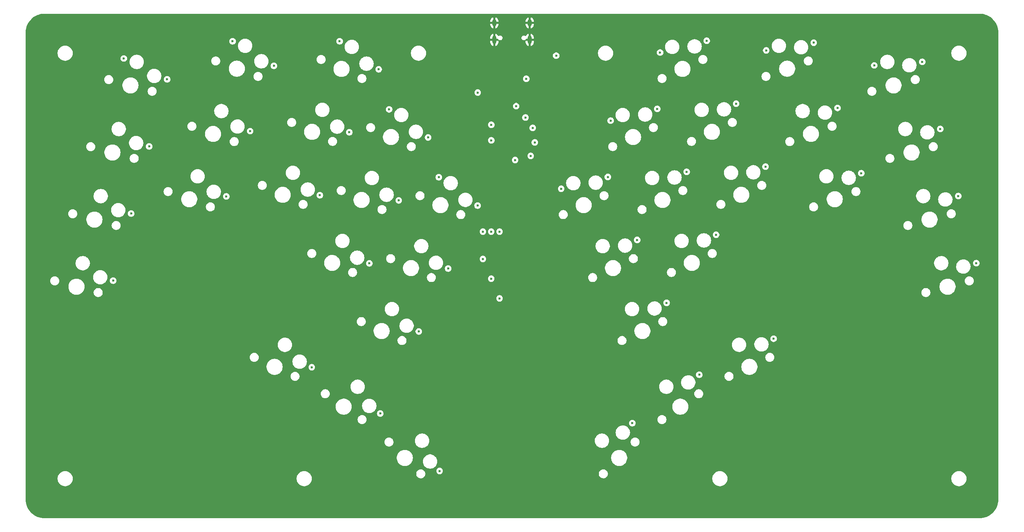
<source format=gbr>
%TF.GenerationSoftware,KiCad,Pcbnew,9.0.0*%
%TF.CreationDate,2025-05-01T21:08:40+03:00*%
%TF.ProjectId,cyberia,63796265-7269-4612-9e6b-696361645f70,v1.0.0*%
%TF.SameCoordinates,Original*%
%TF.FileFunction,Copper,L3,Inr*%
%TF.FilePolarity,Positive*%
%FSLAX46Y46*%
G04 Gerber Fmt 4.6, Leading zero omitted, Abs format (unit mm)*
G04 Created by KiCad (PCBNEW 9.0.0) date 2025-05-01 21:08:40*
%MOMM*%
%LPD*%
G01*
G04 APERTURE LIST*
%TA.AperFunction,HeatsinkPad*%
%ADD10O,1.000000X1.800000*%
%TD*%
%TA.AperFunction,HeatsinkPad*%
%ADD11O,1.000000X2.100000*%
%TD*%
%TA.AperFunction,ViaPad*%
%ADD12C,0.600000*%
%TD*%
G04 APERTURE END LIST*
D10*
%TO.N,GND*%
%TO.C,J1*%
X207520000Y-61154996D03*
D11*
X207519997Y-65334997D03*
X198879999Y-65334997D03*
D10*
X198879997Y-61154997D03*
%TD*%
D12*
%TO.N,R1*%
X196088000Y-118950499D03*
%TO.N,R2*%
X198120000Y-123776499D03*
%TO.N,R3*%
X200152000Y-128602500D03*
X200152000Y-112268000D03*
%TO.N,R2*%
X198120000Y-112268000D03*
%TO.N,R1*%
X196088000Y-112268000D03*
%TO.N,Net-(D20-A)*%
X316674642Y-119965274D03*
%TO.N,Net-(D21-A)*%
X312274718Y-103544534D03*
%TO.N,Net-(D22-A)*%
X307874792Y-87123797D03*
%TO.N,Net-(D23-A)*%
X303474872Y-70703058D03*
%TO.N,Net-(D24-A)*%
X288572698Y-97964862D03*
%TO.N,Net-(D25-A)*%
X282758357Y-81990086D03*
%TO.N,Net-(D26-A)*%
X276944013Y-66015313D03*
%TO.N,Net-(D29-A)*%
X250789592Y-65537109D03*
%TO.N,Net-(D27-A)*%
X265158614Y-96351573D03*
%TO.N,Net-(D28-A)*%
X257974105Y-80944339D03*
%TO.N,Net-(D32-A)*%
X238702235Y-82207315D03*
%TO.N,Net-(D31-A)*%
X245886746Y-97614545D03*
%TO.N,Net-(D35-A)*%
X226614876Y-98877519D03*
%TO.N,Net-(D30-A)*%
X253071256Y-113021780D03*
%TO.N,Net-(D34-A)*%
X233799386Y-114284753D03*
%TO.N,Net-(D33-A)*%
X240983898Y-129691985D03*
%TO.N,Net-(D36-A)*%
X267139800Y-138459469D03*
%TO.N,Net-(D37-A)*%
X248964733Y-147287279D03*
%TO.N,Net-(D38-A)*%
X232598716Y-159137042D03*
%TO.N,Net-(D9-A)*%
X163425289Y-87938674D03*
%TO.N,Net-(D8-A)*%
X156240779Y-103345903D03*
%TO.N,Net-(D11-A)*%
X168328136Y-120016114D03*
%TO.N,Net-(D12-A)*%
X175512647Y-104608878D03*
%TO.N,Net-(D15-A)*%
X187600001Y-121279084D03*
%TO.N,Net-(D14-A)*%
X180415492Y-136686315D03*
%TO.N,Net-(D19-A)*%
X185503898Y-170839658D03*
%TO.N,Net-(D18-A)*%
X170992232Y-156779968D03*
%TO.N,Net-(D17-A)*%
X154259591Y-145453799D03*
%TO.N,Net-(D1-A)*%
X105711429Y-124248730D03*
%TO.N,Net-(D2-A)*%
X110111355Y-107827989D03*
%TO.N,Net-(D5-A)*%
X133379211Y-103625295D03*
%TO.N,Net-(D6-A)*%
X139193554Y-87650521D03*
%TO.N,Net-(D3-A)*%
X114511277Y-91407251D03*
%TO.N,Net-(D4-A)*%
X118911200Y-74986512D03*
%TO.N,Net-(D7-A)*%
X145007896Y-71675747D03*
%TO.N,Net-(D10-A)*%
X170609797Y-72531440D03*
%TO.N,Net-(D13-A)*%
X182697155Y-89201648D03*
%TO.N,Net-(D16-A)*%
X194784515Y-105871852D03*
%TO.N,C0*%
X108324159Y-69872118D03*
%TO.N,C1*%
X134906893Y-65658089D03*
%TO.N,C2*%
X161071703Y-65656323D03*
%TO.N,C3*%
X173159061Y-82326531D03*
%TO.N,C4*%
X185301578Y-98941578D03*
%TO.N,C9*%
X291749029Y-71567384D03*
%TO.N,C8*%
X265338121Y-67898325D03*
%TO.N,C7*%
X239391977Y-68424471D03*
%TO.N,C6*%
X227304620Y-85094678D03*
%TO.N,C5*%
X215217261Y-101764882D03*
%TO.N,+3.3V*%
X208775000Y-90424000D03*
X208267000Y-86867998D03*
X206689997Y-74851501D03*
X204216003Y-81546999D03*
X206489001Y-84327998D03*
X194818000Y-78218997D03*
X198133000Y-89915998D03*
X203962000Y-94728998D03*
X198133000Y-86105996D03*
%TO.N,GND*%
X188599997Y-62890000D03*
X202692000Y-79996999D03*
X188599999Y-69190000D03*
X208039001Y-82804000D03*
X217800002Y-62890000D03*
X201929998Y-70674998D03*
X210325000Y-90424000D03*
X196583000Y-86105996D03*
X204216001Y-79996997D03*
X198390002Y-80771997D03*
X201842000Y-100413998D03*
X203542000Y-98213998D03*
X208038999Y-84327997D03*
X203962000Y-96278998D03*
X200152001Y-100088998D03*
X203200000Y-89408000D03*
X205486000Y-96278998D03*
X204789998Y-74851500D03*
X217800003Y-69190000D03*
X200295001Y-83434498D03*
X205486000Y-98538998D03*
X200660000Y-73157499D03*
X196583000Y-89915998D03*
X209817000Y-86867998D03*
X199389998Y-70674997D03*
X194818000Y-79768997D03*
%TO.N,RUN*%
X207772000Y-93726000D03*
X213999998Y-69190000D03*
%TD*%
%TA.AperFunction,Conductor*%
%TO.N,GND*%
G36*
X317434108Y-58920500D02*
G01*
X317497295Y-58920500D01*
X317502702Y-58920618D01*
X317515819Y-58921190D01*
X317893742Y-58937690D01*
X317904477Y-58938630D01*
X318289859Y-58989366D01*
X318300493Y-58991241D01*
X318679990Y-59075374D01*
X318690416Y-59078168D01*
X319061135Y-59195055D01*
X319071270Y-59198744D01*
X319430383Y-59347493D01*
X319440178Y-59352061D01*
X319784942Y-59531534D01*
X319794309Y-59536941D01*
X320064434Y-59709030D01*
X320122130Y-59745786D01*
X320130991Y-59751991D01*
X320439353Y-59988605D01*
X320447640Y-59995559D01*
X320734204Y-60258146D01*
X320741853Y-60265795D01*
X321004440Y-60552359D01*
X321011394Y-60560646D01*
X321248008Y-60869008D01*
X321254213Y-60877869D01*
X321463057Y-61205689D01*
X321468465Y-61215057D01*
X321647935Y-61559814D01*
X321652507Y-61569618D01*
X321687248Y-61653491D01*
X321801248Y-61928713D01*
X321801249Y-61928714D01*
X321804949Y-61938879D01*
X321921828Y-62309572D01*
X321924628Y-62320021D01*
X322008756Y-62699498D01*
X322010634Y-62710151D01*
X322061367Y-63095499D01*
X322062310Y-63106276D01*
X322079381Y-63497274D01*
X322079499Y-63502683D01*
X322079499Y-177797291D01*
X322079381Y-177802700D01*
X322062309Y-178193721D01*
X322061366Y-178204497D01*
X322010633Y-178589847D01*
X322008755Y-178600500D01*
X321924628Y-178979976D01*
X321921828Y-178990426D01*
X321804950Y-179361115D01*
X321801250Y-179371280D01*
X321652506Y-179730380D01*
X321647934Y-179740184D01*
X321468465Y-180084940D01*
X321463057Y-180094308D01*
X321254217Y-180422123D01*
X321248012Y-180430985D01*
X321011389Y-180739357D01*
X321004435Y-180747643D01*
X320741852Y-181034202D01*
X320734203Y-181041851D01*
X320447640Y-181304439D01*
X320439353Y-181311393D01*
X320130991Y-181548007D01*
X320122130Y-181554212D01*
X319794310Y-181763056D01*
X319784942Y-181768464D01*
X319440185Y-181947933D01*
X319430381Y-181952505D01*
X319071285Y-182101248D01*
X319061120Y-182104948D01*
X318690427Y-182221827D01*
X318679978Y-182224627D01*
X318300501Y-182308755D01*
X318289848Y-182310633D01*
X317904500Y-182361366D01*
X317893723Y-182362309D01*
X317502726Y-182379380D01*
X317497317Y-182379498D01*
X88902704Y-182379498D01*
X88897295Y-182379380D01*
X88506275Y-182362307D01*
X88495499Y-182361364D01*
X88110151Y-182310632D01*
X88099497Y-182308754D01*
X87720020Y-182224626D01*
X87709571Y-182221826D01*
X87338878Y-182104947D01*
X87328713Y-182101247D01*
X86969617Y-181952504D01*
X86959813Y-181947932D01*
X86615058Y-181768464D01*
X86615042Y-181768455D01*
X86605687Y-181763054D01*
X86441778Y-181658632D01*
X86277877Y-181554215D01*
X86269016Y-181548011D01*
X85960646Y-181311391D01*
X85952359Y-181304437D01*
X85665796Y-181041850D01*
X85658147Y-181034201D01*
X85395560Y-180747638D01*
X85388606Y-180739351D01*
X85151992Y-180430989D01*
X85145787Y-180422128D01*
X84936943Y-180094308D01*
X84931535Y-180084940D01*
X84752066Y-179740183D01*
X84747497Y-179730385D01*
X84598749Y-179371278D01*
X84595050Y-179361115D01*
X84478167Y-178990408D01*
X84475375Y-178979988D01*
X84391242Y-178600488D01*
X84389369Y-178589864D01*
X84338632Y-178204476D01*
X84337692Y-178193743D01*
X84320614Y-177802578D01*
X84320497Y-177797187D01*
X84320497Y-172598709D01*
X92129500Y-172598709D01*
X92129500Y-172841286D01*
X92161161Y-173081783D01*
X92223947Y-173316102D01*
X92316773Y-173540203D01*
X92316774Y-173540205D01*
X92316776Y-173540210D01*
X92438064Y-173750287D01*
X92438065Y-173750288D01*
X92438067Y-173750291D01*
X92585733Y-173942734D01*
X92585739Y-173942741D01*
X92757256Y-174114258D01*
X92757263Y-174114264D01*
X92757266Y-174114266D01*
X92949711Y-174261934D01*
X93159788Y-174383222D01*
X93383900Y-174476052D01*
X93618211Y-174538836D01*
X93798586Y-174562582D01*
X93858711Y-174570498D01*
X93858712Y-174570498D01*
X94101289Y-174570498D01*
X94149388Y-174564165D01*
X94341789Y-174538836D01*
X94576100Y-174476052D01*
X94800212Y-174383222D01*
X95010289Y-174261934D01*
X95202738Y-174114263D01*
X95374265Y-173942736D01*
X95521936Y-173750287D01*
X95643224Y-173540210D01*
X95736054Y-173316098D01*
X95798838Y-173081787D01*
X95830500Y-172841286D01*
X95830500Y-172598711D01*
X150549500Y-172598711D01*
X150549500Y-172841288D01*
X150581161Y-173081785D01*
X150643947Y-173316104D01*
X150736772Y-173540203D01*
X150736776Y-173540212D01*
X150858064Y-173750289D01*
X150858066Y-173750291D01*
X150858067Y-173750293D01*
X151005733Y-173942736D01*
X151005739Y-173942743D01*
X151177256Y-174114260D01*
X151177261Y-174114264D01*
X151177262Y-174114265D01*
X151369711Y-174261936D01*
X151579788Y-174383224D01*
X151803900Y-174476054D01*
X152038211Y-174538838D01*
X152218586Y-174562584D01*
X152278711Y-174570500D01*
X152278712Y-174570500D01*
X152521289Y-174570500D01*
X152569388Y-174564167D01*
X152761789Y-174538838D01*
X152996100Y-174476054D01*
X153220212Y-174383224D01*
X153430289Y-174261936D01*
X153622738Y-174114265D01*
X153794265Y-173942738D01*
X153941936Y-173750289D01*
X154063224Y-173540212D01*
X154156054Y-173316100D01*
X154218838Y-173081789D01*
X154250500Y-172841288D01*
X154250500Y-172598712D01*
X154218838Y-172358211D01*
X154156054Y-172123900D01*
X154063224Y-171899788D01*
X153941936Y-171689711D01*
X153880308Y-171609396D01*
X153806356Y-171513019D01*
X153806355Y-171513018D01*
X153794264Y-171497261D01*
X153794260Y-171497256D01*
X153739403Y-171442399D01*
X179788626Y-171442399D01*
X179788626Y-171615774D01*
X179815746Y-171787000D01*
X179869316Y-171951875D01*
X179869317Y-171951878D01*
X179948024Y-172106347D01*
X180049925Y-172246601D01*
X180172512Y-172369188D01*
X180312766Y-172471089D01*
X180388528Y-172509691D01*
X180467234Y-172549795D01*
X180467237Y-172549796D01*
X180549674Y-172576581D01*
X180632114Y-172603367D01*
X180711417Y-172615927D01*
X180803339Y-172630487D01*
X180803344Y-172630487D01*
X180976713Y-172630487D01*
X181059721Y-172617339D01*
X181147938Y-172603367D01*
X181312817Y-172549795D01*
X181467286Y-172471089D01*
X181607540Y-172369188D01*
X181730127Y-172246601D01*
X181832028Y-172106347D01*
X181910734Y-171951878D01*
X181964306Y-171786999D01*
X181979716Y-171689704D01*
X181991426Y-171615774D01*
X181991426Y-171442399D01*
X181972947Y-171325731D01*
X181964306Y-171271175D01*
X181910734Y-171106297D01*
X181910734Y-171106295D01*
X181838202Y-170963944D01*
X181832028Y-170951827D01*
X181730127Y-170811573D01*
X181679365Y-170760811D01*
X184703398Y-170760811D01*
X184703398Y-170918504D01*
X184734159Y-171073147D01*
X184734162Y-171073159D01*
X184794500Y-171218830D01*
X184794507Y-171218843D01*
X184882108Y-171349946D01*
X184882111Y-171349950D01*
X184993605Y-171461444D01*
X184993609Y-171461447D01*
X185124712Y-171549048D01*
X185124725Y-171549055D01*
X185270396Y-171609393D01*
X185270401Y-171609395D01*
X185425051Y-171640157D01*
X185425054Y-171640158D01*
X185425056Y-171640158D01*
X185582742Y-171640158D01*
X185582743Y-171640157D01*
X185737395Y-171609395D01*
X185883077Y-171549052D01*
X186014187Y-171461447D01*
X186033234Y-171442400D01*
X224408571Y-171442400D01*
X224408571Y-171615775D01*
X224435691Y-171787001D01*
X224489261Y-171951876D01*
X224489262Y-171951879D01*
X224567968Y-172106347D01*
X224567969Y-172106348D01*
X224669870Y-172246602D01*
X224792457Y-172369189D01*
X224932711Y-172471090D01*
X225008473Y-172509692D01*
X225087179Y-172549796D01*
X225087182Y-172549797D01*
X225169619Y-172576582D01*
X225252059Y-172603368D01*
X225331362Y-172615928D01*
X225423284Y-172630488D01*
X225423289Y-172630488D01*
X225596658Y-172630488D01*
X225679666Y-172617340D01*
X225767883Y-172603368D01*
X225782216Y-172598711D01*
X252149500Y-172598711D01*
X252149500Y-172841288D01*
X252181161Y-173081785D01*
X252243947Y-173316104D01*
X252336772Y-173540203D01*
X252336776Y-173540212D01*
X252458064Y-173750289D01*
X252458066Y-173750291D01*
X252458067Y-173750293D01*
X252605733Y-173942736D01*
X252605739Y-173942743D01*
X252777256Y-174114260D01*
X252777261Y-174114264D01*
X252777262Y-174114265D01*
X252969711Y-174261936D01*
X253179788Y-174383224D01*
X253403900Y-174476054D01*
X253638211Y-174538838D01*
X253818586Y-174562584D01*
X253878711Y-174570500D01*
X253878712Y-174570500D01*
X254121289Y-174570500D01*
X254169388Y-174564167D01*
X254361789Y-174538838D01*
X254596100Y-174476054D01*
X254820212Y-174383224D01*
X255030289Y-174261936D01*
X255222738Y-174114265D01*
X255394265Y-173942738D01*
X255541936Y-173750289D01*
X255663224Y-173540212D01*
X255756054Y-173316100D01*
X255818838Y-173081789D01*
X255850500Y-172841288D01*
X255850500Y-172598712D01*
X255850500Y-172598710D01*
X310569497Y-172598710D01*
X310569497Y-172841287D01*
X310601158Y-173081784D01*
X310663944Y-173316103D01*
X310756770Y-173540204D01*
X310756771Y-173540207D01*
X310756773Y-173540211D01*
X310878061Y-173750288D01*
X310878062Y-173750289D01*
X310878064Y-173750292D01*
X311025730Y-173942735D01*
X311025736Y-173942742D01*
X311197253Y-174114259D01*
X311197260Y-174114265D01*
X311310318Y-174201017D01*
X311389708Y-174261935D01*
X311599785Y-174383223D01*
X311823897Y-174476053D01*
X312058208Y-174538837D01*
X312238583Y-174562583D01*
X312298708Y-174570499D01*
X312298709Y-174570499D01*
X312541286Y-174570499D01*
X312589385Y-174564166D01*
X312781786Y-174538837D01*
X313016097Y-174476053D01*
X313240209Y-174383223D01*
X313450286Y-174261935D01*
X313642735Y-174114264D01*
X313814262Y-173942737D01*
X313961933Y-173750288D01*
X314083221Y-173540211D01*
X314176051Y-173316099D01*
X314238835Y-173081788D01*
X314270497Y-172841287D01*
X314270497Y-172598711D01*
X314238835Y-172358210D01*
X314176051Y-172123899D01*
X314083221Y-171899787D01*
X313961933Y-171689710D01*
X313854003Y-171549052D01*
X313814263Y-171497262D01*
X313814257Y-171497255D01*
X313642740Y-171325738D01*
X313642733Y-171325732D01*
X313450290Y-171178066D01*
X313450289Y-171178065D01*
X313450286Y-171178063D01*
X313268566Y-171073147D01*
X313240211Y-171056776D01*
X313240202Y-171056772D01*
X313016101Y-170963946D01*
X312846495Y-170918500D01*
X312781786Y-170901161D01*
X312781785Y-170901160D01*
X312781782Y-170901160D01*
X312541286Y-170869499D01*
X312541285Y-170869499D01*
X312298709Y-170869499D01*
X312298708Y-170869499D01*
X312058211Y-170901160D01*
X311823892Y-170963946D01*
X311599791Y-171056772D01*
X311599782Y-171056776D01*
X311389703Y-171178066D01*
X311197260Y-171325732D01*
X311197253Y-171325738D01*
X311025736Y-171497255D01*
X311025730Y-171497262D01*
X310878064Y-171689705D01*
X310878061Y-171689709D01*
X310878061Y-171689710D01*
X310861814Y-171717850D01*
X310756774Y-171899784D01*
X310756770Y-171899793D01*
X310663944Y-172123894D01*
X310601158Y-172358213D01*
X310569497Y-172598710D01*
X255850500Y-172598710D01*
X255818838Y-172358211D01*
X255756054Y-172123900D01*
X255663224Y-171899788D01*
X255541936Y-171689711D01*
X255394265Y-171497262D01*
X255394263Y-171497260D01*
X255394260Y-171497256D01*
X255222743Y-171325739D01*
X255222736Y-171325733D01*
X255030293Y-171178067D01*
X255030292Y-171178066D01*
X255030289Y-171178064D01*
X254820212Y-171056776D01*
X254820205Y-171056773D01*
X254596104Y-170963947D01*
X254361785Y-170901161D01*
X254121289Y-170869500D01*
X254121288Y-170869500D01*
X253878712Y-170869500D01*
X253878711Y-170869500D01*
X253638214Y-170901161D01*
X253403895Y-170963947D01*
X253179794Y-171056773D01*
X253179785Y-171056777D01*
X252997851Y-171161817D01*
X252969715Y-171178062D01*
X252969706Y-171178067D01*
X252777263Y-171325733D01*
X252777256Y-171325739D01*
X252605739Y-171497256D01*
X252605733Y-171497263D01*
X252458067Y-171689706D01*
X252336777Y-171899785D01*
X252336773Y-171899794D01*
X252243947Y-172123895D01*
X252181161Y-172358214D01*
X252149500Y-172598711D01*
X225782216Y-172598711D01*
X225932762Y-172549796D01*
X226087231Y-172471090D01*
X226227485Y-172369189D01*
X226350072Y-172246602D01*
X226451973Y-172106348D01*
X226530679Y-171951879D01*
X226584251Y-171787000D01*
X226599661Y-171689704D01*
X226611371Y-171615775D01*
X226611371Y-171442400D01*
X226592893Y-171325738D01*
X226584251Y-171271176D01*
X226530679Y-171106298D01*
X226530679Y-171106296D01*
X226451972Y-170951827D01*
X226350072Y-170811574D01*
X226227485Y-170688987D01*
X226087231Y-170587086D01*
X226087229Y-170587085D01*
X225932762Y-170508379D01*
X225932759Y-170508378D01*
X225767884Y-170454808D01*
X225596658Y-170427688D01*
X225596653Y-170427688D01*
X225423289Y-170427688D01*
X225423284Y-170427688D01*
X225252057Y-170454808D01*
X225087182Y-170508378D01*
X225087179Y-170508379D01*
X224932710Y-170587086D01*
X224852690Y-170645224D01*
X224792457Y-170688987D01*
X224792455Y-170688989D01*
X224792454Y-170688989D01*
X224669872Y-170811571D01*
X224669872Y-170811572D01*
X224669870Y-170811574D01*
X224627786Y-170869498D01*
X224567969Y-170951827D01*
X224489262Y-171106296D01*
X224489261Y-171106299D01*
X224435691Y-171271174D01*
X224408571Y-171442400D01*
X186033234Y-171442400D01*
X186125687Y-171349947D01*
X186213292Y-171218837D01*
X186273635Y-171073155D01*
X186304398Y-170918500D01*
X186304398Y-170760816D01*
X186304398Y-170760813D01*
X186304397Y-170760811D01*
X186273635Y-170606161D01*
X186233133Y-170508379D01*
X186213295Y-170460485D01*
X186213288Y-170460472D01*
X186125687Y-170329369D01*
X186125684Y-170329365D01*
X186014190Y-170217871D01*
X186014186Y-170217868D01*
X185883083Y-170130267D01*
X185883070Y-170130260D01*
X185737399Y-170069922D01*
X185737387Y-170069919D01*
X185582743Y-170039158D01*
X185582740Y-170039158D01*
X185425056Y-170039158D01*
X185425053Y-170039158D01*
X185270408Y-170069919D01*
X185270396Y-170069922D01*
X185124725Y-170130260D01*
X185124712Y-170130267D01*
X184993609Y-170217868D01*
X184993605Y-170217871D01*
X184882111Y-170329365D01*
X184882108Y-170329369D01*
X184794507Y-170460472D01*
X184794500Y-170460485D01*
X184734162Y-170606156D01*
X184734159Y-170606168D01*
X184703398Y-170760811D01*
X181679365Y-170760811D01*
X181607540Y-170688986D01*
X181467286Y-170587085D01*
X181312817Y-170508378D01*
X181312814Y-170508377D01*
X181147939Y-170454807D01*
X180976713Y-170427687D01*
X180976708Y-170427687D01*
X180803344Y-170427687D01*
X180803339Y-170427687D01*
X180632112Y-170454807D01*
X180467237Y-170508377D01*
X180467234Y-170508378D01*
X180312765Y-170587085D01*
X180232745Y-170645223D01*
X180172512Y-170688986D01*
X180172510Y-170688988D01*
X180172509Y-170688988D01*
X180049927Y-170811570D01*
X180049927Y-170811571D01*
X180049925Y-170811573D01*
X180007840Y-170869498D01*
X179948024Y-170951826D01*
X179869317Y-171106295D01*
X179869316Y-171106298D01*
X179815746Y-171271173D01*
X179788626Y-171442399D01*
X153739403Y-171442399D01*
X153622743Y-171325739D01*
X153622736Y-171325733D01*
X153430293Y-171178067D01*
X153430292Y-171178066D01*
X153430289Y-171178064D01*
X153220212Y-171056776D01*
X153220205Y-171056773D01*
X152996104Y-170963947D01*
X152761785Y-170901161D01*
X152521289Y-170869500D01*
X152521288Y-170869500D01*
X152278712Y-170869500D01*
X152278711Y-170869500D01*
X152038214Y-170901161D01*
X151803895Y-170963947D01*
X151579794Y-171056773D01*
X151579785Y-171056777D01*
X151397851Y-171161817D01*
X151369715Y-171178062D01*
X151369706Y-171178067D01*
X151177263Y-171325733D01*
X151177256Y-171325739D01*
X151005739Y-171497256D01*
X151005733Y-171497263D01*
X150858067Y-171689706D01*
X150736777Y-171899785D01*
X150736773Y-171899794D01*
X150643947Y-172123895D01*
X150581161Y-172358214D01*
X150549500Y-172598711D01*
X95830500Y-172598711D01*
X95830500Y-172598710D01*
X95798838Y-172358209D01*
X95736054Y-172123898D01*
X95643224Y-171899786D01*
X95521936Y-171689709D01*
X95386357Y-171513018D01*
X95374266Y-171497261D01*
X95374260Y-171497254D01*
X95202743Y-171325737D01*
X95202736Y-171325731D01*
X95010293Y-171178065D01*
X95010292Y-171178064D01*
X95010289Y-171178062D01*
X94800217Y-171056777D01*
X94800214Y-171056775D01*
X94800205Y-171056771D01*
X94576104Y-170963945D01*
X94341796Y-170901162D01*
X94341789Y-170901160D01*
X94341788Y-170901159D01*
X94341785Y-170901159D01*
X94101289Y-170869498D01*
X94101288Y-170869498D01*
X93858712Y-170869498D01*
X93858711Y-170869498D01*
X93618214Y-170901159D01*
X93383895Y-170963945D01*
X93159794Y-171056771D01*
X93159785Y-171056775D01*
X92949706Y-171178065D01*
X92757263Y-171325731D01*
X92757256Y-171325737D01*
X92585739Y-171497254D01*
X92585733Y-171497261D01*
X92438067Y-171689704D01*
X92438066Y-171689706D01*
X92438064Y-171689709D01*
X92438063Y-171689711D01*
X92316777Y-171899783D01*
X92316773Y-171899792D01*
X92223947Y-172123893D01*
X92161161Y-172358212D01*
X92129500Y-172598709D01*
X84320497Y-172598709D01*
X84320497Y-172594651D01*
X84320498Y-167511199D01*
X175035939Y-167511199D01*
X175035939Y-167768800D01*
X175061112Y-167959997D01*
X175069561Y-168024175D01*
X175093962Y-168115243D01*
X175136228Y-168272982D01*
X175234798Y-168510952D01*
X175234806Y-168510969D01*
X175363591Y-168734030D01*
X175363602Y-168734046D01*
X175520402Y-168938392D01*
X175520408Y-168938399D01*
X175702539Y-169120530D01*
X175702546Y-169120536D01*
X175848068Y-169232199D01*
X175906901Y-169277343D01*
X175906908Y-169277347D01*
X176129969Y-169406132D01*
X176129974Y-169406134D01*
X176129977Y-169406136D01*
X176129981Y-169406137D01*
X176129986Y-169406140D01*
X176224325Y-169445216D01*
X176367955Y-169504710D01*
X176616764Y-169571378D01*
X176872146Y-169605000D01*
X176872153Y-169605000D01*
X177129725Y-169605000D01*
X177129732Y-169605000D01*
X177385114Y-169571378D01*
X177633923Y-169504710D01*
X177871901Y-169406136D01*
X178094977Y-169277343D01*
X178299333Y-169120535D01*
X178481474Y-168938394D01*
X178638282Y-168734038D01*
X178767075Y-168510962D01*
X178809250Y-168409142D01*
X181437623Y-168409142D01*
X181437623Y-168638625D01*
X181462569Y-168828099D01*
X181467575Y-168866122D01*
X181486942Y-168938400D01*
X181526965Y-169087771D01*
X181614773Y-169299760D01*
X181614780Y-169299774D01*
X181729515Y-169498501D01*
X181869204Y-169680545D01*
X181869212Y-169680554D01*
X182031453Y-169842795D01*
X182031461Y-169842802D01*
X182213505Y-169982491D01*
X182213508Y-169982492D01*
X182213511Y-169982495D01*
X182412235Y-170097228D01*
X182412240Y-170097230D01*
X182412246Y-170097233D01*
X182491981Y-170130260D01*
X182624236Y-170185042D01*
X182845885Y-170244432D01*
X183073389Y-170274384D01*
X183073396Y-170274384D01*
X183302850Y-170274384D01*
X183302857Y-170274384D01*
X183530361Y-170244432D01*
X183752010Y-170185042D01*
X183964011Y-170097228D01*
X184162735Y-169982495D01*
X184344784Y-169842803D01*
X184344788Y-169842798D01*
X184344793Y-169842795D01*
X184507034Y-169680554D01*
X184507037Y-169680549D01*
X184507042Y-169680545D01*
X184646734Y-169498496D01*
X184761467Y-169299772D01*
X184849281Y-169087771D01*
X184908671Y-168866122D01*
X184938623Y-168638618D01*
X184938623Y-168409150D01*
X184908671Y-168181646D01*
X184849281Y-167959997D01*
X184770085Y-167768801D01*
X184761472Y-167748007D01*
X184761469Y-167748001D01*
X184761467Y-167747996D01*
X184646734Y-167549272D01*
X184617520Y-167511200D01*
X227434058Y-167511200D01*
X227434058Y-167768801D01*
X227467680Y-168024175D01*
X227534347Y-168272983D01*
X227632917Y-168510953D01*
X227632925Y-168510970D01*
X227761710Y-168734031D01*
X227761714Y-168734038D01*
X227761721Y-168734047D01*
X227918521Y-168938393D01*
X227918527Y-168938400D01*
X228100658Y-169120531D01*
X228100663Y-169120535D01*
X228100664Y-169120536D01*
X228305020Y-169277344D01*
X228305027Y-169277348D01*
X228528088Y-169406133D01*
X228528093Y-169406135D01*
X228528096Y-169406137D01*
X228528100Y-169406138D01*
X228528105Y-169406141D01*
X228622444Y-169445217D01*
X228766074Y-169504711D01*
X229014883Y-169571379D01*
X229257350Y-169603300D01*
X229270249Y-169604999D01*
X229270265Y-169605001D01*
X229270272Y-169605001D01*
X229527844Y-169605001D01*
X229527851Y-169605001D01*
X229783233Y-169571379D01*
X230032042Y-169504711D01*
X230270020Y-169406137D01*
X230493096Y-169277344D01*
X230697452Y-169120536D01*
X230879593Y-168938395D01*
X231036401Y-168734039D01*
X231165194Y-168510963D01*
X231263768Y-168272985D01*
X231330436Y-168024176D01*
X231364058Y-167768794D01*
X231364058Y-167511208D01*
X231363523Y-167507148D01*
X231362357Y-167498293D01*
X231330436Y-167255826D01*
X231263768Y-167007017D01*
X231165197Y-166769047D01*
X231165190Y-166769031D01*
X231036405Y-166545970D01*
X231036404Y-166545969D01*
X231036401Y-166545963D01*
X230879593Y-166341607D01*
X230879592Y-166341606D01*
X230879588Y-166341601D01*
X230697457Y-166159470D01*
X230697450Y-166159464D01*
X230493104Y-166002664D01*
X230493102Y-166002662D01*
X230493096Y-166002658D01*
X230493091Y-166002655D01*
X230493088Y-166002653D01*
X230270027Y-165873868D01*
X230270010Y-165873860D01*
X230032040Y-165775290D01*
X229874301Y-165733024D01*
X229783233Y-165708623D01*
X229751310Y-165704420D01*
X229527858Y-165675001D01*
X229527851Y-165675001D01*
X229270265Y-165675001D01*
X229270257Y-165675001D01*
X229014883Y-165708623D01*
X228766075Y-165775290D01*
X228528105Y-165873860D01*
X228528088Y-165873868D01*
X228305027Y-166002653D01*
X228305011Y-166002664D01*
X228100665Y-166159464D01*
X228100658Y-166159470D01*
X227918527Y-166341601D01*
X227918521Y-166341608D01*
X227761721Y-166545954D01*
X227761710Y-166545970D01*
X227632925Y-166769031D01*
X227632917Y-166769048D01*
X227534347Y-167007018D01*
X227467680Y-167255826D01*
X227434058Y-167511200D01*
X184617520Y-167511200D01*
X184507042Y-167367223D01*
X184507041Y-167367222D01*
X184507034Y-167367214D01*
X184344793Y-167204973D01*
X184344784Y-167204965D01*
X184162740Y-167065276D01*
X183964013Y-166950541D01*
X183963999Y-166950534D01*
X183752010Y-166862726D01*
X183530361Y-166803336D01*
X183492338Y-166798330D01*
X183302864Y-166773384D01*
X183302857Y-166773384D01*
X183073389Y-166773384D01*
X183073381Y-166773384D01*
X182856838Y-166801893D01*
X182845885Y-166803336D01*
X182752199Y-166828438D01*
X182624235Y-166862726D01*
X182412246Y-166950534D01*
X182412232Y-166950541D01*
X182213505Y-167065276D01*
X182031461Y-167204965D01*
X181869204Y-167367222D01*
X181729515Y-167549266D01*
X181614780Y-167747993D01*
X181614773Y-167748007D01*
X181526965Y-167959996D01*
X181467576Y-168181643D01*
X181467574Y-168181654D01*
X181437623Y-168409142D01*
X178809250Y-168409142D01*
X178865649Y-168272984D01*
X178932317Y-168024175D01*
X178965939Y-167768793D01*
X178965939Y-167511207D01*
X178932317Y-167255825D01*
X178865649Y-167007016D01*
X178767075Y-166769038D01*
X178767071Y-166769031D01*
X178767071Y-166769030D01*
X178638286Y-166545969D01*
X178638282Y-166545962D01*
X178481474Y-166341606D01*
X178481469Y-166341600D01*
X178299338Y-166159469D01*
X178299331Y-166159463D01*
X178094985Y-166002663D01*
X178094978Y-166002658D01*
X178094977Y-166002657D01*
X178094970Y-166002653D01*
X178094969Y-166002652D01*
X177871908Y-165873867D01*
X177871891Y-165873859D01*
X177633921Y-165775289D01*
X177476182Y-165733023D01*
X177385114Y-165708622D01*
X177353191Y-165704419D01*
X177129739Y-165675000D01*
X177129732Y-165675000D01*
X176872146Y-165675000D01*
X176872138Y-165675000D01*
X176616764Y-165708622D01*
X176367956Y-165775289D01*
X176129986Y-165873859D01*
X176129969Y-165873867D01*
X175906908Y-166002652D01*
X175906892Y-166002663D01*
X175702546Y-166159463D01*
X175702539Y-166159469D01*
X175520408Y-166341600D01*
X175520402Y-166341607D01*
X175363602Y-166545953D01*
X175363591Y-166545969D01*
X175234806Y-166769030D01*
X175234798Y-166769047D01*
X175136228Y-167007017D01*
X175069561Y-167255825D01*
X175035939Y-167511199D01*
X84320498Y-167511199D01*
X84320498Y-167507148D01*
X84320498Y-163664225D01*
X172010452Y-163664225D01*
X172010452Y-163837600D01*
X172037572Y-164008826D01*
X172091142Y-164173701D01*
X172091143Y-164173704D01*
X172169850Y-164328173D01*
X172271751Y-164468427D01*
X172394338Y-164591014D01*
X172534592Y-164692915D01*
X172610354Y-164731517D01*
X172689060Y-164771621D01*
X172689063Y-164771622D01*
X172771500Y-164798407D01*
X172853940Y-164825193D01*
X172933243Y-164837753D01*
X173025165Y-164852313D01*
X173025170Y-164852313D01*
X173198539Y-164852313D01*
X173281547Y-164839165D01*
X173369764Y-164825193D01*
X173534643Y-164771621D01*
X173689112Y-164692915D01*
X173829366Y-164591014D01*
X173951953Y-164468427D01*
X174053854Y-164328173D01*
X174132560Y-164173704D01*
X174186132Y-164008825D01*
X174200104Y-163920608D01*
X174213252Y-163837600D01*
X174213252Y-163664225D01*
X174194756Y-163547454D01*
X174186132Y-163493001D01*
X174170124Y-163443734D01*
X174140397Y-163352240D01*
X174136551Y-163340405D01*
X174132560Y-163328122D01*
X174132559Y-163328121D01*
X174132560Y-163328121D01*
X174127389Y-163317973D01*
X179457727Y-163317973D01*
X179457727Y-163547456D01*
X179473101Y-163664225D01*
X179487679Y-163774953D01*
X179547068Y-163996600D01*
X179547069Y-163996602D01*
X179634877Y-164208591D01*
X179634884Y-164208605D01*
X179749619Y-164407332D01*
X179889308Y-164589376D01*
X179889316Y-164589385D01*
X180051557Y-164751626D01*
X180051563Y-164751631D01*
X180051566Y-164751634D01*
X180077615Y-164771622D01*
X180233609Y-164891322D01*
X180233612Y-164891323D01*
X180233615Y-164891326D01*
X180432339Y-165006059D01*
X180432344Y-165006061D01*
X180432350Y-165006064D01*
X180523707Y-165043905D01*
X180644340Y-165093873D01*
X180865989Y-165153263D01*
X181082539Y-165181772D01*
X181093477Y-165183213D01*
X181093493Y-165183215D01*
X181093500Y-165183215D01*
X181322954Y-165183215D01*
X181322961Y-165183215D01*
X181550465Y-165153263D01*
X181772114Y-165093873D01*
X181984115Y-165006059D01*
X182182839Y-164891326D01*
X182364888Y-164751634D01*
X182364892Y-164751629D01*
X182364897Y-164751626D01*
X182527138Y-164589385D01*
X182527141Y-164589380D01*
X182527146Y-164589376D01*
X182666838Y-164407327D01*
X182781571Y-164208603D01*
X182869385Y-163996602D01*
X182928775Y-163774953D01*
X182958727Y-163547449D01*
X182958727Y-163317981D01*
X182958726Y-163317971D01*
X223441273Y-163317971D01*
X223441273Y-163547454D01*
X223456648Y-163664231D01*
X223471225Y-163774951D01*
X223488012Y-163837600D01*
X223530615Y-163996600D01*
X223618423Y-164208589D01*
X223618430Y-164208603D01*
X223733165Y-164407330D01*
X223872854Y-164589374D01*
X223872862Y-164589383D01*
X224035103Y-164751624D01*
X224035111Y-164751631D01*
X224035112Y-164751632D01*
X224035115Y-164751634D01*
X224217155Y-164891320D01*
X224217158Y-164891321D01*
X224217161Y-164891324D01*
X224415885Y-165006057D01*
X224415890Y-165006059D01*
X224415896Y-165006062D01*
X224507253Y-165043903D01*
X224627886Y-165093871D01*
X224849535Y-165153261D01*
X225077039Y-165183213D01*
X225077046Y-165183213D01*
X225306500Y-165183213D01*
X225306507Y-165183213D01*
X225534011Y-165153261D01*
X225755660Y-165093871D01*
X225967661Y-165006057D01*
X226166385Y-164891324D01*
X226348434Y-164751632D01*
X226348440Y-164751626D01*
X226348443Y-164751624D01*
X226510684Y-164589383D01*
X226510687Y-164589378D01*
X226510692Y-164589374D01*
X226650384Y-164407325D01*
X226765117Y-164208601D01*
X226852931Y-163996600D01*
X226912321Y-163774951D01*
X226926898Y-163664226D01*
X232186745Y-163664226D01*
X232186745Y-163837601D01*
X232213865Y-164008827D01*
X232267435Y-164173702D01*
X232267436Y-164173705D01*
X232285211Y-164208589D01*
X232346143Y-164328174D01*
X232448044Y-164468428D01*
X232570631Y-164591015D01*
X232710885Y-164692916D01*
X232786647Y-164731518D01*
X232865353Y-164771622D01*
X232865356Y-164771623D01*
X232947793Y-164798408D01*
X233030233Y-164825194D01*
X233109536Y-164837754D01*
X233201458Y-164852314D01*
X233201463Y-164852314D01*
X233374832Y-164852314D01*
X233457840Y-164839166D01*
X233546057Y-164825194D01*
X233710936Y-164771622D01*
X233865405Y-164692916D01*
X234005659Y-164591015D01*
X234128246Y-164468428D01*
X234230147Y-164328174D01*
X234308853Y-164173705D01*
X234362425Y-164008826D01*
X234376397Y-163920609D01*
X234389545Y-163837601D01*
X234389545Y-163664226D01*
X234373767Y-163564616D01*
X234362425Y-163493002D01*
X234308853Y-163328124D01*
X234308853Y-163328122D01*
X234245261Y-163203317D01*
X234230147Y-163173654D01*
X234128246Y-163033400D01*
X234005659Y-162910813D01*
X233865405Y-162808912D01*
X233865403Y-162808911D01*
X233710936Y-162730205D01*
X233710933Y-162730204D01*
X233546058Y-162676634D01*
X233374832Y-162649514D01*
X233374827Y-162649514D01*
X233201463Y-162649514D01*
X233201458Y-162649514D01*
X233030231Y-162676634D01*
X232865356Y-162730204D01*
X232865353Y-162730205D01*
X232710884Y-162808912D01*
X232630864Y-162867050D01*
X232570631Y-162910813D01*
X232570629Y-162910815D01*
X232570628Y-162910815D01*
X232448046Y-163033397D01*
X232448046Y-163033398D01*
X232448044Y-163033400D01*
X232406579Y-163090472D01*
X232346143Y-163173653D01*
X232267436Y-163328122D01*
X232267435Y-163328125D01*
X232213865Y-163493000D01*
X232186745Y-163664226D01*
X226926898Y-163664226D01*
X226942273Y-163547447D01*
X226942273Y-163317979D01*
X226912321Y-163090475D01*
X226852931Y-162868826D01*
X226795511Y-162730203D01*
X226765122Y-162656836D01*
X226765118Y-162656827D01*
X226765117Y-162656825D01*
X226650384Y-162458101D01*
X226650381Y-162458097D01*
X226650380Y-162458095D01*
X226549537Y-162326675D01*
X226510692Y-162276052D01*
X226510691Y-162276051D01*
X226510684Y-162276043D01*
X226348443Y-162113802D01*
X226348434Y-162113794D01*
X226166390Y-161974105D01*
X225967663Y-161859370D01*
X225967649Y-161859363D01*
X225755660Y-161771555D01*
X225534011Y-161712165D01*
X225495988Y-161707159D01*
X225306514Y-161682213D01*
X225306507Y-161682213D01*
X225077039Y-161682213D01*
X225077031Y-161682213D01*
X224860488Y-161710722D01*
X224849535Y-161712165D01*
X224755849Y-161737267D01*
X224627885Y-161771555D01*
X224415896Y-161859363D01*
X224415882Y-161859370D01*
X224217155Y-161974105D01*
X224035111Y-162113794D01*
X223872854Y-162276051D01*
X223733165Y-162458095D01*
X223618430Y-162656822D01*
X223618423Y-162656836D01*
X223530615Y-162868825D01*
X223530614Y-162868828D01*
X223471226Y-163090474D01*
X223471224Y-163090483D01*
X223441273Y-163317971D01*
X182958726Y-163317971D01*
X182928775Y-163090477D01*
X182869385Y-162868828D01*
X182811965Y-162730204D01*
X182781576Y-162656838D01*
X182781573Y-162656832D01*
X182781571Y-162656827D01*
X182666838Y-162458103D01*
X182666835Y-162458100D01*
X182666834Y-162458097D01*
X182527145Y-162276053D01*
X182527138Y-162276045D01*
X182364897Y-162113804D01*
X182364888Y-162113796D01*
X182182844Y-161974107D01*
X182182835Y-161974102D01*
X181984115Y-161859371D01*
X181984113Y-161859370D01*
X181984103Y-161859365D01*
X181772114Y-161771557D01*
X181772107Y-161771555D01*
X181550465Y-161712167D01*
X181512442Y-161707161D01*
X181322968Y-161682215D01*
X181322961Y-161682215D01*
X181093493Y-161682215D01*
X181093485Y-161682215D01*
X180876942Y-161710724D01*
X180865989Y-161712167D01*
X180772303Y-161737269D01*
X180644339Y-161771557D01*
X180432350Y-161859365D01*
X180432336Y-161859372D01*
X180233609Y-161974107D01*
X180051565Y-162113796D01*
X179889308Y-162276053D01*
X179749619Y-162458097D01*
X179634884Y-162656824D01*
X179634877Y-162656838D01*
X179547069Y-162868827D01*
X179535654Y-162911428D01*
X179487681Y-163090472D01*
X179487680Y-163090474D01*
X179487678Y-163090485D01*
X179457727Y-163317973D01*
X174127389Y-163317973D01*
X174092456Y-163249415D01*
X174053854Y-163173653D01*
X173951953Y-163033399D01*
X173829366Y-162910812D01*
X173689112Y-162808911D01*
X173534643Y-162730204D01*
X173534640Y-162730203D01*
X173369765Y-162676633D01*
X173198539Y-162649513D01*
X173198534Y-162649513D01*
X173025170Y-162649513D01*
X173025165Y-162649513D01*
X172853938Y-162676633D01*
X172689063Y-162730203D01*
X172689060Y-162730204D01*
X172534591Y-162808911D01*
X172454571Y-162867049D01*
X172394338Y-162910812D01*
X172394336Y-162910814D01*
X172394335Y-162910814D01*
X172271753Y-163033396D01*
X172271753Y-163033397D01*
X172271751Y-163033399D01*
X172230285Y-163090472D01*
X172169850Y-163173652D01*
X172091143Y-163328121D01*
X172091142Y-163328124D01*
X172037572Y-163492999D01*
X172010452Y-163664225D01*
X84320498Y-163664225D01*
X84320498Y-161338075D01*
X228532442Y-161338075D01*
X228532442Y-161567558D01*
X228557388Y-161757032D01*
X228562394Y-161795055D01*
X228610370Y-161974105D01*
X228621784Y-162016704D01*
X228709592Y-162228693D01*
X228709599Y-162228707D01*
X228824334Y-162427434D01*
X228964023Y-162609478D01*
X228964031Y-162609487D01*
X229126272Y-162771728D01*
X229126280Y-162771735D01*
X229308324Y-162911424D01*
X229308327Y-162911425D01*
X229308330Y-162911428D01*
X229507054Y-163026161D01*
X229507059Y-163026163D01*
X229507065Y-163026166D01*
X229524530Y-163033400D01*
X229719055Y-163113975D01*
X229940704Y-163173365D01*
X230168208Y-163203317D01*
X230168215Y-163203317D01*
X230397669Y-163203317D01*
X230397676Y-163203317D01*
X230625180Y-163173365D01*
X230846829Y-163113975D01*
X231058830Y-163026161D01*
X231257554Y-162911428D01*
X231439603Y-162771736D01*
X231439607Y-162771731D01*
X231439612Y-162771728D01*
X231601853Y-162609487D01*
X231601856Y-162609482D01*
X231601861Y-162609478D01*
X231741553Y-162427429D01*
X231856286Y-162228705D01*
X231944100Y-162016704D01*
X232003490Y-161795055D01*
X232033442Y-161567551D01*
X232033442Y-161338083D01*
X232003490Y-161110579D01*
X231944100Y-160888930D01*
X231856286Y-160676929D01*
X231741553Y-160478205D01*
X231741550Y-160478202D01*
X231741549Y-160478199D01*
X231601860Y-160296155D01*
X231601853Y-160296147D01*
X231439612Y-160133906D01*
X231439603Y-160133898D01*
X231257559Y-159994209D01*
X231058832Y-159879474D01*
X231058818Y-159879467D01*
X230846829Y-159791659D01*
X230625180Y-159732269D01*
X230587157Y-159727263D01*
X230397683Y-159702317D01*
X230397676Y-159702317D01*
X230168208Y-159702317D01*
X230168200Y-159702317D01*
X229951657Y-159730826D01*
X229940704Y-159732269D01*
X229847018Y-159757371D01*
X229719054Y-159791659D01*
X229507065Y-159879467D01*
X229507051Y-159879474D01*
X229308324Y-159994209D01*
X229126280Y-160133898D01*
X228964023Y-160296155D01*
X228824334Y-160478199D01*
X228709599Y-160676926D01*
X228709592Y-160676940D01*
X228621784Y-160888929D01*
X228562395Y-161110576D01*
X228562393Y-161110587D01*
X228532442Y-161338075D01*
X84320498Y-161338075D01*
X84320498Y-158173426D01*
X165466772Y-158173426D01*
X165466772Y-158346801D01*
X165493892Y-158518027D01*
X165547462Y-158682902D01*
X165547463Y-158682905D01*
X165585653Y-158757856D01*
X165626170Y-158837374D01*
X165728071Y-158977628D01*
X165850658Y-159100215D01*
X165990912Y-159202116D01*
X166066674Y-159240718D01*
X166145380Y-159280822D01*
X166145383Y-159280823D01*
X166227820Y-159307608D01*
X166310260Y-159334394D01*
X166389563Y-159346954D01*
X166481485Y-159361514D01*
X166481490Y-159361514D01*
X166654859Y-159361514D01*
X166737867Y-159348366D01*
X166826084Y-159334394D01*
X166990963Y-159280822D01*
X167145432Y-159202116D01*
X167285686Y-159100215D01*
X167327706Y-159058195D01*
X231798216Y-159058195D01*
X231798216Y-159215888D01*
X231828977Y-159370531D01*
X231828980Y-159370543D01*
X231889318Y-159516214D01*
X231889325Y-159516227D01*
X231976926Y-159647330D01*
X231976929Y-159647334D01*
X232088423Y-159758828D01*
X232088427Y-159758831D01*
X232219530Y-159846432D01*
X232219543Y-159846439D01*
X232299298Y-159879474D01*
X232365219Y-159906779D01*
X232519869Y-159937541D01*
X232519872Y-159937542D01*
X232519874Y-159937542D01*
X232677560Y-159937542D01*
X232677561Y-159937541D01*
X232832213Y-159906779D01*
X232977895Y-159846436D01*
X233109005Y-159758831D01*
X233220505Y-159647331D01*
X233308110Y-159516221D01*
X233368453Y-159370539D01*
X233399216Y-159215884D01*
X233399216Y-159058200D01*
X233399216Y-159058197D01*
X233399215Y-159058195D01*
X233383190Y-158977631D01*
X233368453Y-158903545D01*
X233368451Y-158903540D01*
X233308113Y-158757869D01*
X233308106Y-158757856D01*
X233220505Y-158626753D01*
X233220502Y-158626749D01*
X233109008Y-158515255D01*
X233109004Y-158515252D01*
X232977901Y-158427651D01*
X232977888Y-158427644D01*
X232832217Y-158367306D01*
X232832205Y-158367303D01*
X232677561Y-158336542D01*
X232677558Y-158336542D01*
X232519874Y-158336542D01*
X232519871Y-158336542D01*
X232365226Y-158367303D01*
X232365214Y-158367306D01*
X232219543Y-158427644D01*
X232219530Y-158427651D01*
X232088427Y-158515252D01*
X232088423Y-158515255D01*
X231976929Y-158626749D01*
X231976926Y-158626753D01*
X231889325Y-158757856D01*
X231889318Y-158757869D01*
X231828980Y-158903540D01*
X231828977Y-158903552D01*
X231798216Y-159058195D01*
X167327706Y-159058195D01*
X167408273Y-158977628D01*
X167510174Y-158837374D01*
X167588880Y-158682905D01*
X167642452Y-158518026D01*
X167666324Y-158367305D01*
X167669572Y-158346801D01*
X167669572Y-158173426D01*
X238730425Y-158173426D01*
X238730425Y-158346801D01*
X238757545Y-158518027D01*
X238811115Y-158682902D01*
X238811116Y-158682905D01*
X238849306Y-158757856D01*
X238889823Y-158837374D01*
X238991724Y-158977628D01*
X239114311Y-159100215D01*
X239254565Y-159202116D01*
X239330327Y-159240718D01*
X239409033Y-159280822D01*
X239409036Y-159280823D01*
X239491473Y-159307608D01*
X239573913Y-159334394D01*
X239653216Y-159346954D01*
X239745138Y-159361514D01*
X239745143Y-159361514D01*
X239918512Y-159361514D01*
X240001520Y-159348366D01*
X240089737Y-159334394D01*
X240254616Y-159280822D01*
X240409085Y-159202116D01*
X240549339Y-159100215D01*
X240671926Y-158977628D01*
X240773827Y-158837374D01*
X240852533Y-158682905D01*
X240906105Y-158518026D01*
X240929977Y-158367305D01*
X240933225Y-158346801D01*
X240933225Y-158173426D01*
X240917447Y-158073816D01*
X240906105Y-158002202D01*
X240852533Y-157837323D01*
X240852533Y-157837322D01*
X240773826Y-157682853D01*
X240671926Y-157542600D01*
X240549339Y-157420013D01*
X240409085Y-157318112D01*
X240254616Y-157239405D01*
X240254613Y-157239404D01*
X240089738Y-157185834D01*
X239918512Y-157158714D01*
X239918507Y-157158714D01*
X239745143Y-157158714D01*
X239745138Y-157158714D01*
X239573911Y-157185834D01*
X239409036Y-157239404D01*
X239409033Y-157239405D01*
X239254564Y-157318112D01*
X239174544Y-157376250D01*
X239114311Y-157420013D01*
X239114309Y-157420015D01*
X239114308Y-157420015D01*
X238991726Y-157542597D01*
X238991726Y-157542598D01*
X238991724Y-157542600D01*
X238964212Y-157580467D01*
X238889823Y-157682853D01*
X238811116Y-157837322D01*
X238811115Y-157837325D01*
X238757545Y-158002200D01*
X238730425Y-158173426D01*
X167669572Y-158173426D01*
X167653794Y-158073816D01*
X167642452Y-158002202D01*
X167588880Y-157837323D01*
X167588880Y-157837322D01*
X167510173Y-157682853D01*
X167408273Y-157542600D01*
X167285686Y-157420013D01*
X167145432Y-157318112D01*
X166990963Y-157239405D01*
X166990960Y-157239404D01*
X166826085Y-157185834D01*
X166654859Y-157158714D01*
X166654854Y-157158714D01*
X166481490Y-157158714D01*
X166481485Y-157158714D01*
X166310258Y-157185834D01*
X166145383Y-157239404D01*
X166145380Y-157239405D01*
X165990911Y-157318112D01*
X165910891Y-157376250D01*
X165850658Y-157420013D01*
X165850656Y-157420015D01*
X165850655Y-157420015D01*
X165728073Y-157542597D01*
X165728073Y-157542598D01*
X165728071Y-157542600D01*
X165700559Y-157580467D01*
X165626170Y-157682853D01*
X165547463Y-157837322D01*
X165547462Y-157837325D01*
X165493892Y-158002200D01*
X165466772Y-158173426D01*
X84320498Y-158173426D01*
X84320498Y-154976642D01*
X160097837Y-154976642D01*
X160097837Y-155234243D01*
X160127256Y-155457695D01*
X160131459Y-155489618D01*
X160155860Y-155580686D01*
X160198126Y-155738425D01*
X160296696Y-155976395D01*
X160296704Y-155976412D01*
X160425489Y-156199473D01*
X160425500Y-156199489D01*
X160582300Y-156403835D01*
X160582306Y-156403842D01*
X160764437Y-156585973D01*
X160764444Y-156585979D01*
X160811458Y-156622054D01*
X160968799Y-156742786D01*
X160968806Y-156742790D01*
X161191867Y-156871575D01*
X161191872Y-156871577D01*
X161191875Y-156871579D01*
X161191879Y-156871580D01*
X161191884Y-156871583D01*
X161286223Y-156910659D01*
X161429853Y-156970153D01*
X161678662Y-157036821D01*
X161934044Y-157070443D01*
X161934051Y-157070443D01*
X162191623Y-157070443D01*
X162191630Y-157070443D01*
X162447012Y-157036821D01*
X162695821Y-156970153D01*
X162933799Y-156871579D01*
X163156875Y-156742786D01*
X163211174Y-156701121D01*
X170191732Y-156701121D01*
X170191732Y-156858814D01*
X170222493Y-157013457D01*
X170222496Y-157013469D01*
X170282834Y-157159140D01*
X170282841Y-157159153D01*
X170370442Y-157290256D01*
X170370445Y-157290260D01*
X170481939Y-157401754D01*
X170481943Y-157401757D01*
X170613046Y-157489358D01*
X170613059Y-157489365D01*
X170741577Y-157542598D01*
X170758735Y-157549705D01*
X170913385Y-157580467D01*
X170913388Y-157580468D01*
X170913390Y-157580468D01*
X171071076Y-157580468D01*
X171071077Y-157580467D01*
X171225729Y-157549705D01*
X171371411Y-157489362D01*
X171502521Y-157401757D01*
X171614021Y-157290257D01*
X171701626Y-157159147D01*
X171761969Y-157013465D01*
X171792732Y-156858810D01*
X171792732Y-156701126D01*
X171792732Y-156701123D01*
X171792731Y-156701121D01*
X171769828Y-156585980D01*
X171761969Y-156546471D01*
X171732302Y-156474848D01*
X171701629Y-156400795D01*
X171701622Y-156400782D01*
X171614021Y-156269679D01*
X171614018Y-156269675D01*
X171502524Y-156158181D01*
X171502520Y-156158178D01*
X171371417Y-156070577D01*
X171371404Y-156070570D01*
X171225733Y-156010232D01*
X171225721Y-156010229D01*
X171071077Y-155979468D01*
X171071074Y-155979468D01*
X170913390Y-155979468D01*
X170913387Y-155979468D01*
X170758742Y-156010229D01*
X170758730Y-156010232D01*
X170613059Y-156070570D01*
X170613046Y-156070577D01*
X170481943Y-156158178D01*
X170481939Y-156158181D01*
X170370445Y-156269675D01*
X170370442Y-156269679D01*
X170282841Y-156400782D01*
X170282834Y-156400795D01*
X170222496Y-156546466D01*
X170222493Y-156546478D01*
X170191732Y-156701121D01*
X163211174Y-156701121D01*
X163361231Y-156585978D01*
X163543372Y-156403837D01*
X163700180Y-156199481D01*
X163828973Y-155976405D01*
X163927547Y-155738427D01*
X163994215Y-155489618D01*
X164027837Y-155234236D01*
X164027837Y-154976650D01*
X164002838Y-154786764D01*
X166559009Y-154786764D01*
X166559009Y-155016247D01*
X166583955Y-155205721D01*
X166588961Y-155243744D01*
X166588962Y-155243746D01*
X166648351Y-155465393D01*
X166736159Y-155677382D01*
X166736166Y-155677396D01*
X166850901Y-155876123D01*
X166990590Y-156058167D01*
X166990598Y-156058176D01*
X167152839Y-156220417D01*
X167152847Y-156220424D01*
X167334891Y-156360113D01*
X167334894Y-156360114D01*
X167334897Y-156360117D01*
X167533621Y-156474850D01*
X167533626Y-156474852D01*
X167533632Y-156474855D01*
X167624989Y-156512696D01*
X167745622Y-156562664D01*
X167967271Y-156622054D01*
X168194775Y-156652006D01*
X168194782Y-156652006D01*
X168424236Y-156652006D01*
X168424243Y-156652006D01*
X168651747Y-156622054D01*
X168873396Y-156562664D01*
X169085397Y-156474850D01*
X169284121Y-156360117D01*
X169466170Y-156220425D01*
X169466174Y-156220420D01*
X169466179Y-156220417D01*
X169628420Y-156058176D01*
X169628423Y-156058171D01*
X169628428Y-156058167D01*
X169768120Y-155876118D01*
X169882853Y-155677394D01*
X169970667Y-155465393D01*
X170030057Y-155243744D01*
X170060009Y-155016240D01*
X170060009Y-154976643D01*
X242372161Y-154976643D01*
X242372161Y-155234244D01*
X242405783Y-155489618D01*
X242472450Y-155738426D01*
X242571020Y-155976396D01*
X242571028Y-155976413D01*
X242699813Y-156199474D01*
X242699817Y-156199481D01*
X242699824Y-156199490D01*
X242856624Y-156403836D01*
X242856630Y-156403843D01*
X243038761Y-156585974D01*
X243038766Y-156585978D01*
X243038767Y-156585979D01*
X243243123Y-156742787D01*
X243243130Y-156742791D01*
X243466191Y-156871576D01*
X243466196Y-156871578D01*
X243466199Y-156871580D01*
X243466203Y-156871581D01*
X243466208Y-156871584D01*
X243560547Y-156910660D01*
X243704177Y-156970154D01*
X243952986Y-157036822D01*
X244195453Y-157068743D01*
X244208352Y-157070442D01*
X244208368Y-157070444D01*
X244208375Y-157070444D01*
X244465947Y-157070444D01*
X244465954Y-157070444D01*
X244721336Y-157036822D01*
X244970145Y-156970154D01*
X245208123Y-156871580D01*
X245431199Y-156742787D01*
X245635555Y-156585979D01*
X245817696Y-156403838D01*
X245974504Y-156199482D01*
X246103297Y-155976406D01*
X246201871Y-155738428D01*
X246268539Y-155489619D01*
X246302161Y-155234237D01*
X246302161Y-154976651D01*
X246268539Y-154721269D01*
X246201871Y-154472460D01*
X246103300Y-154234490D01*
X246103293Y-154234474D01*
X245974508Y-154011413D01*
X245974507Y-154011412D01*
X245974504Y-154011406D01*
X245817696Y-153807050D01*
X245817695Y-153807049D01*
X245817691Y-153807044D01*
X245635560Y-153624913D01*
X245635553Y-153624907D01*
X245431207Y-153468107D01*
X245431205Y-153468105D01*
X245431199Y-153468101D01*
X245431194Y-153468098D01*
X245431191Y-153468096D01*
X245208130Y-153339311D01*
X245208113Y-153339303D01*
X244970143Y-153240733D01*
X244812404Y-153198467D01*
X244721336Y-153174066D01*
X244689413Y-153169863D01*
X244465961Y-153140444D01*
X244465954Y-153140444D01*
X244208368Y-153140444D01*
X244208360Y-153140444D01*
X243952986Y-153174066D01*
X243704178Y-153240733D01*
X243466208Y-153339303D01*
X243466191Y-153339311D01*
X243243130Y-153468096D01*
X243243114Y-153468107D01*
X243038768Y-153624907D01*
X243038761Y-153624913D01*
X242856630Y-153807044D01*
X242856624Y-153807051D01*
X242699824Y-154011397D01*
X242699813Y-154011413D01*
X242571028Y-154234474D01*
X242571020Y-154234491D01*
X242472450Y-154472461D01*
X242405783Y-154721269D01*
X242372161Y-154976643D01*
X170060009Y-154976643D01*
X170060009Y-154786772D01*
X170030057Y-154559268D01*
X169970667Y-154337619D01*
X169882853Y-154125618D01*
X169768120Y-153926894D01*
X169768117Y-153926891D01*
X169768116Y-153926888D01*
X169628427Y-153744844D01*
X169628420Y-153744836D01*
X169466179Y-153582595D01*
X169466170Y-153582587D01*
X169284126Y-153442898D01*
X169085399Y-153328163D01*
X169085385Y-153328156D01*
X168873396Y-153240348D01*
X168651747Y-153180958D01*
X168613724Y-153175952D01*
X168424250Y-153151006D01*
X168424243Y-153151006D01*
X168194775Y-153151006D01*
X168194767Y-153151006D01*
X167978224Y-153179515D01*
X167967271Y-153180958D01*
X167873585Y-153206060D01*
X167745621Y-153240348D01*
X167533632Y-153328156D01*
X167533618Y-153328163D01*
X167334891Y-153442898D01*
X167152847Y-153582587D01*
X166990590Y-153744844D01*
X166850901Y-153926888D01*
X166736166Y-154125615D01*
X166736159Y-154125629D01*
X166648351Y-154337618D01*
X166588962Y-154559265D01*
X166588960Y-154559276D01*
X166559009Y-154786764D01*
X164002838Y-154786764D01*
X163994215Y-154721268D01*
X163927547Y-154472459D01*
X163828973Y-154234481D01*
X163828969Y-154234474D01*
X163828969Y-154234473D01*
X163700184Y-154011412D01*
X163700180Y-154011405D01*
X163543372Y-153807049D01*
X163543367Y-153807043D01*
X163361236Y-153624912D01*
X163361229Y-153624906D01*
X163156883Y-153468106D01*
X163156876Y-153468101D01*
X163156875Y-153468100D01*
X163156868Y-153468096D01*
X163156867Y-153468095D01*
X162933806Y-153339310D01*
X162933789Y-153339302D01*
X162695819Y-153240732D01*
X162538080Y-153198466D01*
X162447012Y-153174065D01*
X162415089Y-153169862D01*
X162191637Y-153140443D01*
X162191630Y-153140443D01*
X161934044Y-153140443D01*
X161934036Y-153140443D01*
X161678662Y-153174065D01*
X161429854Y-153240732D01*
X161191884Y-153339302D01*
X161191867Y-153339310D01*
X160968806Y-153468095D01*
X160968790Y-153468106D01*
X160764444Y-153624906D01*
X160764437Y-153624912D01*
X160582306Y-153807043D01*
X160582300Y-153807050D01*
X160425500Y-154011396D01*
X160425489Y-154011412D01*
X160296704Y-154234473D01*
X160296696Y-154234490D01*
X160198126Y-154472460D01*
X160131459Y-154721268D01*
X160097837Y-154976642D01*
X84320498Y-154976642D01*
X84320498Y-151864084D01*
X156456102Y-151864084D01*
X156456102Y-152037459D01*
X156483222Y-152208685D01*
X156536792Y-152373560D01*
X156536793Y-152373563D01*
X156615500Y-152528032D01*
X156717401Y-152668286D01*
X156839988Y-152790873D01*
X156980242Y-152892774D01*
X157056004Y-152931376D01*
X157134710Y-152971480D01*
X157134713Y-152971481D01*
X157217150Y-152998266D01*
X157299590Y-153025052D01*
X157378893Y-153037612D01*
X157470815Y-153052172D01*
X157470820Y-153052172D01*
X157644189Y-153052172D01*
X157727197Y-153039024D01*
X157815414Y-153025052D01*
X157980293Y-152971480D01*
X158134762Y-152892774D01*
X158275016Y-152790873D01*
X158397603Y-152668286D01*
X158499504Y-152528032D01*
X158578210Y-152373563D01*
X158631782Y-152208684D01*
X158645754Y-152120467D01*
X158658902Y-152037459D01*
X158658902Y-151864084D01*
X158631782Y-151692862D01*
X158631782Y-151692860D01*
X158604996Y-151610420D01*
X158578211Y-151527983D01*
X158578210Y-151527980D01*
X158499505Y-151373514D01*
X158499504Y-151373512D01*
X158397603Y-151233258D01*
X158275016Y-151110671D01*
X158134762Y-151008770D01*
X158132001Y-151007363D01*
X157980293Y-150930063D01*
X157980290Y-150930062D01*
X157815415Y-150876492D01*
X157644189Y-150849372D01*
X157644184Y-150849372D01*
X157470820Y-150849372D01*
X157470815Y-150849372D01*
X157299588Y-150876492D01*
X157134713Y-150930062D01*
X157134710Y-150930063D01*
X156980241Y-151008770D01*
X156900221Y-151066908D01*
X156839988Y-151110671D01*
X156839986Y-151110673D01*
X156839985Y-151110673D01*
X156717403Y-151233255D01*
X156717403Y-151233256D01*
X156717401Y-151233258D01*
X156717400Y-151233260D01*
X156615500Y-151373511D01*
X156536793Y-151527980D01*
X156536792Y-151527983D01*
X156483222Y-151692858D01*
X156456102Y-151864084D01*
X84320498Y-151864084D01*
X84320498Y-150116745D01*
X163725117Y-150116745D01*
X163725117Y-150346228D01*
X163743342Y-150484652D01*
X163755069Y-150573725D01*
X163799376Y-150739083D01*
X163814459Y-150795374D01*
X163902267Y-151007363D01*
X163902274Y-151007377D01*
X164017009Y-151206104D01*
X164156698Y-151388148D01*
X164156706Y-151388157D01*
X164318947Y-151550398D01*
X164318955Y-151550405D01*
X164500999Y-151690094D01*
X164501002Y-151690095D01*
X164501005Y-151690098D01*
X164699729Y-151804831D01*
X164699734Y-151804833D01*
X164699740Y-151804836D01*
X164791097Y-151842677D01*
X164911730Y-151892645D01*
X165133379Y-151952035D01*
X165360883Y-151981987D01*
X165360890Y-151981987D01*
X165590344Y-151981987D01*
X165590351Y-151981987D01*
X165817855Y-151952035D01*
X166039504Y-151892645D01*
X166251505Y-151804831D01*
X166450229Y-151690098D01*
X166632278Y-151550406D01*
X166632282Y-151550401D01*
X166632287Y-151550398D01*
X166794528Y-151388157D01*
X166794531Y-151388152D01*
X166794536Y-151388148D01*
X166934228Y-151206099D01*
X167048961Y-151007375D01*
X167136775Y-150795374D01*
X167196165Y-150573725D01*
X167226117Y-150346221D01*
X167226117Y-150116753D01*
X167226116Y-150116745D01*
X239173882Y-150116745D01*
X239173882Y-150346228D01*
X239192107Y-150484652D01*
X239203834Y-150573725D01*
X239248141Y-150739083D01*
X239263224Y-150795374D01*
X239351032Y-151007363D01*
X239351039Y-151007377D01*
X239465774Y-151206104D01*
X239605463Y-151388148D01*
X239605471Y-151388157D01*
X239767712Y-151550398D01*
X239767720Y-151550405D01*
X239949764Y-151690094D01*
X239949767Y-151690095D01*
X239949770Y-151690098D01*
X240148494Y-151804831D01*
X240148499Y-151804833D01*
X240148505Y-151804836D01*
X240239862Y-151842677D01*
X240360495Y-151892645D01*
X240582144Y-151952035D01*
X240809648Y-151981987D01*
X240809655Y-151981987D01*
X241039109Y-151981987D01*
X241039116Y-151981987D01*
X241266620Y-151952035D01*
X241488269Y-151892645D01*
X241557216Y-151864086D01*
X247741097Y-151864086D01*
X247741097Y-152037461D01*
X247768217Y-152208687D01*
X247821787Y-152373562D01*
X247821788Y-152373565D01*
X247900494Y-152528032D01*
X247900495Y-152528034D01*
X248002396Y-152668288D01*
X248124983Y-152790875D01*
X248265237Y-152892776D01*
X248340999Y-152931378D01*
X248419705Y-152971482D01*
X248419708Y-152971483D01*
X248502145Y-152998268D01*
X248584585Y-153025054D01*
X248663888Y-153037614D01*
X248755810Y-153052174D01*
X248755815Y-153052174D01*
X248929184Y-153052174D01*
X249012192Y-153039026D01*
X249100409Y-153025054D01*
X249265288Y-152971482D01*
X249419757Y-152892776D01*
X249560011Y-152790875D01*
X249682598Y-152668288D01*
X249784499Y-152528034D01*
X249863205Y-152373565D01*
X249916777Y-152208686D01*
X249930749Y-152120469D01*
X249943897Y-152037461D01*
X249943897Y-151864086D01*
X249926117Y-151751833D01*
X249916777Y-151692862D01*
X249870491Y-151550406D01*
X249863206Y-151527985D01*
X249863205Y-151527982D01*
X249784498Y-151373513D01*
X249682598Y-151233260D01*
X249560011Y-151110673D01*
X249419757Y-151008772D01*
X249416992Y-151007363D01*
X249265288Y-150930065D01*
X249265285Y-150930064D01*
X249100410Y-150876494D01*
X248929184Y-150849374D01*
X248929179Y-150849374D01*
X248755815Y-150849374D01*
X248755810Y-150849374D01*
X248584583Y-150876494D01*
X248419708Y-150930064D01*
X248419705Y-150930065D01*
X248265236Y-151008772D01*
X248185216Y-151066910D01*
X248124983Y-151110673D01*
X248124981Y-151110675D01*
X248124980Y-151110675D01*
X248002398Y-151233257D01*
X248002398Y-151233258D01*
X248002396Y-151233260D01*
X247958633Y-151293493D01*
X247900495Y-151373513D01*
X247821788Y-151527982D01*
X247821787Y-151527985D01*
X247768217Y-151692860D01*
X247741097Y-151864086D01*
X241557216Y-151864086D01*
X241700270Y-151804831D01*
X241898994Y-151690098D01*
X242081043Y-151550406D01*
X242081047Y-151550401D01*
X242081052Y-151550398D01*
X242243293Y-151388157D01*
X242243296Y-151388152D01*
X242243301Y-151388148D01*
X242382993Y-151206099D01*
X242497726Y-151007375D01*
X242585540Y-150795374D01*
X242644930Y-150573725D01*
X242674882Y-150346221D01*
X242674882Y-150116753D01*
X242644930Y-149889249D01*
X242585540Y-149667600D01*
X242535572Y-149546967D01*
X242497731Y-149455610D01*
X242497728Y-149455604D01*
X242497726Y-149455599D01*
X242382993Y-149256875D01*
X242382990Y-149256872D01*
X242382989Y-149256869D01*
X242279833Y-149122435D01*
X242243300Y-149074825D01*
X242243293Y-149074817D01*
X242219475Y-149050999D01*
X244531510Y-149050999D01*
X244531510Y-149280482D01*
X244554566Y-149455599D01*
X244561462Y-149507979D01*
X244561463Y-149507981D01*
X244620852Y-149729628D01*
X244708660Y-149941617D01*
X244708667Y-149941631D01*
X244823402Y-150140358D01*
X244963091Y-150322402D01*
X244963099Y-150322411D01*
X245125340Y-150484652D01*
X245125348Y-150484659D01*
X245307392Y-150624348D01*
X245307395Y-150624349D01*
X245307398Y-150624352D01*
X245506122Y-150739085D01*
X245506127Y-150739087D01*
X245506133Y-150739090D01*
X245597490Y-150776931D01*
X245718123Y-150826899D01*
X245939772Y-150886289D01*
X246167276Y-150916241D01*
X246167283Y-150916241D01*
X246396737Y-150916241D01*
X246396744Y-150916241D01*
X246624248Y-150886289D01*
X246845897Y-150826899D01*
X247057898Y-150739085D01*
X247256622Y-150624352D01*
X247438671Y-150484660D01*
X247438675Y-150484655D01*
X247438680Y-150484652D01*
X247600921Y-150322411D01*
X247600924Y-150322406D01*
X247600929Y-150322402D01*
X247740621Y-150140353D01*
X247855354Y-149941629D01*
X247943168Y-149729628D01*
X248002558Y-149507979D01*
X248032510Y-149280475D01*
X248032510Y-149051007D01*
X248002558Y-148823503D01*
X247943168Y-148601854D01*
X247858399Y-148397204D01*
X247855359Y-148389864D01*
X247855356Y-148389858D01*
X247855354Y-148389853D01*
X247740621Y-148191129D01*
X247740618Y-148191126D01*
X247740617Y-148191123D01*
X247600928Y-148009079D01*
X247600921Y-148009071D01*
X247438680Y-147846830D01*
X247438671Y-147846822D01*
X247256627Y-147707133D01*
X247057900Y-147592398D01*
X247057886Y-147592391D01*
X246845897Y-147504583D01*
X246624248Y-147445193D01*
X246586225Y-147440187D01*
X246396751Y-147415241D01*
X246396744Y-147415241D01*
X246167276Y-147415241D01*
X246167268Y-147415241D01*
X245950725Y-147443750D01*
X245939772Y-147445193D01*
X245846086Y-147470295D01*
X245718122Y-147504583D01*
X245506133Y-147592391D01*
X245506119Y-147592398D01*
X245307392Y-147707133D01*
X245125348Y-147846822D01*
X244963091Y-148009079D01*
X244823402Y-148191123D01*
X244708667Y-148389850D01*
X244708660Y-148389864D01*
X244620852Y-148601853D01*
X244561463Y-148823500D01*
X244561461Y-148823511D01*
X244531510Y-149050999D01*
X242219475Y-149050999D01*
X242081052Y-148912576D01*
X242081043Y-148912568D01*
X241898999Y-148772879D01*
X241866242Y-148753967D01*
X241700270Y-148658143D01*
X241700258Y-148658137D01*
X241488269Y-148570329D01*
X241266620Y-148510939D01*
X241228597Y-148505933D01*
X241039123Y-148480987D01*
X241039116Y-148480987D01*
X240809648Y-148480987D01*
X240809640Y-148480987D01*
X240593097Y-148509496D01*
X240582144Y-148510939D01*
X240549119Y-148519788D01*
X240360494Y-148570329D01*
X240148505Y-148658137D01*
X240148491Y-148658144D01*
X239949764Y-148772879D01*
X239767720Y-148912568D01*
X239605463Y-149074825D01*
X239465774Y-149256869D01*
X239351039Y-149455596D01*
X239351032Y-149455610D01*
X239263224Y-149667599D01*
X239203835Y-149889246D01*
X239203833Y-149889257D01*
X239173882Y-150116745D01*
X167226116Y-150116745D01*
X167196165Y-149889249D01*
X167136775Y-149667600D01*
X167086807Y-149546967D01*
X167048966Y-149455610D01*
X167048963Y-149455604D01*
X167048961Y-149455599D01*
X166934228Y-149256875D01*
X166934225Y-149256872D01*
X166934224Y-149256869D01*
X166794535Y-149074825D01*
X166794528Y-149074817D01*
X166632287Y-148912576D01*
X166632278Y-148912568D01*
X166450234Y-148772879D01*
X166417477Y-148753967D01*
X166251505Y-148658143D01*
X166251493Y-148658137D01*
X166039504Y-148570329D01*
X165817855Y-148510939D01*
X165779832Y-148505933D01*
X165590358Y-148480987D01*
X165590351Y-148480987D01*
X165360883Y-148480987D01*
X165360875Y-148480987D01*
X165144332Y-148509496D01*
X165133379Y-148510939D01*
X165100354Y-148519788D01*
X164911729Y-148570329D01*
X164699740Y-148658137D01*
X164699726Y-148658144D01*
X164500999Y-148772879D01*
X164318955Y-148912568D01*
X164156698Y-149074825D01*
X164017009Y-149256869D01*
X163902274Y-149455596D01*
X163902267Y-149455610D01*
X163814459Y-149667599D01*
X163755070Y-149889246D01*
X163755068Y-149889257D01*
X163725117Y-150116745D01*
X84320498Y-150116745D01*
X84320498Y-147592999D01*
X149058369Y-147592999D01*
X149058369Y-147766374D01*
X149085489Y-147937600D01*
X149139059Y-148102475D01*
X149139060Y-148102478D01*
X149184228Y-148191123D01*
X149217767Y-148256947D01*
X149319668Y-148397201D01*
X149442255Y-148519788D01*
X149582509Y-148621689D01*
X149654042Y-148658137D01*
X149736977Y-148700395D01*
X149736980Y-148700396D01*
X149819417Y-148727181D01*
X149901857Y-148753967D01*
X149981160Y-148766527D01*
X150073082Y-148781087D01*
X150073087Y-148781087D01*
X150246456Y-148781087D01*
X150329464Y-148767939D01*
X150417681Y-148753967D01*
X150582560Y-148700395D01*
X150737029Y-148621689D01*
X150877283Y-148519788D01*
X150999870Y-148397201D01*
X151101771Y-148256947D01*
X151180477Y-148102478D01*
X151234049Y-147937599D01*
X151248427Y-147846822D01*
X151261169Y-147766374D01*
X151261169Y-147592999D01*
X151237758Y-147445193D01*
X151234049Y-147421775D01*
X151207263Y-147339335D01*
X151180478Y-147256898D01*
X151180475Y-147256893D01*
X151161676Y-147219997D01*
X151155783Y-147208432D01*
X248164233Y-147208432D01*
X248164233Y-147366125D01*
X248194994Y-147520768D01*
X248194997Y-147520780D01*
X248255335Y-147666451D01*
X248255342Y-147666464D01*
X248342943Y-147797567D01*
X248342946Y-147797571D01*
X248454440Y-147909065D01*
X248454444Y-147909068D01*
X248585547Y-147996669D01*
X248585560Y-147996676D01*
X248731231Y-148057014D01*
X248731236Y-148057016D01*
X248885886Y-148087778D01*
X248885889Y-148087779D01*
X248885891Y-148087779D01*
X249043577Y-148087779D01*
X249043578Y-148087778D01*
X249198230Y-148057016D01*
X249343912Y-147996673D01*
X249475022Y-147909068D01*
X249586522Y-147797568D01*
X249674127Y-147666458D01*
X249704554Y-147593000D01*
X255138826Y-147593000D01*
X255138826Y-147766375D01*
X255165946Y-147937601D01*
X255219516Y-148102476D01*
X255219517Y-148102479D01*
X255264684Y-148191123D01*
X255298224Y-148256948D01*
X255400125Y-148397202D01*
X255522712Y-148519789D01*
X255662966Y-148621690D01*
X255734497Y-148658137D01*
X255817434Y-148700396D01*
X255817437Y-148700397D01*
X255899874Y-148727182D01*
X255982314Y-148753968D01*
X256061617Y-148766528D01*
X256153539Y-148781088D01*
X256153544Y-148781088D01*
X256326913Y-148781088D01*
X256409921Y-148767940D01*
X256498138Y-148753968D01*
X256663017Y-148700396D01*
X256817486Y-148621690D01*
X256957740Y-148519789D01*
X257080327Y-148397202D01*
X257182228Y-148256948D01*
X257260934Y-148102479D01*
X257314506Y-147937600D01*
X257328884Y-147846822D01*
X257341626Y-147766375D01*
X257341626Y-147593000D01*
X257318215Y-147445194D01*
X257314506Y-147421776D01*
X257281531Y-147320288D01*
X257260935Y-147256899D01*
X257260934Y-147256896D01*
X257220830Y-147178190D01*
X257182228Y-147102428D01*
X257080327Y-146962174D01*
X256957740Y-146839587D01*
X256817486Y-146737686D01*
X256817484Y-146737685D01*
X256663017Y-146658979D01*
X256663014Y-146658978D01*
X256498139Y-146605408D01*
X256326913Y-146578288D01*
X256326908Y-146578288D01*
X256153544Y-146578288D01*
X256153539Y-146578288D01*
X255982312Y-146605408D01*
X255817437Y-146658978D01*
X255817434Y-146658979D01*
X255662965Y-146737686D01*
X255608874Y-146776986D01*
X255522712Y-146839587D01*
X255522710Y-146839589D01*
X255522709Y-146839589D01*
X255400127Y-146962171D01*
X255400127Y-146962172D01*
X255400125Y-146962174D01*
X255377993Y-146992636D01*
X255298224Y-147102427D01*
X255219517Y-147256896D01*
X255219516Y-147256899D01*
X255165946Y-147421774D01*
X255138826Y-147593000D01*
X249704554Y-147593000D01*
X249726225Y-147540682D01*
X249734468Y-147520780D01*
X249734470Y-147520776D01*
X249765233Y-147366121D01*
X249765233Y-147208437D01*
X249765233Y-147208434D01*
X249765232Y-147208432D01*
X249747926Y-147121429D01*
X249734470Y-147053782D01*
X249709138Y-146992625D01*
X249674130Y-146908106D01*
X249674123Y-146908093D01*
X249586522Y-146776990D01*
X249586519Y-146776986D01*
X249475025Y-146665492D01*
X249475021Y-146665489D01*
X249343918Y-146577888D01*
X249343905Y-146577881D01*
X249198234Y-146517543D01*
X249198222Y-146517540D01*
X249043578Y-146486779D01*
X249043575Y-146486779D01*
X248885891Y-146486779D01*
X248885888Y-146486779D01*
X248731243Y-146517540D01*
X248731231Y-146517543D01*
X248585560Y-146577881D01*
X248585547Y-146577888D01*
X248454444Y-146665489D01*
X248454440Y-146665492D01*
X248342946Y-146776986D01*
X248342943Y-146776990D01*
X248255342Y-146908093D01*
X248255335Y-146908106D01*
X248194997Y-147053777D01*
X248194994Y-147053789D01*
X248164233Y-147208432D01*
X151155783Y-147208432D01*
X151101771Y-147102427D01*
X150999870Y-146962173D01*
X150877283Y-146839586D01*
X150737029Y-146737685D01*
X150582560Y-146658978D01*
X150582557Y-146658977D01*
X150417682Y-146605407D01*
X150246456Y-146578287D01*
X150246451Y-146578287D01*
X150073087Y-146578287D01*
X150073082Y-146578287D01*
X149901855Y-146605407D01*
X149736980Y-146658977D01*
X149736977Y-146658978D01*
X149582508Y-146737685D01*
X149502488Y-146795823D01*
X149442255Y-146839586D01*
X149442253Y-146839588D01*
X149442252Y-146839588D01*
X149319670Y-146962170D01*
X149319670Y-146962171D01*
X149319668Y-146962173D01*
X149297545Y-146992623D01*
X149217767Y-147102426D01*
X149139060Y-147256895D01*
X149139059Y-147256898D01*
X149085489Y-147421773D01*
X149058369Y-147592999D01*
X84320498Y-147592999D01*
X84320498Y-145226486D01*
X143210076Y-145226486D01*
X143210076Y-145484087D01*
X143231007Y-145643067D01*
X143243698Y-145739462D01*
X143243699Y-145739464D01*
X143310365Y-145988269D01*
X143408935Y-146226239D01*
X143408943Y-146226256D01*
X143537728Y-146449317D01*
X143537739Y-146449333D01*
X143694539Y-146653679D01*
X143694545Y-146653686D01*
X143876676Y-146835817D01*
X143876683Y-146835823D01*
X143881590Y-146839588D01*
X144081038Y-146992630D01*
X144081045Y-146992634D01*
X144304106Y-147121419D01*
X144304111Y-147121421D01*
X144304114Y-147121423D01*
X144304118Y-147121424D01*
X144304123Y-147121427D01*
X144304128Y-147121429D01*
X144542092Y-147219997D01*
X144790901Y-147286665D01*
X145046283Y-147320287D01*
X145046290Y-147320287D01*
X145303862Y-147320287D01*
X145303869Y-147320287D01*
X145559251Y-147286665D01*
X145808060Y-147219997D01*
X146046038Y-147121423D01*
X146269114Y-146992630D01*
X146473470Y-146835822D01*
X146655611Y-146653681D01*
X146812419Y-146449325D01*
X146941212Y-146226249D01*
X147039786Y-145988271D01*
X147106454Y-145739462D01*
X147140076Y-145484080D01*
X147140076Y-145226494D01*
X147106454Y-144971112D01*
X147039786Y-144722303D01*
X146941212Y-144484325D01*
X146941209Y-144484319D01*
X146941208Y-144484317D01*
X146812423Y-144261256D01*
X146812420Y-144261251D01*
X146812419Y-144261249D01*
X146692652Y-144105166D01*
X146655612Y-144056894D01*
X146655606Y-144056887D01*
X146553702Y-143954983D01*
X149540934Y-143954983D01*
X149540934Y-144184466D01*
X149565880Y-144373940D01*
X149570886Y-144411963D01*
X149570887Y-144411965D01*
X149630276Y-144633612D01*
X149718084Y-144845601D01*
X149718091Y-144845615D01*
X149832826Y-145044342D01*
X149972515Y-145226386D01*
X149972523Y-145226395D01*
X150134764Y-145388636D01*
X150134772Y-145388643D01*
X150316816Y-145528332D01*
X150316819Y-145528333D01*
X150316822Y-145528336D01*
X150515546Y-145643069D01*
X150515551Y-145643071D01*
X150515557Y-145643074D01*
X150606914Y-145680915D01*
X150727547Y-145730883D01*
X150949196Y-145790273D01*
X151176700Y-145820225D01*
X151176707Y-145820225D01*
X151406161Y-145820225D01*
X151406168Y-145820225D01*
X151633672Y-145790273D01*
X151855321Y-145730883D01*
X152067322Y-145643069D01*
X152266046Y-145528336D01*
X152448095Y-145388644D01*
X152448099Y-145388639D01*
X152448104Y-145388636D01*
X152461788Y-145374952D01*
X153459091Y-145374952D01*
X153459091Y-145532645D01*
X153489852Y-145687288D01*
X153489855Y-145687300D01*
X153550193Y-145832971D01*
X153550200Y-145832984D01*
X153637801Y-145964087D01*
X153637804Y-145964091D01*
X153749298Y-146075585D01*
X153749302Y-146075588D01*
X153880405Y-146163189D01*
X153880418Y-146163196D01*
X154026089Y-146223534D01*
X154026094Y-146223536D01*
X154180744Y-146254298D01*
X154180747Y-146254299D01*
X154180749Y-146254299D01*
X154338435Y-146254299D01*
X154338436Y-146254298D01*
X154493088Y-146223536D01*
X154638770Y-146163193D01*
X154769880Y-146075588D01*
X154881380Y-145964088D01*
X154968985Y-145832978D01*
X155029328Y-145687296D01*
X155060091Y-145532641D01*
X155060091Y-145374957D01*
X155060091Y-145374954D01*
X155034565Y-145246629D01*
X155034565Y-145246628D01*
X155030560Y-145226496D01*
X155030558Y-145226488D01*
X259259922Y-145226488D01*
X259259922Y-145484089D01*
X259293544Y-145739463D01*
X259360211Y-145988271D01*
X259458781Y-146226241D01*
X259458789Y-146226258D01*
X259587574Y-146449319D01*
X259587585Y-146449335D01*
X259744385Y-146653681D01*
X259744391Y-146653688D01*
X259926522Y-146835819D01*
X259926529Y-146835825D01*
X260020711Y-146908093D01*
X260130884Y-146992632D01*
X260130891Y-146992636D01*
X260353952Y-147121421D01*
X260353957Y-147121423D01*
X260353960Y-147121425D01*
X260353964Y-147121426D01*
X260353969Y-147121429D01*
X260448308Y-147160505D01*
X260591938Y-147219999D01*
X260840747Y-147286667D01*
X261083214Y-147318588D01*
X261096113Y-147320287D01*
X261096129Y-147320289D01*
X261096136Y-147320289D01*
X261353708Y-147320289D01*
X261353715Y-147320289D01*
X261609097Y-147286667D01*
X261857906Y-147219999D01*
X262095884Y-147121425D01*
X262318960Y-146992632D01*
X262523316Y-146835824D01*
X262705457Y-146653683D01*
X262862265Y-146449327D01*
X262991058Y-146226251D01*
X263089632Y-145988273D01*
X263156300Y-145739464D01*
X263189922Y-145484082D01*
X263189922Y-145226496D01*
X263156300Y-144971114D01*
X263089632Y-144722305D01*
X262991058Y-144484327D01*
X262991056Y-144484324D01*
X262991054Y-144484319D01*
X262862269Y-144261258D01*
X262862268Y-144261256D01*
X262862265Y-144261251D01*
X262742499Y-144105169D01*
X262705458Y-144056896D01*
X262705452Y-144056889D01*
X262523321Y-143874758D01*
X262523314Y-143874752D01*
X262318968Y-143717952D01*
X262318966Y-143717950D01*
X262318960Y-143717946D01*
X262318955Y-143717943D01*
X262318952Y-143717941D01*
X262095891Y-143589156D01*
X262095874Y-143589148D01*
X261857904Y-143490578D01*
X261700165Y-143448312D01*
X261609097Y-143423911D01*
X261577174Y-143419708D01*
X261353722Y-143390289D01*
X261353715Y-143390289D01*
X261096129Y-143390289D01*
X261096121Y-143390289D01*
X260840747Y-143423911D01*
X260591939Y-143490578D01*
X260353969Y-143589148D01*
X260353952Y-143589156D01*
X260130891Y-143717941D01*
X260130875Y-143717952D01*
X259926529Y-143874752D01*
X259926522Y-143874758D01*
X259744391Y-144056889D01*
X259744385Y-144056896D01*
X259587585Y-144261242D01*
X259587574Y-144261258D01*
X259458789Y-144484319D01*
X259458781Y-144484336D01*
X259360211Y-144722306D01*
X259293544Y-144971114D01*
X259259922Y-145226488D01*
X155030558Y-145226488D01*
X155029328Y-145220302D01*
X155029326Y-145220297D01*
X154968988Y-145074626D01*
X154968981Y-145074613D01*
X154881380Y-144943510D01*
X154881377Y-144943506D01*
X154769883Y-144832012D01*
X154769879Y-144832009D01*
X154638776Y-144744408D01*
X154638763Y-144744401D01*
X154493092Y-144684063D01*
X154493080Y-144684060D01*
X154338436Y-144653299D01*
X154338433Y-144653299D01*
X154180749Y-144653299D01*
X154180746Y-144653299D01*
X154026101Y-144684060D01*
X154026089Y-144684063D01*
X153880418Y-144744401D01*
X153880405Y-144744408D01*
X153749302Y-144832009D01*
X153749298Y-144832012D01*
X153637804Y-144943506D01*
X153637801Y-144943510D01*
X153550200Y-145074613D01*
X153550193Y-145074626D01*
X153489855Y-145220297D01*
X153489852Y-145220309D01*
X153459091Y-145374952D01*
X152461788Y-145374952D01*
X152610345Y-145226395D01*
X152610348Y-145226390D01*
X152610353Y-145226386D01*
X152750045Y-145044337D01*
X152864778Y-144845613D01*
X152952592Y-144633612D01*
X153011982Y-144411963D01*
X153041934Y-144184459D01*
X153041934Y-143954991D01*
X153011982Y-143727487D01*
X152952592Y-143505838D01*
X152864778Y-143293837D01*
X152750045Y-143095113D01*
X152750042Y-143095110D01*
X152750041Y-143095107D01*
X152688436Y-143014823D01*
X152634246Y-142944202D01*
X265108218Y-142944202D01*
X265108218Y-143117577D01*
X265135338Y-143288803D01*
X265188908Y-143453678D01*
X265188909Y-143453681D01*
X265257937Y-143589154D01*
X265267616Y-143608150D01*
X265369517Y-143748404D01*
X265492104Y-143870991D01*
X265632358Y-143972892D01*
X265708120Y-144011494D01*
X265786826Y-144051598D01*
X265786829Y-144051599D01*
X265869266Y-144078384D01*
X265951706Y-144105170D01*
X266031009Y-144117730D01*
X266122931Y-144132290D01*
X266122936Y-144132290D01*
X266296305Y-144132290D01*
X266379313Y-144119142D01*
X266467530Y-144105170D01*
X266632409Y-144051598D01*
X266786878Y-143972892D01*
X266927132Y-143870991D01*
X267049719Y-143748404D01*
X267151620Y-143608150D01*
X267230326Y-143453681D01*
X267283898Y-143288802D01*
X267297870Y-143200585D01*
X267311018Y-143117577D01*
X267311018Y-142944202D01*
X267295240Y-142844592D01*
X267283898Y-142772978D01*
X267230326Y-142608099D01*
X267230326Y-142608098D01*
X267173403Y-142496381D01*
X267151620Y-142453630D01*
X267049719Y-142313376D01*
X266927132Y-142190789D01*
X266786878Y-142088888D01*
X266786872Y-142088885D01*
X266632409Y-142010181D01*
X266632406Y-142010180D01*
X266467531Y-141956610D01*
X266296305Y-141929490D01*
X266296300Y-141929490D01*
X266122936Y-141929490D01*
X266122931Y-141929490D01*
X265951704Y-141956610D01*
X265786829Y-142010180D01*
X265786826Y-142010181D01*
X265632357Y-142088888D01*
X265552337Y-142147026D01*
X265492104Y-142190789D01*
X265492102Y-142190791D01*
X265492101Y-142190791D01*
X265369519Y-142313373D01*
X265369519Y-142313374D01*
X265369517Y-142313376D01*
X265343507Y-142349176D01*
X265267616Y-142453629D01*
X265188909Y-142608098D01*
X265188908Y-142608101D01*
X265135338Y-142772976D01*
X265108218Y-142944202D01*
X152634246Y-142944202D01*
X152610352Y-142913063D01*
X152610345Y-142913055D01*
X152448104Y-142750814D01*
X152448095Y-142750806D01*
X152266051Y-142611117D01*
X152260818Y-142608096D01*
X152067322Y-142496381D01*
X152067310Y-142496375D01*
X151855321Y-142408567D01*
X151633672Y-142349177D01*
X151595649Y-142344171D01*
X151406175Y-142319225D01*
X151406168Y-142319225D01*
X151176700Y-142319225D01*
X151176692Y-142319225D01*
X150960149Y-142347734D01*
X150949196Y-142349177D01*
X150855510Y-142374279D01*
X150727546Y-142408567D01*
X150515557Y-142496375D01*
X150515543Y-142496382D01*
X150316816Y-142611117D01*
X150134772Y-142750806D01*
X149972515Y-142913063D01*
X149832826Y-143095107D01*
X149718091Y-143293834D01*
X149718084Y-143293848D01*
X149630276Y-143505837D01*
X149630276Y-143505838D01*
X149573442Y-143717950D01*
X149570887Y-143727484D01*
X149570885Y-143727495D01*
X149540934Y-143954983D01*
X146553702Y-143954983D01*
X146473475Y-143874756D01*
X146473468Y-143874750D01*
X146269122Y-143717950D01*
X146269120Y-143717948D01*
X146269114Y-143717944D01*
X146269109Y-143717941D01*
X146269106Y-143717939D01*
X146046045Y-143589154D01*
X146046028Y-143589146D01*
X145808058Y-143490576D01*
X145650319Y-143448310D01*
X145559251Y-143423909D01*
X145527328Y-143419706D01*
X145303876Y-143390287D01*
X145303869Y-143390287D01*
X145046283Y-143390287D01*
X145046275Y-143390287D01*
X144790901Y-143423909D01*
X144542093Y-143490576D01*
X144304123Y-143589146D01*
X144304106Y-143589154D01*
X144081045Y-143717939D01*
X144081029Y-143717950D01*
X143876683Y-143874750D01*
X143876676Y-143874756D01*
X143694545Y-144056887D01*
X143694539Y-144056894D01*
X143537739Y-144261240D01*
X143537728Y-144261256D01*
X143408943Y-144484317D01*
X143408935Y-144484334D01*
X143310365Y-144722304D01*
X143243698Y-144971112D01*
X143210076Y-145226486D01*
X84320498Y-145226486D01*
X84320498Y-142944199D01*
X139088983Y-142944199D01*
X139088983Y-143117574D01*
X139116103Y-143288800D01*
X139169673Y-143453675D01*
X139169674Y-143453678D01*
X139248381Y-143608147D01*
X139350282Y-143748401D01*
X139472869Y-143870988D01*
X139613123Y-143972889D01*
X139688885Y-144011491D01*
X139767591Y-144051595D01*
X139767594Y-144051596D01*
X139850031Y-144078381D01*
X139932471Y-144105167D01*
X140011774Y-144117727D01*
X140103696Y-144132287D01*
X140103701Y-144132287D01*
X140277070Y-144132287D01*
X140360078Y-144119139D01*
X140448295Y-144105167D01*
X140613174Y-144051595D01*
X140767643Y-143972889D01*
X140907897Y-143870988D01*
X141030484Y-143748401D01*
X141132385Y-143608147D01*
X141211091Y-143453678D01*
X141264663Y-143288799D01*
X141278635Y-143200582D01*
X141291783Y-143117574D01*
X141291783Y-142944199D01*
X141264663Y-142772978D01*
X141264663Y-142772975D01*
X141211091Y-142608096D01*
X141211091Y-142608095D01*
X141154166Y-142496375D01*
X141132385Y-142453627D01*
X141030484Y-142313373D01*
X140907897Y-142190786D01*
X140767643Y-142088885D01*
X140613174Y-142010178D01*
X140613171Y-142010177D01*
X140448296Y-141956607D01*
X140277070Y-141929487D01*
X140277065Y-141929487D01*
X140103701Y-141929487D01*
X140103696Y-141929487D01*
X139932469Y-141956607D01*
X139767594Y-142010177D01*
X139767591Y-142010178D01*
X139613122Y-142088885D01*
X139533102Y-142147023D01*
X139472869Y-142190786D01*
X139472867Y-142190788D01*
X139472866Y-142190788D01*
X139350284Y-142313370D01*
X139350284Y-142313371D01*
X139350282Y-142313373D01*
X139324269Y-142349177D01*
X139248381Y-142453626D01*
X139169674Y-142608095D01*
X139169673Y-142608098D01*
X139116103Y-142772973D01*
X139088983Y-142944199D01*
X84320498Y-142944199D01*
X84320498Y-139848012D01*
X145939154Y-139848012D01*
X145939154Y-140077495D01*
X145953410Y-140185771D01*
X145969106Y-140304992D01*
X145996554Y-140407429D01*
X146028496Y-140526641D01*
X146116304Y-140738630D01*
X146116311Y-140738644D01*
X146231046Y-140937371D01*
X146370735Y-141119415D01*
X146370743Y-141119424D01*
X146532984Y-141281665D01*
X146532992Y-141281672D01*
X146715036Y-141421361D01*
X146715039Y-141421362D01*
X146715042Y-141421365D01*
X146913766Y-141536098D01*
X146913771Y-141536100D01*
X146913777Y-141536103D01*
X146981344Y-141564090D01*
X147125767Y-141623912D01*
X147347416Y-141683302D01*
X147574920Y-141713254D01*
X147574927Y-141713254D01*
X147804381Y-141713254D01*
X147804388Y-141713254D01*
X148031892Y-141683302D01*
X148253541Y-141623912D01*
X148465542Y-141536098D01*
X148664266Y-141421365D01*
X148846315Y-141281673D01*
X148846319Y-141281668D01*
X148846324Y-141281665D01*
X149008565Y-141119424D01*
X149008570Y-141119418D01*
X149008573Y-141119415D01*
X149148265Y-140937366D01*
X149262998Y-140738642D01*
X149350812Y-140526641D01*
X149410202Y-140304992D01*
X149440154Y-140077488D01*
X149440154Y-139848020D01*
X149410202Y-139620516D01*
X149350812Y-139398867D01*
X149293278Y-139259968D01*
X149263003Y-139186877D01*
X149262999Y-139186869D01*
X149262998Y-139186866D01*
X149148265Y-138988142D01*
X149148262Y-138988139D01*
X149148261Y-138988136D01*
X149077666Y-138896136D01*
X149023476Y-138825515D01*
X175214270Y-138825515D01*
X175214270Y-138998890D01*
X175241390Y-139170116D01*
X175294960Y-139334991D01*
X175294961Y-139334994D01*
X175327508Y-139398870D01*
X175373668Y-139489463D01*
X175475569Y-139629717D01*
X175598156Y-139752304D01*
X175738410Y-139854205D01*
X175814172Y-139892807D01*
X175892878Y-139932911D01*
X175892881Y-139932912D01*
X175970945Y-139958276D01*
X176057758Y-139986483D01*
X176137061Y-139999043D01*
X176228983Y-140013603D01*
X176228988Y-140013603D01*
X176402357Y-140013603D01*
X176485365Y-140000455D01*
X176573582Y-139986483D01*
X176738461Y-139932911D01*
X176892930Y-139854205D01*
X177033184Y-139752304D01*
X177155771Y-139629717D01*
X177257672Y-139489463D01*
X177336378Y-139334994D01*
X177389950Y-139170115D01*
X177404024Y-139081255D01*
X177417070Y-138998890D01*
X177417070Y-138825516D01*
X228982924Y-138825516D01*
X228982924Y-138998891D01*
X229010044Y-139170117D01*
X229063614Y-139334992D01*
X229063615Y-139334995D01*
X229142321Y-139489463D01*
X229142322Y-139489464D01*
X229244223Y-139629718D01*
X229366810Y-139752305D01*
X229507064Y-139854206D01*
X229582826Y-139892808D01*
X229661532Y-139932912D01*
X229661535Y-139932913D01*
X229743972Y-139959698D01*
X229826412Y-139986484D01*
X229905715Y-139999044D01*
X229997637Y-140013604D01*
X229997642Y-140013604D01*
X230171011Y-140013604D01*
X230254019Y-140000456D01*
X230342236Y-139986484D01*
X230507115Y-139932912D01*
X230661584Y-139854206D01*
X230670105Y-139848015D01*
X256959842Y-139848015D01*
X256959842Y-140077498D01*
X256974099Y-140185782D01*
X256989794Y-140304995D01*
X256989795Y-140304997D01*
X257049184Y-140526644D01*
X257136992Y-140738633D01*
X257136999Y-140738647D01*
X257251734Y-140937374D01*
X257391423Y-141119418D01*
X257391431Y-141119427D01*
X257553672Y-141281668D01*
X257553680Y-141281675D01*
X257735724Y-141421364D01*
X257735727Y-141421365D01*
X257735730Y-141421368D01*
X257934454Y-141536101D01*
X257934459Y-141536103D01*
X257934465Y-141536106D01*
X258002020Y-141564088D01*
X258146455Y-141623915D01*
X258368104Y-141683305D01*
X258584654Y-141711814D01*
X258595577Y-141713253D01*
X258595608Y-141713257D01*
X258595615Y-141713257D01*
X258825069Y-141713257D01*
X258825076Y-141713257D01*
X259052580Y-141683305D01*
X259274229Y-141623915D01*
X259486230Y-141536101D01*
X259684954Y-141421368D01*
X259867003Y-141281676D01*
X259867007Y-141281671D01*
X259867012Y-141281668D01*
X260029253Y-141119427D01*
X260029256Y-141119422D01*
X260029261Y-141119418D01*
X260168953Y-140937369D01*
X260283686Y-140738645D01*
X260371500Y-140526644D01*
X260430890Y-140304995D01*
X260460842Y-140077491D01*
X260460842Y-139848023D01*
X260445146Y-139728800D01*
X262421144Y-139728800D01*
X262421144Y-139958283D01*
X262436840Y-140077498D01*
X262451096Y-140185780D01*
X262483039Y-140304994D01*
X262510486Y-140407429D01*
X262598294Y-140619418D01*
X262598301Y-140619432D01*
X262713036Y-140818159D01*
X262852725Y-141000203D01*
X262852733Y-141000212D01*
X263014974Y-141162453D01*
X263014982Y-141162460D01*
X263197026Y-141302149D01*
X263197029Y-141302150D01*
X263197032Y-141302153D01*
X263395756Y-141416886D01*
X263395761Y-141416888D01*
X263395767Y-141416891D01*
X263406576Y-141421368D01*
X263607757Y-141504700D01*
X263829406Y-141564090D01*
X264056910Y-141594042D01*
X264056917Y-141594042D01*
X264286371Y-141594042D01*
X264286378Y-141594042D01*
X264513882Y-141564090D01*
X264735531Y-141504700D01*
X264947532Y-141416886D01*
X265146256Y-141302153D01*
X265328305Y-141162461D01*
X265328309Y-141162456D01*
X265328314Y-141162453D01*
X265490555Y-141000212D01*
X265490558Y-141000207D01*
X265490563Y-141000203D01*
X265630255Y-140818154D01*
X265744988Y-140619430D01*
X265832802Y-140407429D01*
X265892192Y-140185780D01*
X265922144Y-139958276D01*
X265922144Y-139728808D01*
X265892192Y-139501304D01*
X265832802Y-139279655D01*
X265744988Y-139067654D01*
X265630255Y-138868930D01*
X265630252Y-138868927D01*
X265630251Y-138868924D01*
X265490562Y-138686880D01*
X265490555Y-138686872D01*
X265328314Y-138524631D01*
X265328305Y-138524623D01*
X265260912Y-138472910D01*
X265146261Y-138384934D01*
X265138792Y-138380622D01*
X266339300Y-138380622D01*
X266339300Y-138538315D01*
X266370061Y-138692958D01*
X266370064Y-138692970D01*
X266430402Y-138838641D01*
X266430409Y-138838654D01*
X266518010Y-138969757D01*
X266518013Y-138969761D01*
X266629507Y-139081255D01*
X266629511Y-139081258D01*
X266760614Y-139168859D01*
X266760627Y-139168866D01*
X266906298Y-139229204D01*
X266906303Y-139229206D01*
X267060953Y-139259968D01*
X267060956Y-139259969D01*
X267060958Y-139259969D01*
X267218644Y-139259969D01*
X267218645Y-139259968D01*
X267373297Y-139229206D01*
X267515954Y-139170116D01*
X267518972Y-139168866D01*
X267518972Y-139168865D01*
X267518979Y-139168863D01*
X267650089Y-139081258D01*
X267761589Y-138969758D01*
X267849194Y-138838648D01*
X267909537Y-138692966D01*
X267940300Y-138538311D01*
X267940300Y-138380627D01*
X267940300Y-138380624D01*
X267940299Y-138380622D01*
X267924580Y-138301599D01*
X267909537Y-138225972D01*
X267896579Y-138194688D01*
X267849197Y-138080296D01*
X267849190Y-138080283D01*
X267761589Y-137949180D01*
X267761586Y-137949176D01*
X267650092Y-137837682D01*
X267650088Y-137837679D01*
X267518985Y-137750078D01*
X267518972Y-137750071D01*
X267373301Y-137689733D01*
X267373289Y-137689730D01*
X267218645Y-137658969D01*
X267218642Y-137658969D01*
X267060958Y-137658969D01*
X267060955Y-137658969D01*
X266906310Y-137689730D01*
X266906298Y-137689733D01*
X266760627Y-137750071D01*
X266760614Y-137750078D01*
X266629511Y-137837679D01*
X266629507Y-137837682D01*
X266518013Y-137949176D01*
X266518010Y-137949180D01*
X266430409Y-138080283D01*
X266430402Y-138080296D01*
X266370064Y-138225967D01*
X266370061Y-138225979D01*
X266339300Y-138380622D01*
X265138792Y-138380622D01*
X264947532Y-138270198D01*
X264947520Y-138270192D01*
X264735531Y-138182384D01*
X264513882Y-138122994D01*
X264475859Y-138117988D01*
X264286385Y-138093042D01*
X264286378Y-138093042D01*
X264056910Y-138093042D01*
X264056902Y-138093042D01*
X263840359Y-138121551D01*
X263829406Y-138122994D01*
X263735720Y-138148096D01*
X263607756Y-138182384D01*
X263395767Y-138270192D01*
X263395753Y-138270199D01*
X263197026Y-138384934D01*
X263014982Y-138524623D01*
X262852725Y-138686880D01*
X262713036Y-138868924D01*
X262598301Y-139067651D01*
X262598294Y-139067665D01*
X262518640Y-139259969D01*
X262510486Y-139279655D01*
X262454269Y-139489464D01*
X262451097Y-139501301D01*
X262451095Y-139501312D01*
X262421144Y-139728800D01*
X260445146Y-139728800D01*
X260430890Y-139620519D01*
X260371500Y-139398870D01*
X260283686Y-139186869D01*
X260168953Y-138988145D01*
X260168950Y-138988142D01*
X260168949Y-138988139D01*
X260044166Y-138825521D01*
X260029261Y-138806096D01*
X260029257Y-138806092D01*
X260029253Y-138806087D01*
X259867012Y-138643846D01*
X259867003Y-138643838D01*
X259684959Y-138504149D01*
X259659435Y-138489413D01*
X259486230Y-138389413D01*
X259486218Y-138389407D01*
X259274229Y-138301599D01*
X259274218Y-138301596D01*
X259052580Y-138242209D01*
X259014557Y-138237203D01*
X258825083Y-138212257D01*
X258825076Y-138212257D01*
X258595608Y-138212257D01*
X258595600Y-138212257D01*
X258379057Y-138240766D01*
X258368104Y-138242209D01*
X258274418Y-138267311D01*
X258146454Y-138301599D01*
X257934465Y-138389407D01*
X257934451Y-138389414D01*
X257735724Y-138504149D01*
X257553680Y-138643838D01*
X257391423Y-138806095D01*
X257251734Y-138988139D01*
X257136999Y-139186866D01*
X257136992Y-139186880D01*
X257049185Y-139398867D01*
X257049184Y-139398870D01*
X256989794Y-139620519D01*
X256989793Y-139620527D01*
X256959842Y-139848015D01*
X230670105Y-139848015D01*
X230801838Y-139752305D01*
X230924425Y-139629718D01*
X231026326Y-139489464D01*
X231105032Y-139334995D01*
X231158604Y-139170116D01*
X231174833Y-139067651D01*
X231185724Y-138998891D01*
X231185724Y-138825516D01*
X231164728Y-138692958D01*
X231158604Y-138654292D01*
X231125629Y-138552804D01*
X231105033Y-138489415D01*
X231105032Y-138489412D01*
X231051796Y-138384931D01*
X231026326Y-138334944D01*
X230924425Y-138194690D01*
X230801838Y-138072103D01*
X230661584Y-137970202D01*
X230661582Y-137970201D01*
X230507115Y-137891495D01*
X230507112Y-137891494D01*
X230342237Y-137837924D01*
X230171011Y-137810804D01*
X230171006Y-137810804D01*
X229997642Y-137810804D01*
X229997637Y-137810804D01*
X229826410Y-137837924D01*
X229661535Y-137891494D01*
X229661532Y-137891495D01*
X229507063Y-137970202D01*
X229427043Y-138028340D01*
X229366810Y-138072103D01*
X229366808Y-138072105D01*
X229366807Y-138072105D01*
X229244225Y-138194687D01*
X229244225Y-138194688D01*
X229244223Y-138194690D01*
X229209700Y-138242207D01*
X229142322Y-138334943D01*
X229063615Y-138489412D01*
X229063614Y-138489415D01*
X229010044Y-138654290D01*
X228982924Y-138825516D01*
X177417070Y-138825516D01*
X177417070Y-138825515D01*
X177396074Y-138692958D01*
X177389950Y-138654291D01*
X177363164Y-138571851D01*
X177336379Y-138489414D01*
X177336378Y-138489411D01*
X177280949Y-138380627D01*
X177257672Y-138334943D01*
X177155771Y-138194689D01*
X177033184Y-138072102D01*
X176892930Y-137970201D01*
X176738461Y-137891494D01*
X176738458Y-137891493D01*
X176573583Y-137837923D01*
X176402357Y-137810803D01*
X176402352Y-137810803D01*
X176228988Y-137810803D01*
X176228983Y-137810803D01*
X176057756Y-137837923D01*
X175892881Y-137891493D01*
X175892878Y-137891494D01*
X175738409Y-137970201D01*
X175658389Y-138028339D01*
X175598156Y-138072102D01*
X175598154Y-138072104D01*
X175598153Y-138072104D01*
X175475571Y-138194686D01*
X175475571Y-138194687D01*
X175475569Y-138194689D01*
X175441046Y-138242206D01*
X175373668Y-138334942D01*
X175294961Y-138489411D01*
X175294960Y-138489414D01*
X175241390Y-138654289D01*
X175214270Y-138825515D01*
X149023476Y-138825515D01*
X149008575Y-138806096D01*
X149008573Y-138806093D01*
X149008572Y-138806092D01*
X149008565Y-138806084D01*
X148846324Y-138643843D01*
X148846315Y-138643835D01*
X148664271Y-138504146D01*
X148638754Y-138489414D01*
X148465542Y-138389410D01*
X148465530Y-138389404D01*
X148253541Y-138301596D01*
X148136364Y-138270199D01*
X148031892Y-138242206D01*
X147993869Y-138237200D01*
X147804395Y-138212254D01*
X147804388Y-138212254D01*
X147574920Y-138212254D01*
X147574912Y-138212254D01*
X147358369Y-138240763D01*
X147347416Y-138242206D01*
X147253730Y-138267308D01*
X147125766Y-138301596D01*
X146913777Y-138389404D01*
X146913763Y-138389411D01*
X146715036Y-138504146D01*
X146532992Y-138643835D01*
X146370735Y-138806092D01*
X146231046Y-138988136D01*
X146116311Y-139186863D01*
X146116304Y-139186877D01*
X146028496Y-139398866D01*
X145969107Y-139620513D01*
X145969105Y-139620524D01*
X145939154Y-139848012D01*
X84320498Y-139848012D01*
X84320498Y-136459002D01*
X169365977Y-136459002D01*
X169365977Y-136716603D01*
X169386908Y-136875583D01*
X169399599Y-136971978D01*
X169399600Y-136971980D01*
X169466266Y-137220785D01*
X169564836Y-137458755D01*
X169564844Y-137458772D01*
X169693629Y-137681833D01*
X169693640Y-137681849D01*
X169850440Y-137886195D01*
X169850446Y-137886202D01*
X170032577Y-138068333D01*
X170032584Y-138068339D01*
X170037491Y-138072104D01*
X170236939Y-138225146D01*
X170236946Y-138225150D01*
X170460007Y-138353935D01*
X170460012Y-138353937D01*
X170460015Y-138353939D01*
X170460019Y-138353940D01*
X170460024Y-138353943D01*
X170460029Y-138353945D01*
X170697993Y-138452513D01*
X170946802Y-138519181D01*
X171202184Y-138552803D01*
X171202191Y-138552803D01*
X171459763Y-138552803D01*
X171459770Y-138552803D01*
X171715152Y-138519181D01*
X171963961Y-138452513D01*
X172201939Y-138353939D01*
X172425015Y-138225146D01*
X172629371Y-138068338D01*
X172811512Y-137886197D01*
X172968320Y-137681841D01*
X173097113Y-137458765D01*
X173195687Y-137220787D01*
X173262355Y-136971978D01*
X173295977Y-136716596D01*
X173295977Y-136459010D01*
X173262355Y-136203628D01*
X173195687Y-135954819D01*
X173097113Y-135716841D01*
X173097110Y-135716835D01*
X173097109Y-135716833D01*
X172968324Y-135493772D01*
X172968321Y-135493767D01*
X172968320Y-135493765D01*
X172848553Y-135337682D01*
X172811513Y-135289410D01*
X172811507Y-135289403D01*
X172709603Y-135187499D01*
X175696835Y-135187499D01*
X175696835Y-135416982D01*
X175721781Y-135606456D01*
X175726787Y-135644479D01*
X175726788Y-135644481D01*
X175786177Y-135866128D01*
X175873985Y-136078117D01*
X175873992Y-136078131D01*
X175988727Y-136276858D01*
X176128416Y-136458902D01*
X176128424Y-136458911D01*
X176290665Y-136621152D01*
X176290673Y-136621159D01*
X176472717Y-136760848D01*
X176472720Y-136760849D01*
X176472723Y-136760852D01*
X176671447Y-136875585D01*
X176671452Y-136875587D01*
X176671458Y-136875590D01*
X176762815Y-136913431D01*
X176883448Y-136963399D01*
X177105097Y-137022789D01*
X177332601Y-137052741D01*
X177332608Y-137052741D01*
X177562062Y-137052741D01*
X177562069Y-137052741D01*
X177789573Y-137022789D01*
X178011222Y-136963399D01*
X178223223Y-136875585D01*
X178421947Y-136760852D01*
X178603996Y-136621160D01*
X178604000Y-136621155D01*
X178604005Y-136621152D01*
X178617689Y-136607468D01*
X179614992Y-136607468D01*
X179614992Y-136765161D01*
X179645753Y-136919804D01*
X179645756Y-136919816D01*
X179706094Y-137065487D01*
X179706101Y-137065500D01*
X179793702Y-137196603D01*
X179793705Y-137196607D01*
X179905199Y-137308101D01*
X179905203Y-137308104D01*
X180036306Y-137395705D01*
X180036319Y-137395712D01*
X180181990Y-137456050D01*
X180181995Y-137456052D01*
X180336645Y-137486814D01*
X180336648Y-137486815D01*
X180336650Y-137486815D01*
X180494336Y-137486815D01*
X180494337Y-137486814D01*
X180648989Y-137456052D01*
X180794671Y-137395709D01*
X180925781Y-137308104D01*
X181037281Y-137196604D01*
X181124886Y-137065494D01*
X181185229Y-136919812D01*
X181215992Y-136765157D01*
X181215992Y-136607473D01*
X181215992Y-136607470D01*
X181190466Y-136479145D01*
X181190466Y-136479144D01*
X181186461Y-136459012D01*
X181186459Y-136459004D01*
X233104020Y-136459004D01*
X233104020Y-136716605D01*
X233137642Y-136971979D01*
X233204309Y-137220787D01*
X233302879Y-137458757D01*
X233302887Y-137458774D01*
X233431672Y-137681835D01*
X233431683Y-137681851D01*
X233588483Y-137886197D01*
X233588489Y-137886204D01*
X233770620Y-138068335D01*
X233770627Y-138068341D01*
X233786207Y-138080296D01*
X233974982Y-138225148D01*
X233974989Y-138225152D01*
X234198050Y-138353937D01*
X234198055Y-138353939D01*
X234198058Y-138353941D01*
X234198062Y-138353942D01*
X234198067Y-138353945D01*
X234283673Y-138389404D01*
X234436036Y-138452515D01*
X234684845Y-138519183D01*
X234927312Y-138551104D01*
X234940211Y-138552803D01*
X234940227Y-138552805D01*
X234940234Y-138552805D01*
X235197806Y-138552805D01*
X235197813Y-138552805D01*
X235453195Y-138519183D01*
X235702004Y-138452515D01*
X235939982Y-138353941D01*
X236163058Y-138225148D01*
X236367414Y-138068340D01*
X236549555Y-137886199D01*
X236706363Y-137681843D01*
X236835156Y-137458767D01*
X236933730Y-137220789D01*
X237000398Y-136971980D01*
X237034020Y-136716598D01*
X237034020Y-136459012D01*
X237000398Y-136203630D01*
X236933730Y-135954821D01*
X236835156Y-135716843D01*
X236835154Y-135716840D01*
X236835152Y-135716835D01*
X236706367Y-135493774D01*
X236706366Y-135493772D01*
X236706363Y-135493767D01*
X236586597Y-135337685D01*
X236549556Y-135289412D01*
X236549550Y-135289405D01*
X236367419Y-135107274D01*
X236367412Y-135107268D01*
X236163066Y-134950468D01*
X236163064Y-134950466D01*
X236163058Y-134950462D01*
X236163053Y-134950459D01*
X236163050Y-134950457D01*
X235939989Y-134821672D01*
X235939972Y-134821664D01*
X235702002Y-134723094D01*
X235544263Y-134680828D01*
X235453195Y-134656427D01*
X235421272Y-134652224D01*
X235197820Y-134622805D01*
X235197813Y-134622805D01*
X234940227Y-134622805D01*
X234940219Y-134622805D01*
X234684845Y-134656427D01*
X234436037Y-134723094D01*
X234198067Y-134821664D01*
X234198050Y-134821672D01*
X233974989Y-134950457D01*
X233974973Y-134950468D01*
X233770627Y-135107268D01*
X233770620Y-135107274D01*
X233588489Y-135289405D01*
X233588483Y-135289412D01*
X233431683Y-135493758D01*
X233431672Y-135493774D01*
X233302887Y-135716835D01*
X233302879Y-135716852D01*
X233204309Y-135954822D01*
X233137642Y-136203630D01*
X233104020Y-136459004D01*
X181186459Y-136459004D01*
X181185229Y-136452818D01*
X181185227Y-136452813D01*
X181124889Y-136307142D01*
X181124882Y-136307129D01*
X181037281Y-136176026D01*
X181037278Y-136176022D01*
X180925784Y-136064528D01*
X180925780Y-136064525D01*
X180794677Y-135976924D01*
X180794664Y-135976917D01*
X180648993Y-135916579D01*
X180648981Y-135916576D01*
X180494337Y-135885815D01*
X180494334Y-135885815D01*
X180336650Y-135885815D01*
X180336647Y-135885815D01*
X180182002Y-135916576D01*
X180181990Y-135916579D01*
X180036319Y-135976917D01*
X180036306Y-135976924D01*
X179905203Y-136064525D01*
X179905199Y-136064528D01*
X179793705Y-136176022D01*
X179793702Y-136176026D01*
X179706101Y-136307129D01*
X179706094Y-136307142D01*
X179645756Y-136452813D01*
X179645753Y-136452825D01*
X179614992Y-136607468D01*
X178617689Y-136607468D01*
X178766246Y-136458911D01*
X178766249Y-136458906D01*
X178766254Y-136458902D01*
X178905946Y-136276853D01*
X179020679Y-136078129D01*
X179108493Y-135866128D01*
X179167883Y-135644479D01*
X179197835Y-135416975D01*
X179197835Y-135187507D01*
X179167883Y-134960003D01*
X179108493Y-134738354D01*
X179020679Y-134526353D01*
X178905946Y-134327629D01*
X178905943Y-134327626D01*
X178905942Y-134327623D01*
X178844337Y-134247339D01*
X178790147Y-134176718D01*
X238952316Y-134176718D01*
X238952316Y-134350093D01*
X238979436Y-134521319D01*
X239033006Y-134686194D01*
X239033007Y-134686197D01*
X239102035Y-134821670D01*
X239111714Y-134840666D01*
X239213615Y-134980920D01*
X239336202Y-135103507D01*
X239476456Y-135205408D01*
X239552218Y-135244010D01*
X239630924Y-135284114D01*
X239630927Y-135284115D01*
X239713364Y-135310900D01*
X239795804Y-135337686D01*
X239875107Y-135350246D01*
X239967029Y-135364806D01*
X239967034Y-135364806D01*
X240140403Y-135364806D01*
X240223411Y-135351658D01*
X240311628Y-135337686D01*
X240476507Y-135284114D01*
X240630976Y-135205408D01*
X240771230Y-135103507D01*
X240893817Y-134980920D01*
X240995718Y-134840666D01*
X241074424Y-134686197D01*
X241127996Y-134521318D01*
X241141968Y-134433101D01*
X241155116Y-134350093D01*
X241155116Y-134176718D01*
X241139338Y-134077108D01*
X241127996Y-134005494D01*
X241074424Y-133840615D01*
X241074424Y-133840614D01*
X241017501Y-133728897D01*
X240995718Y-133686146D01*
X240893817Y-133545892D01*
X240771230Y-133423305D01*
X240630976Y-133321404D01*
X240630970Y-133321401D01*
X240476507Y-133242697D01*
X240476504Y-133242696D01*
X240311629Y-133189126D01*
X240140403Y-133162006D01*
X240140398Y-133162006D01*
X239967034Y-133162006D01*
X239967029Y-133162006D01*
X239795802Y-133189126D01*
X239630927Y-133242696D01*
X239630924Y-133242697D01*
X239476455Y-133321404D01*
X239396435Y-133379542D01*
X239336202Y-133423305D01*
X239336200Y-133423307D01*
X239336199Y-133423307D01*
X239213617Y-133545889D01*
X239213617Y-133545890D01*
X239213615Y-133545892D01*
X239187605Y-133581692D01*
X239111714Y-133686145D01*
X239033007Y-133840614D01*
X239033006Y-133840617D01*
X238979436Y-134005492D01*
X238952316Y-134176718D01*
X178790147Y-134176718D01*
X178766253Y-134145579D01*
X178766246Y-134145571D01*
X178604005Y-133983330D01*
X178603996Y-133983322D01*
X178421952Y-133843633D01*
X178416719Y-133840612D01*
X178223223Y-133728897D01*
X178223211Y-133728891D01*
X178011222Y-133641083D01*
X177789573Y-133581693D01*
X177751550Y-133576687D01*
X177562076Y-133551741D01*
X177562069Y-133551741D01*
X177332601Y-133551741D01*
X177332593Y-133551741D01*
X177116050Y-133580250D01*
X177105097Y-133581693D01*
X177011411Y-133606795D01*
X176883447Y-133641083D01*
X176671458Y-133728891D01*
X176671444Y-133728898D01*
X176472717Y-133843633D01*
X176290673Y-133983322D01*
X176128416Y-134145579D01*
X175988727Y-134327623D01*
X175873992Y-134526350D01*
X175873985Y-134526364D01*
X175786177Y-134738353D01*
X175786177Y-134738354D01*
X175729343Y-134950466D01*
X175726788Y-134960000D01*
X175726786Y-134960011D01*
X175696835Y-135187499D01*
X172709603Y-135187499D01*
X172629376Y-135107272D01*
X172629369Y-135107266D01*
X172425023Y-134950466D01*
X172425021Y-134950464D01*
X172425015Y-134950460D01*
X172425010Y-134950457D01*
X172425007Y-134950455D01*
X172201946Y-134821670D01*
X172201929Y-134821662D01*
X171963959Y-134723092D01*
X171806220Y-134680826D01*
X171715152Y-134656425D01*
X171683229Y-134652222D01*
X171459777Y-134622803D01*
X171459770Y-134622803D01*
X171202184Y-134622803D01*
X171202176Y-134622803D01*
X170946802Y-134656425D01*
X170697994Y-134723092D01*
X170460024Y-134821662D01*
X170460007Y-134821670D01*
X170236946Y-134950455D01*
X170236930Y-134950466D01*
X170032584Y-135107266D01*
X170032577Y-135107272D01*
X169850446Y-135289403D01*
X169850440Y-135289410D01*
X169693640Y-135493756D01*
X169693629Y-135493772D01*
X169564844Y-135716833D01*
X169564836Y-135716850D01*
X169466266Y-135954820D01*
X169399599Y-136203628D01*
X169365977Y-136459002D01*
X84320498Y-136459002D01*
X84320498Y-134176715D01*
X165244884Y-134176715D01*
X165244884Y-134350090D01*
X165272004Y-134521316D01*
X165325574Y-134686191D01*
X165325575Y-134686194D01*
X165404282Y-134840663D01*
X165506183Y-134980917D01*
X165628770Y-135103504D01*
X165769024Y-135205405D01*
X165844786Y-135244007D01*
X165923492Y-135284111D01*
X165923495Y-135284112D01*
X166005932Y-135310897D01*
X166088372Y-135337683D01*
X166167675Y-135350243D01*
X166259597Y-135364803D01*
X166259602Y-135364803D01*
X166432971Y-135364803D01*
X166515979Y-135351655D01*
X166604196Y-135337683D01*
X166769075Y-135284111D01*
X166923544Y-135205405D01*
X167063798Y-135103504D01*
X167186385Y-134980917D01*
X167288286Y-134840663D01*
X167366992Y-134686194D01*
X167420564Y-134521315D01*
X167434536Y-134433098D01*
X167447684Y-134350090D01*
X167447684Y-134176715D01*
X167420564Y-134005494D01*
X167420564Y-134005491D01*
X167366992Y-133840612D01*
X167366992Y-133840611D01*
X167310067Y-133728891D01*
X167288286Y-133686143D01*
X167186385Y-133545889D01*
X167063798Y-133423302D01*
X166923544Y-133321401D01*
X166769075Y-133242694D01*
X166769072Y-133242693D01*
X166604197Y-133189123D01*
X166432971Y-133162003D01*
X166432966Y-133162003D01*
X166259602Y-133162003D01*
X166259597Y-133162003D01*
X166088370Y-133189123D01*
X165923495Y-133242693D01*
X165923492Y-133242694D01*
X165769023Y-133321401D01*
X165689003Y-133379539D01*
X165628770Y-133423302D01*
X165628768Y-133423304D01*
X165628767Y-133423304D01*
X165506185Y-133545886D01*
X165506185Y-133545887D01*
X165506183Y-133545889D01*
X165480170Y-133581693D01*
X165404282Y-133686142D01*
X165325575Y-133840611D01*
X165325574Y-133840614D01*
X165272004Y-134005489D01*
X165244884Y-134176715D01*
X84320498Y-134176715D01*
X84320498Y-131080528D01*
X172095055Y-131080528D01*
X172095055Y-131310011D01*
X172109311Y-131418287D01*
X172125007Y-131537508D01*
X172152455Y-131639945D01*
X172184397Y-131759157D01*
X172272205Y-131971146D01*
X172272212Y-131971160D01*
X172386947Y-132169887D01*
X172526636Y-132351931D01*
X172526644Y-132351940D01*
X172688885Y-132514181D01*
X172688893Y-132514188D01*
X172870937Y-132653877D01*
X172870940Y-132653878D01*
X172870943Y-132653881D01*
X173069667Y-132768614D01*
X173069672Y-132768616D01*
X173069678Y-132768619D01*
X173137245Y-132796606D01*
X173281668Y-132856428D01*
X173503317Y-132915818D01*
X173730821Y-132945770D01*
X173730828Y-132945770D01*
X173960282Y-132945770D01*
X173960289Y-132945770D01*
X174187793Y-132915818D01*
X174409442Y-132856428D01*
X174621443Y-132768614D01*
X174820167Y-132653881D01*
X175002216Y-132514189D01*
X175002220Y-132514184D01*
X175002225Y-132514181D01*
X175164466Y-132351940D01*
X175164471Y-132351934D01*
X175164474Y-132351931D01*
X175304166Y-132169882D01*
X175418899Y-131971158D01*
X175506713Y-131759157D01*
X175566103Y-131537508D01*
X175596055Y-131310004D01*
X175596055Y-131080536D01*
X175596054Y-131080531D01*
X230803940Y-131080531D01*
X230803940Y-131310014D01*
X230818197Y-131418298D01*
X230833892Y-131537511D01*
X230833893Y-131537513D01*
X230893282Y-131759160D01*
X230981090Y-131971149D01*
X230981097Y-131971163D01*
X231095832Y-132169890D01*
X231235521Y-132351934D01*
X231235529Y-132351943D01*
X231397770Y-132514184D01*
X231397778Y-132514191D01*
X231579822Y-132653880D01*
X231579825Y-132653881D01*
X231579828Y-132653884D01*
X231778552Y-132768617D01*
X231778557Y-132768619D01*
X231778563Y-132768622D01*
X231846118Y-132796604D01*
X231990553Y-132856431D01*
X232212202Y-132915821D01*
X232428752Y-132944330D01*
X232439675Y-132945769D01*
X232439706Y-132945773D01*
X232439713Y-132945773D01*
X232669167Y-132945773D01*
X232669174Y-132945773D01*
X232896678Y-132915821D01*
X233118327Y-132856431D01*
X233330328Y-132768617D01*
X233529052Y-132653884D01*
X233711101Y-132514192D01*
X233711105Y-132514187D01*
X233711110Y-132514184D01*
X233873351Y-132351943D01*
X233873354Y-132351938D01*
X233873359Y-132351934D01*
X234013051Y-132169885D01*
X234127784Y-131971161D01*
X234215598Y-131759160D01*
X234274988Y-131537511D01*
X234304940Y-131310007D01*
X234304940Y-131080539D01*
X234289244Y-130961316D01*
X236265242Y-130961316D01*
X236265242Y-131190799D01*
X236280938Y-131310014D01*
X236295194Y-131418296D01*
X236327137Y-131537510D01*
X236354584Y-131639945D01*
X236442392Y-131851934D01*
X236442399Y-131851948D01*
X236557134Y-132050675D01*
X236696823Y-132232719D01*
X236696831Y-132232728D01*
X236859072Y-132394969D01*
X236859080Y-132394976D01*
X237041124Y-132534665D01*
X237041127Y-132534666D01*
X237041130Y-132534669D01*
X237239854Y-132649402D01*
X237239859Y-132649404D01*
X237239865Y-132649407D01*
X237250674Y-132653884D01*
X237451855Y-132737216D01*
X237673504Y-132796606D01*
X237901008Y-132826558D01*
X237901015Y-132826558D01*
X238130469Y-132826558D01*
X238130476Y-132826558D01*
X238357980Y-132796606D01*
X238579629Y-132737216D01*
X238791630Y-132649402D01*
X238990354Y-132534669D01*
X239172403Y-132394977D01*
X239172407Y-132394972D01*
X239172412Y-132394969D01*
X239334653Y-132232728D01*
X239334656Y-132232723D01*
X239334661Y-132232719D01*
X239474353Y-132050670D01*
X239589086Y-131851946D01*
X239676900Y-131639945D01*
X239736290Y-131418296D01*
X239766242Y-131190792D01*
X239766242Y-130961324D01*
X239736290Y-130733820D01*
X239676900Y-130512171D01*
X239589086Y-130300170D01*
X239474353Y-130101446D01*
X239474350Y-130101443D01*
X239474349Y-130101440D01*
X239334660Y-129919396D01*
X239334653Y-129919388D01*
X239172412Y-129757147D01*
X239172403Y-129757139D01*
X239105010Y-129705426D01*
X238990359Y-129617450D01*
X238982890Y-129613138D01*
X240183398Y-129613138D01*
X240183398Y-129770831D01*
X240214159Y-129925474D01*
X240214162Y-129925486D01*
X240274500Y-130071157D01*
X240274507Y-130071170D01*
X240362108Y-130202273D01*
X240362111Y-130202277D01*
X240473605Y-130313771D01*
X240473609Y-130313774D01*
X240604712Y-130401375D01*
X240604725Y-130401382D01*
X240750396Y-130461720D01*
X240750401Y-130461722D01*
X240905051Y-130492484D01*
X240905054Y-130492485D01*
X240905056Y-130492485D01*
X241062742Y-130492485D01*
X241062743Y-130492484D01*
X241217395Y-130461722D01*
X241363077Y-130401379D01*
X241494187Y-130313774D01*
X241605687Y-130202274D01*
X241693292Y-130071164D01*
X241753635Y-129925482D01*
X241784398Y-129770827D01*
X241784398Y-129613143D01*
X241784398Y-129613140D01*
X241784397Y-129613138D01*
X241768678Y-129534115D01*
X241753635Y-129458488D01*
X241747953Y-129444770D01*
X241693295Y-129312812D01*
X241693288Y-129312799D01*
X241605687Y-129181696D01*
X241605684Y-129181692D01*
X241494190Y-129070198D01*
X241494186Y-129070195D01*
X241363083Y-128982594D01*
X241363070Y-128982587D01*
X241217399Y-128922249D01*
X241217387Y-128922246D01*
X241062743Y-128891485D01*
X241062740Y-128891485D01*
X240905056Y-128891485D01*
X240905053Y-128891485D01*
X240750408Y-128922246D01*
X240750396Y-128922249D01*
X240604725Y-128982587D01*
X240604712Y-128982594D01*
X240473609Y-129070195D01*
X240473605Y-129070198D01*
X240362111Y-129181692D01*
X240362108Y-129181696D01*
X240274507Y-129312799D01*
X240274500Y-129312812D01*
X240214162Y-129458483D01*
X240214159Y-129458495D01*
X240183398Y-129613138D01*
X238982890Y-129613138D01*
X238791630Y-129502714D01*
X238791618Y-129502708D01*
X238579629Y-129414900D01*
X238535213Y-129402999D01*
X238357980Y-129355510D01*
X238319957Y-129350504D01*
X238130483Y-129325558D01*
X238130476Y-129325558D01*
X237901008Y-129325558D01*
X237901000Y-129325558D01*
X237684457Y-129354067D01*
X237673504Y-129355510D01*
X237611074Y-129372238D01*
X237451854Y-129414900D01*
X237239865Y-129502708D01*
X237239851Y-129502715D01*
X237041124Y-129617450D01*
X236859080Y-129757139D01*
X236696823Y-129919396D01*
X236557134Y-130101440D01*
X236442399Y-130300167D01*
X236442392Y-130300181D01*
X236354584Y-130512170D01*
X236295195Y-130733817D01*
X236295193Y-130733828D01*
X236265242Y-130961316D01*
X234289244Y-130961316D01*
X234274988Y-130853035D01*
X234215598Y-130631386D01*
X234127784Y-130419385D01*
X234013051Y-130220661D01*
X234013048Y-130220658D01*
X234013047Y-130220655D01*
X233873358Y-130038611D01*
X233873351Y-130038603D01*
X233711110Y-129876362D01*
X233711101Y-129876354D01*
X233529057Y-129736665D01*
X233330330Y-129621930D01*
X233330316Y-129621923D01*
X233118327Y-129534115D01*
X233118316Y-129534112D01*
X232896678Y-129474725D01*
X232858655Y-129469719D01*
X232669181Y-129444773D01*
X232669174Y-129444773D01*
X232439706Y-129444773D01*
X232439698Y-129444773D01*
X232223155Y-129473282D01*
X232212202Y-129474725D01*
X232118516Y-129499827D01*
X231990552Y-129534115D01*
X231778563Y-129621923D01*
X231778549Y-129621930D01*
X231579822Y-129736665D01*
X231397778Y-129876354D01*
X231235521Y-130038611D01*
X231095832Y-130220655D01*
X230981097Y-130419382D01*
X230981090Y-130419396D01*
X230893283Y-130631383D01*
X230893282Y-130631386D01*
X230833892Y-130853035D01*
X230833891Y-130853043D01*
X230803940Y-131080531D01*
X175596054Y-131080531D01*
X175566103Y-130853032D01*
X175506713Y-130631383D01*
X175449179Y-130492484D01*
X175418904Y-130419393D01*
X175418900Y-130419385D01*
X175418899Y-130419382D01*
X175304166Y-130220658D01*
X175304163Y-130220655D01*
X175304162Y-130220652D01*
X175164476Y-130038612D01*
X175164474Y-130038609D01*
X175164473Y-130038608D01*
X175164466Y-130038600D01*
X175002225Y-129876359D01*
X175002216Y-129876351D01*
X174820172Y-129736662D01*
X174621445Y-129621927D01*
X174621431Y-129621920D01*
X174409442Y-129534112D01*
X174292265Y-129502715D01*
X174187793Y-129474722D01*
X174149770Y-129469716D01*
X173960296Y-129444770D01*
X173960289Y-129444770D01*
X173730821Y-129444770D01*
X173730813Y-129444770D01*
X173514270Y-129473279D01*
X173503317Y-129474722D01*
X173409631Y-129499824D01*
X173281667Y-129534112D01*
X173069678Y-129621920D01*
X173069664Y-129621927D01*
X172870937Y-129736662D01*
X172688893Y-129876351D01*
X172526636Y-130038608D01*
X172386947Y-130220652D01*
X172272212Y-130419379D01*
X172272205Y-130419393D01*
X172184397Y-130631382D01*
X172125008Y-130853029D01*
X172125006Y-130853040D01*
X172095055Y-131080528D01*
X84320498Y-131080528D01*
X84320498Y-128523653D01*
X199351500Y-128523653D01*
X199351500Y-128681346D01*
X199382261Y-128835989D01*
X199382264Y-128836001D01*
X199442602Y-128981672D01*
X199442609Y-128981685D01*
X199530210Y-129112788D01*
X199530213Y-129112792D01*
X199641707Y-129224286D01*
X199641711Y-129224289D01*
X199772814Y-129311890D01*
X199772827Y-129311897D01*
X199918498Y-129372235D01*
X199918503Y-129372237D01*
X200073153Y-129402999D01*
X200073156Y-129403000D01*
X200073158Y-129403000D01*
X200230844Y-129403000D01*
X200230845Y-129402999D01*
X200385497Y-129372237D01*
X200531179Y-129311894D01*
X200662289Y-129224289D01*
X200773789Y-129112789D01*
X200861394Y-128981679D01*
X200921737Y-128835997D01*
X200952500Y-128681342D01*
X200952500Y-128523658D01*
X200952500Y-128523655D01*
X200952499Y-128523653D01*
X200921738Y-128369010D01*
X200921737Y-128369003D01*
X200862922Y-128227009D01*
X200861397Y-128223327D01*
X200861390Y-128223314D01*
X200773789Y-128092211D01*
X200773786Y-128092207D01*
X200662292Y-127980713D01*
X200662288Y-127980710D01*
X200531185Y-127893109D01*
X200531172Y-127893102D01*
X200385501Y-127832764D01*
X200385489Y-127832761D01*
X200230845Y-127802000D01*
X200230842Y-127802000D01*
X200073158Y-127802000D01*
X200073155Y-127802000D01*
X199918510Y-127832761D01*
X199918498Y-127832764D01*
X199772827Y-127893102D01*
X199772814Y-127893109D01*
X199641711Y-127980710D01*
X199641707Y-127980713D01*
X199530213Y-128092207D01*
X199530210Y-128092211D01*
X199442609Y-128223314D01*
X199442602Y-128223327D01*
X199382264Y-128368998D01*
X199382261Y-128369010D01*
X199351500Y-128523653D01*
X84320498Y-128523653D01*
X84320498Y-125600423D01*
X94782821Y-125600423D01*
X94782821Y-125858024D01*
X94808271Y-126051328D01*
X94816443Y-126113399D01*
X94821433Y-126132021D01*
X94883110Y-126362206D01*
X94981680Y-126600176D01*
X94981688Y-126600193D01*
X95110473Y-126823254D01*
X95110477Y-126823261D01*
X95110484Y-126823270D01*
X95267284Y-127027616D01*
X95267290Y-127027623D01*
X95449421Y-127209754D01*
X95449426Y-127209758D01*
X95449427Y-127209759D01*
X95653783Y-127366567D01*
X95653790Y-127366571D01*
X95876851Y-127495356D01*
X95876856Y-127495358D01*
X95876859Y-127495360D01*
X95876863Y-127495361D01*
X95876868Y-127495364D01*
X95971207Y-127534440D01*
X96114837Y-127593934D01*
X96363646Y-127660602D01*
X96606113Y-127692523D01*
X96619012Y-127694222D01*
X96619028Y-127694224D01*
X96619035Y-127694224D01*
X96876607Y-127694224D01*
X96876614Y-127694224D01*
X97131996Y-127660602D01*
X97380805Y-127593934D01*
X97618783Y-127495360D01*
X97841859Y-127366567D01*
X98046215Y-127209759D01*
X98189933Y-127066041D01*
X100959013Y-127066041D01*
X100959013Y-127239416D01*
X100986133Y-127410642D01*
X101039703Y-127575517D01*
X101039704Y-127575520D01*
X101100187Y-127694222D01*
X101118411Y-127729989D01*
X101220312Y-127870243D01*
X101342899Y-127992830D01*
X101483153Y-128094731D01*
X101558915Y-128133333D01*
X101637621Y-128173437D01*
X101637624Y-128173438D01*
X101720061Y-128200223D01*
X101802501Y-128227009D01*
X101881804Y-128239569D01*
X101973726Y-128254129D01*
X101973731Y-128254129D01*
X102147100Y-128254129D01*
X102230108Y-128240981D01*
X102318325Y-128227009D01*
X102483204Y-128173437D01*
X102637673Y-128094731D01*
X102777927Y-127992830D01*
X102900514Y-127870243D01*
X103002415Y-127729989D01*
X103081121Y-127575520D01*
X103134693Y-127410641D01*
X103148665Y-127322424D01*
X103161813Y-127239416D01*
X103161813Y-127066041D01*
X103161813Y-127066040D01*
X303238185Y-127066040D01*
X303238185Y-127239415D01*
X303265305Y-127410641D01*
X303318875Y-127575516D01*
X303318876Y-127575519D01*
X303362229Y-127660602D01*
X303397583Y-127729988D01*
X303499484Y-127870242D01*
X303622071Y-127992829D01*
X303762325Y-128094730D01*
X303838087Y-128133332D01*
X303916793Y-128173436D01*
X303916796Y-128173437D01*
X303999233Y-128200222D01*
X304081673Y-128227008D01*
X304160976Y-128239568D01*
X304252898Y-128254128D01*
X304252903Y-128254128D01*
X304426272Y-128254128D01*
X304509280Y-128240980D01*
X304597497Y-128227008D01*
X304762376Y-128173436D01*
X304916845Y-128094730D01*
X305057099Y-127992829D01*
X305179686Y-127870242D01*
X305281587Y-127729988D01*
X305360293Y-127575519D01*
X305413865Y-127410640D01*
X305427837Y-127322423D01*
X305440985Y-127239415D01*
X305440985Y-127066040D01*
X305425207Y-126966430D01*
X305413865Y-126894816D01*
X305360293Y-126729938D01*
X305360293Y-126729936D01*
X305294185Y-126600193D01*
X305281587Y-126575468D01*
X305179686Y-126435214D01*
X305057099Y-126312627D01*
X304916845Y-126210726D01*
X304762376Y-126132019D01*
X304762373Y-126132018D01*
X304597498Y-126078448D01*
X304426272Y-126051328D01*
X304426267Y-126051328D01*
X304252903Y-126051328D01*
X304252898Y-126051328D01*
X304081671Y-126078448D01*
X303916796Y-126132018D01*
X303916793Y-126132019D01*
X303762324Y-126210726D01*
X303682304Y-126268864D01*
X303622071Y-126312627D01*
X303622069Y-126312629D01*
X303622068Y-126312629D01*
X303499486Y-126435211D01*
X303499486Y-126435212D01*
X303499484Y-126435214D01*
X303455721Y-126495447D01*
X303397583Y-126575467D01*
X303318876Y-126729936D01*
X303318875Y-126729939D01*
X303265305Y-126894814D01*
X303238185Y-127066040D01*
X103161813Y-127066040D01*
X103146035Y-126966431D01*
X103134693Y-126894817D01*
X103081121Y-126729939D01*
X103081121Y-126729937D01*
X103041017Y-126651231D01*
X103002415Y-126575469D01*
X102900514Y-126435215D01*
X102777927Y-126312628D01*
X102637673Y-126210727D01*
X102637671Y-126210726D01*
X102483204Y-126132020D01*
X102483201Y-126132019D01*
X102318326Y-126078449D01*
X102147100Y-126051329D01*
X102147095Y-126051329D01*
X101973731Y-126051329D01*
X101973726Y-126051329D01*
X101802499Y-126078449D01*
X101637624Y-126132019D01*
X101637621Y-126132020D01*
X101483152Y-126210727D01*
X101403132Y-126268865D01*
X101342899Y-126312628D01*
X101342897Y-126312630D01*
X101342896Y-126312630D01*
X101220314Y-126435212D01*
X101220314Y-126435213D01*
X101220312Y-126435215D01*
X101176549Y-126495448D01*
X101118411Y-126575468D01*
X101039704Y-126729937D01*
X101039703Y-126729940D01*
X100986133Y-126894815D01*
X100959013Y-127066041D01*
X98189933Y-127066041D01*
X98228356Y-127027618D01*
X98385164Y-126823262D01*
X98513957Y-126600186D01*
X98612531Y-126362208D01*
X98679199Y-126113399D01*
X98712821Y-125858017D01*
X98712821Y-125600431D01*
X98712820Y-125600422D01*
X307687177Y-125600422D01*
X307687177Y-125858023D01*
X307712627Y-126051328D01*
X307720799Y-126113398D01*
X307725789Y-126132020D01*
X307787466Y-126362205D01*
X307886036Y-126600175D01*
X307886044Y-126600192D01*
X308014829Y-126823253D01*
X308014840Y-126823269D01*
X308171640Y-127027615D01*
X308171646Y-127027622D01*
X308353777Y-127209753D01*
X308353784Y-127209759D01*
X308392433Y-127239415D01*
X308558139Y-127366566D01*
X308558146Y-127366570D01*
X308781207Y-127495355D01*
X308781212Y-127495357D01*
X308781215Y-127495359D01*
X308781219Y-127495360D01*
X308781224Y-127495363D01*
X308875563Y-127534439D01*
X309019193Y-127593933D01*
X309268002Y-127660601D01*
X309523384Y-127694223D01*
X309523391Y-127694223D01*
X309780963Y-127694223D01*
X309780970Y-127694223D01*
X310036352Y-127660601D01*
X310285161Y-127593933D01*
X310523139Y-127495359D01*
X310746215Y-127366566D01*
X310950571Y-127209758D01*
X311132712Y-127027617D01*
X311289520Y-126823261D01*
X311418313Y-126600185D01*
X311516887Y-126362207D01*
X311583555Y-126113398D01*
X311617177Y-125858016D01*
X311617177Y-125600430D01*
X311583555Y-125345048D01*
X311516887Y-125096239D01*
X311428551Y-124882978D01*
X311418317Y-124858270D01*
X311418309Y-124858253D01*
X311289524Y-124635192D01*
X311289520Y-124635185D01*
X311205494Y-124525680D01*
X311132713Y-124430830D01*
X311132707Y-124430823D01*
X310950576Y-124248692D01*
X310950569Y-124248686D01*
X310911920Y-124219030D01*
X313863369Y-124219030D01*
X313863369Y-124392405D01*
X313890489Y-124563631D01*
X313944059Y-124728506D01*
X313944060Y-124728509D01*
X314010178Y-124858271D01*
X314022767Y-124882978D01*
X314124668Y-125023232D01*
X314247255Y-125145819D01*
X314387509Y-125247720D01*
X314463271Y-125286322D01*
X314541977Y-125326426D01*
X314541980Y-125326427D01*
X314599291Y-125345048D01*
X314706857Y-125379998D01*
X314786160Y-125392558D01*
X314878082Y-125407118D01*
X314878087Y-125407118D01*
X315051456Y-125407118D01*
X315134464Y-125393970D01*
X315222681Y-125379998D01*
X315387560Y-125326426D01*
X315542029Y-125247720D01*
X315682283Y-125145819D01*
X315804870Y-125023232D01*
X315906771Y-124882978D01*
X315985477Y-124728509D01*
X316039049Y-124563630D01*
X316053021Y-124475413D01*
X316066169Y-124392405D01*
X316066169Y-124219030D01*
X316049904Y-124116343D01*
X316039049Y-124047806D01*
X315985477Y-123882928D01*
X315985477Y-123882926D01*
X315942125Y-123797845D01*
X315906771Y-123728458D01*
X315804870Y-123588204D01*
X315682283Y-123465617D01*
X315542029Y-123363716D01*
X315502155Y-123343399D01*
X315387560Y-123285009D01*
X315387557Y-123285008D01*
X315222682Y-123231438D01*
X315051456Y-123204318D01*
X315051451Y-123204318D01*
X314878087Y-123204318D01*
X314878082Y-123204318D01*
X314706855Y-123231438D01*
X314541980Y-123285008D01*
X314541977Y-123285009D01*
X314387508Y-123363716D01*
X314341267Y-123397313D01*
X314247255Y-123465617D01*
X314247253Y-123465619D01*
X314247252Y-123465619D01*
X314124670Y-123588201D01*
X314124670Y-123588202D01*
X314124668Y-123588204D01*
X314080905Y-123648437D01*
X314022767Y-123728457D01*
X313944060Y-123882926D01*
X313944059Y-123882929D01*
X313890489Y-124047804D01*
X313863369Y-124219030D01*
X310911920Y-124219030D01*
X310746223Y-124091886D01*
X310746216Y-124091881D01*
X310746215Y-124091880D01*
X310746208Y-124091876D01*
X310746207Y-124091875D01*
X310523146Y-123963090D01*
X310523129Y-123963082D01*
X310285159Y-123864512D01*
X310127420Y-123822246D01*
X310036352Y-123797845D01*
X310004429Y-123793642D01*
X309780977Y-123764223D01*
X309780970Y-123764223D01*
X309523384Y-123764223D01*
X309523376Y-123764223D01*
X309268002Y-123797845D01*
X309019194Y-123864512D01*
X308781224Y-123963082D01*
X308781207Y-123963090D01*
X308558146Y-124091875D01*
X308558130Y-124091886D01*
X308353784Y-124248686D01*
X308353777Y-124248692D01*
X308171646Y-124430823D01*
X308171640Y-124430830D01*
X308014840Y-124635176D01*
X308014829Y-124635192D01*
X307886044Y-124858253D01*
X307886036Y-124858270D01*
X307787466Y-125096240D01*
X307720799Y-125345048D01*
X307687177Y-125600422D01*
X98712820Y-125600422D01*
X98679199Y-125345049D01*
X98612531Y-125096240D01*
X98519033Y-124870516D01*
X98513961Y-124858271D01*
X98513953Y-124858254D01*
X98385168Y-124635193D01*
X98385167Y-124635192D01*
X98385164Y-124635186D01*
X98270610Y-124485896D01*
X98228357Y-124430831D01*
X98228351Y-124430824D01*
X98046220Y-124248693D01*
X98046213Y-124248687D01*
X97841867Y-124091887D01*
X97841865Y-124091885D01*
X97841859Y-124091881D01*
X97841854Y-124091878D01*
X97841851Y-124091876D01*
X97618790Y-123963091D01*
X97618773Y-123963083D01*
X97380803Y-123864513D01*
X97223064Y-123822247D01*
X97131996Y-123797846D01*
X97100073Y-123793643D01*
X96876621Y-123764224D01*
X96876614Y-123764224D01*
X96619028Y-123764224D01*
X96619020Y-123764224D01*
X96363646Y-123797846D01*
X96114838Y-123864513D01*
X95876868Y-123963083D01*
X95876851Y-123963091D01*
X95653790Y-124091876D01*
X95653774Y-124091887D01*
X95449428Y-124248687D01*
X95449421Y-124248693D01*
X95267290Y-124430824D01*
X95267284Y-124430831D01*
X95110484Y-124635177D01*
X95110473Y-124635193D01*
X94981688Y-124858254D01*
X94981680Y-124858271D01*
X94883110Y-125096241D01*
X94816443Y-125345049D01*
X94782821Y-125600423D01*
X84320498Y-125600423D01*
X84320498Y-124219031D01*
X90333829Y-124219031D01*
X90333829Y-124392406D01*
X90360949Y-124563632D01*
X90414519Y-124728507D01*
X90414520Y-124728510D01*
X90481368Y-124859705D01*
X90493227Y-124882979D01*
X90595128Y-125023233D01*
X90717715Y-125145820D01*
X90857969Y-125247721D01*
X90933731Y-125286323D01*
X91012437Y-125326427D01*
X91012440Y-125326428D01*
X91069748Y-125345048D01*
X91177317Y-125379999D01*
X91256620Y-125392559D01*
X91348542Y-125407119D01*
X91348547Y-125407119D01*
X91521916Y-125407119D01*
X91604924Y-125393971D01*
X91693141Y-125379999D01*
X91858020Y-125326427D01*
X92012489Y-125247721D01*
X92152743Y-125145820D01*
X92275330Y-125023233D01*
X92377231Y-124882979D01*
X92455937Y-124728510D01*
X92509509Y-124563631D01*
X92527986Y-124446973D01*
X92536629Y-124392406D01*
X92536629Y-124219031D01*
X92520364Y-124116343D01*
X92509509Y-124047807D01*
X92455937Y-123882929D01*
X92455937Y-123882927D01*
X92395454Y-123764224D01*
X92377231Y-123728459D01*
X92275330Y-123588205D01*
X92152743Y-123465618D01*
X92058748Y-123397326D01*
X92038511Y-123382623D01*
X92038509Y-123382621D01*
X92012492Y-123363719D01*
X92012491Y-123363718D01*
X92012489Y-123363717D01*
X91963001Y-123338501D01*
X91860662Y-123286356D01*
X100797524Y-123286356D01*
X100797524Y-123515839D01*
X100812152Y-123626940D01*
X100827476Y-123743336D01*
X100864880Y-123882930D01*
X100886866Y-123964985D01*
X100974674Y-124176974D01*
X100974681Y-124176988D01*
X101089416Y-124375715D01*
X101229105Y-124557759D01*
X101229113Y-124557768D01*
X101391354Y-124720009D01*
X101391362Y-124720016D01*
X101391363Y-124720017D01*
X101402430Y-124728509D01*
X101573406Y-124859705D01*
X101573409Y-124859706D01*
X101573412Y-124859709D01*
X101772136Y-124974442D01*
X101772141Y-124974444D01*
X101772147Y-124974447D01*
X101863504Y-125012288D01*
X101984137Y-125062256D01*
X102205786Y-125121646D01*
X102433290Y-125151598D01*
X102433297Y-125151598D01*
X102662751Y-125151598D01*
X102662758Y-125151598D01*
X102890262Y-125121646D01*
X103111911Y-125062256D01*
X103323912Y-124974442D01*
X103522636Y-124859709D01*
X103704685Y-124720017D01*
X103704689Y-124720012D01*
X103704694Y-124720009D01*
X103866935Y-124557768D01*
X103866938Y-124557763D01*
X103866943Y-124557759D01*
X104006635Y-124375710D01*
X104121368Y-124176986D01*
X104124310Y-124169883D01*
X104910929Y-124169883D01*
X104910929Y-124327576D01*
X104941690Y-124482219D01*
X104941693Y-124482231D01*
X105002031Y-124627902D01*
X105002038Y-124627915D01*
X105089639Y-124759018D01*
X105089642Y-124759022D01*
X105201136Y-124870516D01*
X105201140Y-124870519D01*
X105332243Y-124958120D01*
X105332256Y-124958127D01*
X105477927Y-125018465D01*
X105477932Y-125018467D01*
X105632582Y-125049229D01*
X105632585Y-125049230D01*
X105632587Y-125049230D01*
X105790273Y-125049230D01*
X105790274Y-125049229D01*
X105944926Y-125018467D01*
X106090608Y-124958124D01*
X106221718Y-124870519D01*
X106333218Y-124759019D01*
X106420823Y-124627909D01*
X106481166Y-124482227D01*
X106511929Y-124327572D01*
X106511929Y-124169888D01*
X106511929Y-124169885D01*
X106511928Y-124169883D01*
X106501278Y-124116343D01*
X106481166Y-124015233D01*
X106481164Y-124015228D01*
X106420826Y-123869557D01*
X106420819Y-123869544D01*
X106333218Y-123738441D01*
X106333215Y-123738437D01*
X106221721Y-123626943D01*
X106221717Y-123626940D01*
X106090614Y-123539339D01*
X106090601Y-123539332D01*
X105944930Y-123478994D01*
X105944918Y-123478991D01*
X105790274Y-123448230D01*
X105790271Y-123448230D01*
X105632587Y-123448230D01*
X105632584Y-123448230D01*
X105477939Y-123478991D01*
X105477927Y-123478994D01*
X105332256Y-123539332D01*
X105332243Y-123539339D01*
X105201140Y-123626940D01*
X105201136Y-123626943D01*
X105089642Y-123738437D01*
X105089639Y-123738441D01*
X105002038Y-123869544D01*
X105002031Y-123869557D01*
X104941693Y-124015228D01*
X104941690Y-124015240D01*
X104910929Y-124169883D01*
X104124310Y-124169883D01*
X104209182Y-123964985D01*
X104268572Y-123743336D01*
X104298524Y-123515832D01*
X104298524Y-123418284D01*
X182398779Y-123418284D01*
X182398779Y-123591659D01*
X182425899Y-123762885D01*
X182479469Y-123927760D01*
X182479470Y-123927763D01*
X182558177Y-124082232D01*
X182660078Y-124222486D01*
X182782665Y-124345073D01*
X182922919Y-124446974D01*
X182992091Y-124482219D01*
X183077387Y-124525680D01*
X183077390Y-124525681D01*
X183140647Y-124546234D01*
X183242267Y-124579252D01*
X183321570Y-124591812D01*
X183413492Y-124606372D01*
X183413497Y-124606372D01*
X183586866Y-124606372D01*
X183669874Y-124593224D01*
X183758091Y-124579252D01*
X183922970Y-124525680D01*
X184077439Y-124446974D01*
X184217693Y-124345073D01*
X184340280Y-124222486D01*
X184442181Y-124082232D01*
X184520887Y-123927763D01*
X184574459Y-123762884D01*
X184584790Y-123697657D01*
X184584791Y-123697652D01*
X197319500Y-123697652D01*
X197319500Y-123855345D01*
X197350261Y-124009988D01*
X197350264Y-124010000D01*
X197410602Y-124155671D01*
X197410609Y-124155684D01*
X197498210Y-124286787D01*
X197498213Y-124286791D01*
X197609707Y-124398285D01*
X197609711Y-124398288D01*
X197740814Y-124485889D01*
X197740827Y-124485896D01*
X197836876Y-124525680D01*
X197886503Y-124546236D01*
X198041153Y-124576998D01*
X198041156Y-124576999D01*
X198041158Y-124576999D01*
X198198844Y-124576999D01*
X198198845Y-124576998D01*
X198353497Y-124546236D01*
X198499179Y-124485893D01*
X198630289Y-124398288D01*
X198741789Y-124286788D01*
X198829394Y-124155678D01*
X198889737Y-124009996D01*
X198920500Y-123855341D01*
X198920500Y-123697657D01*
X198920500Y-123697654D01*
X198920499Y-123697652D01*
X198906434Y-123626943D01*
X198889737Y-123543002D01*
X198838078Y-123418284D01*
X221798412Y-123418284D01*
X221798412Y-123591659D01*
X221825532Y-123762885D01*
X221879102Y-123927760D01*
X221879103Y-123927763D01*
X221957810Y-124082232D01*
X222059711Y-124222486D01*
X222182298Y-124345073D01*
X222322552Y-124446974D01*
X222391724Y-124482219D01*
X222477020Y-124525680D01*
X222477023Y-124525681D01*
X222540280Y-124546234D01*
X222641900Y-124579252D01*
X222721203Y-124591812D01*
X222813125Y-124606372D01*
X222813130Y-124606372D01*
X222986499Y-124606372D01*
X223069507Y-124593224D01*
X223157724Y-124579252D01*
X223322603Y-124525680D01*
X223477072Y-124446974D01*
X223617326Y-124345073D01*
X223739913Y-124222486D01*
X223841814Y-124082232D01*
X223920520Y-123927763D01*
X223974092Y-123762884D01*
X223995623Y-123626943D01*
X224001212Y-123591659D01*
X224001212Y-123418284D01*
X223980316Y-123286356D01*
X223974092Y-123247060D01*
X223941117Y-123145572D01*
X223920521Y-123082183D01*
X223920520Y-123082180D01*
X223858017Y-122959513D01*
X223841814Y-122927712D01*
X223739913Y-122787458D01*
X223617326Y-122664871D01*
X223477072Y-122562970D01*
X223419142Y-122533453D01*
X223322603Y-122484263D01*
X223322600Y-122484262D01*
X223157725Y-122430692D01*
X222986499Y-122403572D01*
X222986494Y-122403572D01*
X222813130Y-122403572D01*
X222813125Y-122403572D01*
X222641898Y-122430692D01*
X222477023Y-122484262D01*
X222477020Y-122484263D01*
X222322551Y-122562970D01*
X222242531Y-122621108D01*
X222182298Y-122664871D01*
X222182296Y-122664873D01*
X222182295Y-122664873D01*
X222059713Y-122787455D01*
X222059713Y-122787456D01*
X222059711Y-122787458D01*
X222037588Y-122817908D01*
X221957810Y-122927711D01*
X221879103Y-123082180D01*
X221879102Y-123082183D01*
X221825532Y-123247058D01*
X221798412Y-123418284D01*
X198838078Y-123418284D01*
X198829394Y-123397320D01*
X198829392Y-123397317D01*
X198829390Y-123397313D01*
X198741789Y-123266210D01*
X198741786Y-123266206D01*
X198630292Y-123154712D01*
X198630288Y-123154709D01*
X198499185Y-123067108D01*
X198499172Y-123067101D01*
X198353501Y-123006763D01*
X198353489Y-123006760D01*
X198198845Y-122975999D01*
X198198842Y-122975999D01*
X198041158Y-122975999D01*
X198041155Y-122975999D01*
X197886510Y-123006760D01*
X197886498Y-123006763D01*
X197740827Y-123067101D01*
X197740814Y-123067108D01*
X197609711Y-123154709D01*
X197609707Y-123154712D01*
X197498213Y-123266206D01*
X197498210Y-123266210D01*
X197410609Y-123397313D01*
X197410602Y-123397326D01*
X197350264Y-123542997D01*
X197350261Y-123543009D01*
X197319500Y-123697652D01*
X184584791Y-123697652D01*
X184588828Y-123672166D01*
X184588828Y-123672165D01*
X184601579Y-123591659D01*
X184601579Y-123418284D01*
X184580683Y-123286356D01*
X184574459Y-123247060D01*
X184541484Y-123145572D01*
X184520888Y-123082183D01*
X184520887Y-123082180D01*
X184458384Y-122959513D01*
X184442181Y-122927712D01*
X184340280Y-122787458D01*
X184217693Y-122664871D01*
X184077439Y-122562970D01*
X184019509Y-122533453D01*
X183922970Y-122484263D01*
X183922967Y-122484262D01*
X183758092Y-122430692D01*
X183586866Y-122403572D01*
X183586861Y-122403572D01*
X183413497Y-122403572D01*
X183413492Y-122403572D01*
X183242265Y-122430692D01*
X183077390Y-122484262D01*
X183077387Y-122484263D01*
X182922918Y-122562970D01*
X182842898Y-122621108D01*
X182782665Y-122664871D01*
X182782663Y-122664873D01*
X182782662Y-122664873D01*
X182660080Y-122787455D01*
X182660080Y-122787456D01*
X182660078Y-122787458D01*
X182637955Y-122817908D01*
X182558177Y-122927711D01*
X182479470Y-123082180D01*
X182479469Y-123082183D01*
X182425899Y-123247058D01*
X182398779Y-123418284D01*
X104298524Y-123418284D01*
X104298524Y-123286364D01*
X104298345Y-123285008D01*
X104287722Y-123204318D01*
X104268572Y-123058860D01*
X104209182Y-122837211D01*
X104137763Y-122664790D01*
X104121373Y-122625221D01*
X104121370Y-122625215D01*
X104121368Y-122625210D01*
X104006635Y-122426486D01*
X104006632Y-122426483D01*
X104006631Y-122426480D01*
X103890090Y-122274603D01*
X103866943Y-122244437D01*
X103866942Y-122244436D01*
X103866935Y-122244428D01*
X103777821Y-122155314D01*
X163126914Y-122155314D01*
X163126914Y-122328689D01*
X163154034Y-122499915D01*
X163207604Y-122664790D01*
X163207605Y-122664793D01*
X163270106Y-122787456D01*
X163286312Y-122819262D01*
X163388213Y-122959516D01*
X163510800Y-123082103D01*
X163651054Y-123184004D01*
X163726816Y-123222606D01*
X163805522Y-123262710D01*
X163805525Y-123262711D01*
X163887962Y-123289496D01*
X163970402Y-123316282D01*
X164049705Y-123328842D01*
X164141627Y-123343402D01*
X164141632Y-123343402D01*
X164315001Y-123343402D01*
X164398009Y-123330254D01*
X164486226Y-123316282D01*
X164528719Y-123302475D01*
X164550228Y-123295487D01*
X164651102Y-123262711D01*
X164651105Y-123262710D01*
X164651111Y-123262707D01*
X164805574Y-123184004D01*
X164945828Y-123082103D01*
X165068415Y-122959516D01*
X165170316Y-122819262D01*
X165249022Y-122664793D01*
X165302594Y-122499914D01*
X165320597Y-122386247D01*
X165329714Y-122328689D01*
X165329714Y-122155314D01*
X165303289Y-121988481D01*
X165302594Y-121984090D01*
X165269619Y-121882602D01*
X165249023Y-121819213D01*
X165249022Y-121819210D01*
X165178371Y-121680551D01*
X165170316Y-121664742D01*
X165068415Y-121524488D01*
X164945828Y-121401901D01*
X164805574Y-121300000D01*
X164805568Y-121299997D01*
X164651105Y-121221293D01*
X164651102Y-121221292D01*
X164486227Y-121167722D01*
X164315001Y-121140602D01*
X164314996Y-121140602D01*
X164141632Y-121140602D01*
X164141627Y-121140602D01*
X163970400Y-121167722D01*
X163805525Y-121221292D01*
X163805522Y-121221293D01*
X163651053Y-121300000D01*
X163577257Y-121353617D01*
X163510800Y-121401901D01*
X163510798Y-121401903D01*
X163510797Y-121401903D01*
X163388215Y-121524485D01*
X163388215Y-121524486D01*
X163388213Y-121524488D01*
X163365822Y-121555307D01*
X163286312Y-121664741D01*
X163207605Y-121819210D01*
X163207604Y-121819213D01*
X163154034Y-121984088D01*
X163126914Y-122155314D01*
X103777821Y-122155314D01*
X103704694Y-122082187D01*
X103704685Y-122082179D01*
X103522641Y-121942490D01*
X103323914Y-121827755D01*
X103323900Y-121827748D01*
X103111911Y-121739940D01*
X103084002Y-121732462D01*
X102890262Y-121680550D01*
X102852239Y-121675544D01*
X102662765Y-121650598D01*
X102662758Y-121650598D01*
X102433290Y-121650598D01*
X102433282Y-121650598D01*
X102216739Y-121679107D01*
X102205786Y-121680550D01*
X102123833Y-121702509D01*
X101984136Y-121739940D01*
X101772147Y-121827748D01*
X101772133Y-121827755D01*
X101573406Y-121942490D01*
X101391362Y-122082179D01*
X101229105Y-122244436D01*
X101089416Y-122426480D01*
X100974681Y-122625207D01*
X100974674Y-122625221D01*
X100886866Y-122837210D01*
X100857527Y-122946708D01*
X100841436Y-123006762D01*
X100827477Y-123058857D01*
X100827475Y-123058868D01*
X100797524Y-123286356D01*
X91860662Y-123286356D01*
X91858020Y-123285010D01*
X91858017Y-123285009D01*
X91693142Y-123231439D01*
X91521916Y-123204319D01*
X91521911Y-123204319D01*
X91348547Y-123204319D01*
X91348542Y-123204319D01*
X91177315Y-123231439D01*
X91012440Y-123285009D01*
X91012437Y-123285010D01*
X90857968Y-123363717D01*
X90811710Y-123397326D01*
X90717715Y-123465618D01*
X90717713Y-123465620D01*
X90717712Y-123465620D01*
X90595130Y-123588202D01*
X90595130Y-123588203D01*
X90595128Y-123588205D01*
X90592619Y-123591659D01*
X90493227Y-123728458D01*
X90414520Y-123882927D01*
X90414519Y-123882930D01*
X90360949Y-124047805D01*
X90333829Y-124219031D01*
X84320498Y-124219031D01*
X84320498Y-120637900D01*
X84320498Y-119867222D01*
X96537293Y-119867222D01*
X96537293Y-120096705D01*
X96557424Y-120249603D01*
X96567245Y-120324202D01*
X96608611Y-120478584D01*
X96626635Y-120545851D01*
X96714443Y-120757840D01*
X96714450Y-120757854D01*
X96748375Y-120816614D01*
X96829181Y-120956575D01*
X96829185Y-120956581D01*
X96968874Y-121138625D01*
X96968882Y-121138634D01*
X97131123Y-121300875D01*
X97131130Y-121300881D01*
X97131132Y-121300883D01*
X97181755Y-121339728D01*
X97313175Y-121440571D01*
X97313178Y-121440572D01*
X97313181Y-121440575D01*
X97511905Y-121555308D01*
X97511910Y-121555310D01*
X97511916Y-121555313D01*
X97592716Y-121588781D01*
X97723906Y-121643122D01*
X97945555Y-121702512D01*
X98162105Y-121731021D01*
X98173043Y-121732462D01*
X98173059Y-121732464D01*
X98173066Y-121732464D01*
X98402520Y-121732464D01*
X98402527Y-121732464D01*
X98630031Y-121702512D01*
X98851680Y-121643122D01*
X99063681Y-121555308D01*
X99262405Y-121440575D01*
X99444454Y-121300883D01*
X99444458Y-121300878D01*
X99444463Y-121300875D01*
X99606704Y-121138634D01*
X99606707Y-121138629D01*
X99606712Y-121138625D01*
X99746404Y-120956576D01*
X99861137Y-120757852D01*
X99948951Y-120545851D01*
X100008341Y-120324202D01*
X100038293Y-120096698D01*
X100038293Y-119867230D01*
X100027967Y-119788801D01*
X157278621Y-119788801D01*
X157278621Y-120046402D01*
X157303748Y-120237250D01*
X157312243Y-120301777D01*
X157318252Y-120324202D01*
X157378910Y-120550584D01*
X157477480Y-120788554D01*
X157477488Y-120788571D01*
X157606273Y-121011632D01*
X157606284Y-121011648D01*
X157763084Y-121215994D01*
X157763090Y-121216001D01*
X157945221Y-121398132D01*
X157945228Y-121398138D01*
X158036742Y-121468359D01*
X158149583Y-121554945D01*
X158149590Y-121554949D01*
X158372651Y-121683734D01*
X158372656Y-121683736D01*
X158372659Y-121683738D01*
X158372663Y-121683739D01*
X158372668Y-121683742D01*
X158417976Y-121702509D01*
X158610637Y-121782312D01*
X158859446Y-121848980D01*
X159101913Y-121880901D01*
X159114812Y-121882600D01*
X159114828Y-121882602D01*
X159114835Y-121882602D01*
X159372407Y-121882602D01*
X159372414Y-121882602D01*
X159627796Y-121848980D01*
X159876605Y-121782312D01*
X160114583Y-121683738D01*
X160337659Y-121554945D01*
X160542015Y-121398137D01*
X160724156Y-121215996D01*
X160850170Y-121051771D01*
X176550486Y-121051771D01*
X176550486Y-121309372D01*
X176567760Y-121440574D01*
X176584108Y-121564747D01*
X176605748Y-121645509D01*
X176650775Y-121813554D01*
X176749345Y-122051524D01*
X176749353Y-122051541D01*
X176878138Y-122274602D01*
X176878149Y-122274618D01*
X177034949Y-122478964D01*
X177034955Y-122478971D01*
X177217086Y-122661102D01*
X177217093Y-122661108D01*
X177221997Y-122664871D01*
X177421448Y-122817915D01*
X177421455Y-122817919D01*
X177644516Y-122946704D01*
X177644521Y-122946706D01*
X177644524Y-122946708D01*
X177644528Y-122946709D01*
X177644533Y-122946712D01*
X177738872Y-122985788D01*
X177882502Y-123045282D01*
X178131311Y-123111950D01*
X178386693Y-123145572D01*
X178386700Y-123145572D01*
X178644272Y-123145572D01*
X178644279Y-123145572D01*
X178899661Y-123111950D01*
X179148470Y-123045282D01*
X179386448Y-122946708D01*
X179609524Y-122817915D01*
X179813880Y-122661107D01*
X179996021Y-122478966D01*
X180152829Y-122274610D01*
X180281622Y-122051534D01*
X180380196Y-121813556D01*
X180446864Y-121564747D01*
X180480486Y-121309365D01*
X180480486Y-121051779D01*
X180446864Y-120796397D01*
X180380196Y-120547588D01*
X180296057Y-120344459D01*
X180281626Y-120309619D01*
X180281618Y-120309602D01*
X180152833Y-120086541D01*
X180152829Y-120086534D01*
X180093901Y-120009737D01*
X179996022Y-119882179D01*
X179996016Y-119882172D01*
X179894112Y-119780268D01*
X182881344Y-119780268D01*
X182881344Y-120009751D01*
X182906229Y-120198763D01*
X182911296Y-120237248D01*
X182953642Y-120395286D01*
X182970686Y-120458897D01*
X183058494Y-120670886D01*
X183058501Y-120670900D01*
X183173236Y-120869627D01*
X183312925Y-121051671D01*
X183312933Y-121051680D01*
X183475174Y-121213921D01*
X183475182Y-121213928D01*
X183475183Y-121213929D01*
X183484779Y-121221292D01*
X183657226Y-121353617D01*
X183657229Y-121353618D01*
X183657232Y-121353621D01*
X183855956Y-121468354D01*
X183855961Y-121468356D01*
X183855967Y-121468359D01*
X183947324Y-121506200D01*
X184067957Y-121556168D01*
X184289606Y-121615558D01*
X184517110Y-121645510D01*
X184517117Y-121645510D01*
X184746571Y-121645510D01*
X184746578Y-121645510D01*
X184974082Y-121615558D01*
X185195731Y-121556168D01*
X185407732Y-121468354D01*
X185606456Y-121353621D01*
X185788505Y-121213929D01*
X185788509Y-121213924D01*
X185788514Y-121213921D01*
X185802198Y-121200237D01*
X186799501Y-121200237D01*
X186799501Y-121357930D01*
X186830262Y-121512573D01*
X186830265Y-121512585D01*
X186890603Y-121658256D01*
X186890610Y-121658269D01*
X186978211Y-121789372D01*
X186978214Y-121789376D01*
X187089708Y-121900870D01*
X187089712Y-121900873D01*
X187220815Y-121988474D01*
X187220828Y-121988481D01*
X187366499Y-122048819D01*
X187366504Y-122048821D01*
X187521154Y-122079583D01*
X187521157Y-122079584D01*
X187521159Y-122079584D01*
X187678845Y-122079584D01*
X187678846Y-122079583D01*
X187833498Y-122048821D01*
X187979180Y-121988478D01*
X188110290Y-121900873D01*
X188221790Y-121789373D01*
X188309395Y-121658263D01*
X188369738Y-121512581D01*
X188400501Y-121357926D01*
X188400501Y-121200242D01*
X188400501Y-121200239D01*
X188400500Y-121200237D01*
X188374975Y-121071912D01*
X188370968Y-121051772D01*
X225919508Y-121051772D01*
X225919508Y-121309373D01*
X225947829Y-121524482D01*
X225953130Y-121564748D01*
X225974130Y-121643120D01*
X226019797Y-121813555D01*
X226118367Y-122051525D01*
X226118375Y-122051542D01*
X226247160Y-122274603D01*
X226247164Y-122274610D01*
X226247171Y-122274619D01*
X226403971Y-122478965D01*
X226403977Y-122478972D01*
X226586108Y-122661103D01*
X226586115Y-122661109D01*
X226731637Y-122772772D01*
X226790470Y-122817916D01*
X226790477Y-122817920D01*
X227013538Y-122946705D01*
X227013543Y-122946707D01*
X227013546Y-122946709D01*
X227013550Y-122946710D01*
X227013555Y-122946713D01*
X227084258Y-122975999D01*
X227251524Y-123045283D01*
X227500333Y-123111951D01*
X227742800Y-123143872D01*
X227755699Y-123145571D01*
X227755715Y-123145573D01*
X227755722Y-123145573D01*
X228013294Y-123145573D01*
X228013301Y-123145573D01*
X228268683Y-123111951D01*
X228517492Y-123045283D01*
X228755470Y-122946709D01*
X228978546Y-122817916D01*
X229182902Y-122661108D01*
X229365043Y-122478967D01*
X229521851Y-122274611D01*
X229590729Y-122155311D01*
X241070282Y-122155311D01*
X241070282Y-122328686D01*
X241097402Y-122499912D01*
X241150972Y-122664787D01*
X241150973Y-122664790D01*
X241228992Y-122817908D01*
X241229680Y-122819259D01*
X241331581Y-122959513D01*
X241454168Y-123082100D01*
X241594422Y-123184001D01*
X241670184Y-123222603D01*
X241748890Y-123262707D01*
X241748893Y-123262708D01*
X241817527Y-123285008D01*
X241913770Y-123316279D01*
X241993073Y-123328839D01*
X242084995Y-123343399D01*
X242085000Y-123343399D01*
X242258369Y-123343399D01*
X242341377Y-123330251D01*
X242429594Y-123316279D01*
X242594473Y-123262707D01*
X242748942Y-123184001D01*
X242889196Y-123082100D01*
X243011783Y-122959513D01*
X243113684Y-122819259D01*
X243192390Y-122664790D01*
X243245962Y-122499911D01*
X243261221Y-122403572D01*
X243273082Y-122328686D01*
X243273082Y-122155311D01*
X243256214Y-122048819D01*
X243245962Y-121984087D01*
X243212988Y-121882602D01*
X243192391Y-121819210D01*
X243192390Y-121819207D01*
X243132929Y-121702509D01*
X243113684Y-121664739D01*
X243011783Y-121524485D01*
X242889196Y-121401898D01*
X242748942Y-121299997D01*
X242594473Y-121221290D01*
X242594470Y-121221289D01*
X242429595Y-121167719D01*
X242258369Y-121140599D01*
X242258364Y-121140599D01*
X242085000Y-121140599D01*
X242084995Y-121140599D01*
X241913768Y-121167719D01*
X241748893Y-121221289D01*
X241748890Y-121221290D01*
X241594421Y-121299997D01*
X241520621Y-121353617D01*
X241454168Y-121401898D01*
X241454166Y-121401900D01*
X241454165Y-121401900D01*
X241331583Y-121524482D01*
X241331583Y-121524483D01*
X241331581Y-121524485D01*
X241309187Y-121555308D01*
X241229680Y-121664738D01*
X241150973Y-121819207D01*
X241150972Y-121819210D01*
X241097402Y-121984085D01*
X241070282Y-122155311D01*
X229590729Y-122155311D01*
X229650644Y-122051535D01*
X229749218Y-121813557D01*
X229815886Y-121564748D01*
X229849508Y-121309366D01*
X229849508Y-121051780D01*
X229815886Y-120796398D01*
X229749218Y-120547589D01*
X229656688Y-120324202D01*
X229650648Y-120309620D01*
X229650640Y-120309603D01*
X229521855Y-120086542D01*
X229521854Y-120086541D01*
X229521851Y-120086535D01*
X229411206Y-119942340D01*
X229365044Y-119882180D01*
X229365038Y-119882173D01*
X229182907Y-119700042D01*
X229182900Y-119700036D01*
X228978554Y-119543236D01*
X228978552Y-119543234D01*
X228978546Y-119543230D01*
X228978541Y-119543227D01*
X228978538Y-119543225D01*
X228755477Y-119414440D01*
X228755460Y-119414432D01*
X228517490Y-119315862D01*
X228359751Y-119273596D01*
X228268683Y-119249195D01*
X228236760Y-119244992D01*
X228013308Y-119215573D01*
X228013301Y-119215573D01*
X227755715Y-119215573D01*
X227755707Y-119215573D01*
X227500333Y-119249195D01*
X227251525Y-119315862D01*
X227013555Y-119414432D01*
X227013538Y-119414440D01*
X226790477Y-119543225D01*
X226790461Y-119543236D01*
X226586115Y-119700036D01*
X226586108Y-119700042D01*
X226403977Y-119882173D01*
X226403971Y-119882180D01*
X226247171Y-120086526D01*
X226247160Y-120086542D01*
X226118375Y-120309603D01*
X226118367Y-120309620D01*
X226019797Y-120547590D01*
X225953130Y-120796398D01*
X225919508Y-121051772D01*
X188370968Y-121051772D01*
X188369739Y-121045592D01*
X188369738Y-121045591D01*
X188369738Y-121045587D01*
X188355676Y-121011638D01*
X188309398Y-120899911D01*
X188309391Y-120899898D01*
X188221790Y-120768795D01*
X188221787Y-120768791D01*
X188110293Y-120657297D01*
X188110289Y-120657294D01*
X187979186Y-120569693D01*
X187979173Y-120569686D01*
X187833502Y-120509348D01*
X187833490Y-120509345D01*
X187678846Y-120478584D01*
X187678843Y-120478584D01*
X187521159Y-120478584D01*
X187521156Y-120478584D01*
X187366511Y-120509345D01*
X187366499Y-120509348D01*
X187220828Y-120569686D01*
X187220815Y-120569693D01*
X187089712Y-120657294D01*
X187089708Y-120657297D01*
X186978214Y-120768791D01*
X186978211Y-120768795D01*
X186890610Y-120899898D01*
X186890603Y-120899911D01*
X186830265Y-121045582D01*
X186830262Y-121045594D01*
X186799501Y-121200237D01*
X185802198Y-121200237D01*
X185950755Y-121051680D01*
X185950758Y-121051675D01*
X185950763Y-121051671D01*
X186090455Y-120869622D01*
X186205188Y-120670898D01*
X186293002Y-120458897D01*
X186352392Y-120237248D01*
X186382344Y-120009744D01*
X186382344Y-119780276D01*
X186352392Y-119552772D01*
X186293002Y-119331123D01*
X186236839Y-119195535D01*
X186205193Y-119119133D01*
X186205190Y-119119127D01*
X186205188Y-119119122D01*
X186090455Y-118920398D01*
X186090452Y-118920395D01*
X186090451Y-118920392D01*
X186053051Y-118871652D01*
X195287500Y-118871652D01*
X195287500Y-119029345D01*
X195318261Y-119183988D01*
X195318264Y-119184000D01*
X195378602Y-119329671D01*
X195378609Y-119329684D01*
X195466210Y-119460787D01*
X195466213Y-119460791D01*
X195577707Y-119572285D01*
X195577711Y-119572288D01*
X195708814Y-119659889D01*
X195708827Y-119659896D01*
X195854498Y-119720234D01*
X195854503Y-119720236D01*
X196009153Y-119750998D01*
X196009156Y-119750999D01*
X196009158Y-119750999D01*
X196166844Y-119750999D01*
X196166845Y-119750998D01*
X196321497Y-119720236D01*
X196467179Y-119659893D01*
X196598289Y-119572288D01*
X196709789Y-119460788D01*
X196797394Y-119329678D01*
X196857737Y-119183996D01*
X196888500Y-119029341D01*
X196888500Y-118871657D01*
X196888500Y-118871654D01*
X196872021Y-118788812D01*
X196872021Y-118788811D01*
X196868177Y-118769486D01*
X231767804Y-118769486D01*
X231767804Y-118942861D01*
X231794924Y-119114087D01*
X231848494Y-119278962D01*
X231848495Y-119278965D01*
X231917524Y-119414440D01*
X231927202Y-119433434D01*
X232029103Y-119573688D01*
X232151690Y-119696275D01*
X232291944Y-119798176D01*
X232367706Y-119836778D01*
X232446412Y-119876882D01*
X232446415Y-119876883D01*
X232528852Y-119903668D01*
X232611292Y-119930454D01*
X232686338Y-119942340D01*
X232782517Y-119957574D01*
X232782522Y-119957574D01*
X232955891Y-119957574D01*
X233038899Y-119944426D01*
X233127116Y-119930454D01*
X233291995Y-119876882D01*
X233446464Y-119798176D01*
X233459370Y-119788799D01*
X245191378Y-119788799D01*
X245191378Y-120046400D01*
X245216505Y-120237248D01*
X245225000Y-120301775D01*
X245227100Y-120309611D01*
X245291667Y-120550582D01*
X245390237Y-120788552D01*
X245390245Y-120788569D01*
X245519030Y-121011630D01*
X245519041Y-121011646D01*
X245675841Y-121215992D01*
X245675847Y-121215999D01*
X245857978Y-121398130D01*
X245857985Y-121398136D01*
X245949495Y-121468354D01*
X246062340Y-121554943D01*
X246062972Y-121555308D01*
X246285408Y-121683732D01*
X246285413Y-121683734D01*
X246285416Y-121683736D01*
X246285420Y-121683737D01*
X246285425Y-121683740D01*
X246330745Y-121702512D01*
X246523394Y-121782310D01*
X246772203Y-121848978D01*
X247027585Y-121882600D01*
X247027592Y-121882600D01*
X247285164Y-121882600D01*
X247285171Y-121882600D01*
X247540553Y-121848978D01*
X247789362Y-121782310D01*
X248027340Y-121683736D01*
X248250416Y-121554943D01*
X248454772Y-121398135D01*
X248636913Y-121215994D01*
X248793721Y-121011638D01*
X248922514Y-120788562D01*
X249021088Y-120550584D01*
X249087756Y-120301775D01*
X249121378Y-120046393D01*
X249121378Y-119867221D01*
X306361703Y-119867221D01*
X306361703Y-120096704D01*
X306381757Y-120249018D01*
X306391655Y-120324201D01*
X306445834Y-120526402D01*
X306451045Y-120545850D01*
X306538853Y-120757839D01*
X306538860Y-120757853D01*
X306653595Y-120956580D01*
X306793284Y-121138624D01*
X306793292Y-121138633D01*
X306955533Y-121300874D01*
X306955541Y-121300881D01*
X306955542Y-121300882D01*
X306966608Y-121309373D01*
X307137585Y-121440570D01*
X307137588Y-121440571D01*
X307137591Y-121440574D01*
X307336315Y-121555307D01*
X307336320Y-121555309D01*
X307336326Y-121555312D01*
X307417128Y-121588781D01*
X307548316Y-121643121D01*
X307769965Y-121702511D01*
X307997469Y-121732463D01*
X307997476Y-121732463D01*
X308226930Y-121732463D01*
X308226937Y-121732463D01*
X308454441Y-121702511D01*
X308676090Y-121643121D01*
X308888091Y-121555307D01*
X309086815Y-121440574D01*
X309268864Y-121300882D01*
X309268868Y-121300877D01*
X309268873Y-121300874D01*
X309431114Y-121138633D01*
X309431117Y-121138628D01*
X309431122Y-121138624D01*
X309570814Y-120956575D01*
X309685547Y-120757851D01*
X309695009Y-120735009D01*
X309710271Y-120698163D01*
X311760734Y-120698163D01*
X311760734Y-120927646D01*
X311779728Y-121071912D01*
X311790686Y-121155143D01*
X311845022Y-121357930D01*
X311850076Y-121376792D01*
X311937884Y-121588781D01*
X311937891Y-121588795D01*
X311992709Y-121683742D01*
X312025154Y-121739940D01*
X312052626Y-121787522D01*
X312192315Y-121969566D01*
X312192323Y-121969575D01*
X312354564Y-122131816D01*
X312354572Y-122131823D01*
X312354573Y-122131824D01*
X312405196Y-122170669D01*
X312536616Y-122271512D01*
X312536619Y-122271513D01*
X312536622Y-122271516D01*
X312735346Y-122386249D01*
X312735351Y-122386251D01*
X312735357Y-122386254D01*
X312777167Y-122403572D01*
X312947347Y-122474063D01*
X313168996Y-122533453D01*
X313396500Y-122563405D01*
X313396507Y-122563405D01*
X313625961Y-122563405D01*
X313625968Y-122563405D01*
X313853472Y-122533453D01*
X314075121Y-122474063D01*
X314287122Y-122386249D01*
X314485846Y-122271516D01*
X314667895Y-122131824D01*
X314667899Y-122131819D01*
X314667904Y-122131816D01*
X314830145Y-121969575D01*
X314830148Y-121969570D01*
X314830153Y-121969566D01*
X314969845Y-121787517D01*
X315084578Y-121588793D01*
X315172392Y-121376792D01*
X315231782Y-121155143D01*
X315261734Y-120927639D01*
X315261734Y-120698171D01*
X315231782Y-120470667D01*
X315172392Y-120249018D01*
X315109299Y-120096698D01*
X315084583Y-120037028D01*
X315084580Y-120037022D01*
X315084578Y-120037017D01*
X314997635Y-119886427D01*
X315874142Y-119886427D01*
X315874142Y-120044120D01*
X315904903Y-120198763D01*
X315904906Y-120198775D01*
X315965244Y-120344446D01*
X315965251Y-120344459D01*
X316052852Y-120475562D01*
X316052855Y-120475566D01*
X316164349Y-120587060D01*
X316164353Y-120587063D01*
X316295456Y-120674664D01*
X316295469Y-120674671D01*
X316441140Y-120735009D01*
X316441145Y-120735011D01*
X316555969Y-120757851D01*
X316595795Y-120765773D01*
X316595798Y-120765774D01*
X316595800Y-120765774D01*
X316753486Y-120765774D01*
X316753487Y-120765773D01*
X316908139Y-120735011D01*
X317053821Y-120674668D01*
X317184931Y-120587063D01*
X317296431Y-120475563D01*
X317384036Y-120344453D01*
X317444379Y-120198771D01*
X317475142Y-120044116D01*
X317475142Y-119886432D01*
X317475142Y-119886429D01*
X317475141Y-119886427D01*
X317465565Y-119838287D01*
X317444379Y-119731777D01*
X317431234Y-119700041D01*
X317384039Y-119586101D01*
X317384032Y-119586088D01*
X317296431Y-119454985D01*
X317296428Y-119454981D01*
X317184934Y-119343487D01*
X317184930Y-119343484D01*
X317053827Y-119255883D01*
X317053814Y-119255876D01*
X316908143Y-119195538D01*
X316908131Y-119195535D01*
X316753487Y-119164774D01*
X316753484Y-119164774D01*
X316595800Y-119164774D01*
X316595797Y-119164774D01*
X316441152Y-119195535D01*
X316441140Y-119195538D01*
X316295469Y-119255876D01*
X316295456Y-119255883D01*
X316164353Y-119343484D01*
X316164349Y-119343487D01*
X316052855Y-119454981D01*
X316052852Y-119454985D01*
X315965251Y-119586088D01*
X315965244Y-119586101D01*
X315904906Y-119731772D01*
X315904903Y-119731784D01*
X315874142Y-119886427D01*
X314997635Y-119886427D01*
X314969845Y-119838293D01*
X314969842Y-119838290D01*
X314969841Y-119838287D01*
X314860870Y-119696275D01*
X314830153Y-119656244D01*
X314830152Y-119656243D01*
X314830145Y-119656235D01*
X314667904Y-119493994D01*
X314667895Y-119493986D01*
X314485851Y-119354297D01*
X314445712Y-119331123D01*
X314355372Y-119278965D01*
X314287124Y-119239562D01*
X314287110Y-119239555D01*
X314075121Y-119151747D01*
X313853472Y-119092357D01*
X313815449Y-119087351D01*
X313625975Y-119062405D01*
X313625968Y-119062405D01*
X313396500Y-119062405D01*
X313396492Y-119062405D01*
X313179949Y-119090914D01*
X313168996Y-119092357D01*
X313087909Y-119114084D01*
X312947346Y-119151747D01*
X312735357Y-119239555D01*
X312735343Y-119239562D01*
X312536616Y-119354297D01*
X312354572Y-119493986D01*
X312192315Y-119656243D01*
X312052626Y-119838287D01*
X311937891Y-120037014D01*
X311937884Y-120037028D01*
X311850076Y-120249017D01*
X311790687Y-120470664D01*
X311790685Y-120470675D01*
X311760734Y-120698163D01*
X309710271Y-120698163D01*
X309731604Y-120646660D01*
X309731604Y-120646659D01*
X309735231Y-120637903D01*
X309773361Y-120545850D01*
X309832751Y-120324201D01*
X309862703Y-120096697D01*
X309862703Y-119867229D01*
X309832751Y-119639725D01*
X309773361Y-119418076D01*
X309706177Y-119255880D01*
X309685552Y-119206086D01*
X309685547Y-119206076D01*
X309685547Y-119206075D01*
X309570814Y-119007351D01*
X309570811Y-119007348D01*
X309570810Y-119007345D01*
X309431121Y-118825301D01*
X309431114Y-118825293D01*
X309268873Y-118663052D01*
X309268864Y-118663044D01*
X309086820Y-118523355D01*
X308888093Y-118408620D01*
X308888079Y-118408613D01*
X308676090Y-118320805D01*
X308638444Y-118310718D01*
X308454441Y-118261415D01*
X308416418Y-118256409D01*
X308226944Y-118231463D01*
X308226937Y-118231463D01*
X307997469Y-118231463D01*
X307997461Y-118231463D01*
X307780918Y-118259972D01*
X307769965Y-118261415D01*
X307699623Y-118280263D01*
X307548315Y-118320805D01*
X307336326Y-118408613D01*
X307336312Y-118408620D01*
X307137585Y-118523355D01*
X306955541Y-118663044D01*
X306793284Y-118825301D01*
X306653595Y-119007345D01*
X306538860Y-119206072D01*
X306538853Y-119206086D01*
X306451045Y-119418075D01*
X306446930Y-119433432D01*
X306392405Y-119636928D01*
X306391656Y-119639722D01*
X306391654Y-119639733D01*
X306361703Y-119867221D01*
X249121378Y-119867221D01*
X249121378Y-119788807D01*
X249087756Y-119533425D01*
X249021088Y-119284616D01*
X248961594Y-119140986D01*
X248922518Y-119046647D01*
X248922510Y-119046630D01*
X248793725Y-118823569D01*
X248793722Y-118823564D01*
X248793721Y-118823562D01*
X248711951Y-118716997D01*
X248636914Y-118619207D01*
X248636908Y-118619200D01*
X248454777Y-118437069D01*
X248454770Y-118437063D01*
X248250424Y-118280263D01*
X248250422Y-118280261D01*
X248250416Y-118280257D01*
X248250411Y-118280254D01*
X248250408Y-118280252D01*
X248027347Y-118151467D01*
X248027330Y-118151459D01*
X247789360Y-118052889D01*
X247631621Y-118010623D01*
X247540553Y-117986222D01*
X247508630Y-117982019D01*
X247285178Y-117952600D01*
X247285171Y-117952600D01*
X247027585Y-117952600D01*
X247027577Y-117952600D01*
X246772203Y-117986222D01*
X246523395Y-118052889D01*
X246285425Y-118151459D01*
X246285408Y-118151467D01*
X246062347Y-118280252D01*
X246062331Y-118280263D01*
X245857985Y-118437063D01*
X245857978Y-118437069D01*
X245675847Y-118619200D01*
X245675841Y-118619207D01*
X245519041Y-118823553D01*
X245519030Y-118823569D01*
X245390245Y-119046630D01*
X245390237Y-119046647D01*
X245291667Y-119284617D01*
X245225000Y-119533425D01*
X245191378Y-119788799D01*
X233459370Y-119788799D01*
X233586718Y-119696275D01*
X233709305Y-119573688D01*
X233811206Y-119433434D01*
X233889912Y-119278965D01*
X233943484Y-119114086D01*
X233965627Y-118974280D01*
X233970604Y-118942861D01*
X233970604Y-118769486D01*
X233953746Y-118663052D01*
X233943484Y-118598262D01*
X233916698Y-118515822D01*
X233889913Y-118433385D01*
X233889912Y-118433382D01*
X233832551Y-118320806D01*
X233811206Y-118278914D01*
X233709305Y-118138660D01*
X233586718Y-118016073D01*
X233446464Y-117914172D01*
X233446460Y-117914170D01*
X233291995Y-117835465D01*
X233291992Y-117835464D01*
X233127117Y-117781894D01*
X232955891Y-117754774D01*
X232955886Y-117754774D01*
X232782522Y-117754774D01*
X232782517Y-117754774D01*
X232611290Y-117781894D01*
X232446415Y-117835464D01*
X232446412Y-117835465D01*
X232291943Y-117914172D01*
X232239050Y-117952602D01*
X232151690Y-118016073D01*
X232151688Y-118016075D01*
X232151687Y-118016075D01*
X232029105Y-118138657D01*
X232029105Y-118138658D01*
X232029103Y-118138660D01*
X231998514Y-118180762D01*
X231927202Y-118278913D01*
X231848495Y-118433382D01*
X231848494Y-118433385D01*
X231794924Y-118598260D01*
X231767804Y-118769486D01*
X196868177Y-118769486D01*
X196857738Y-118717009D01*
X196857737Y-118717002D01*
X196848458Y-118694601D01*
X196797397Y-118571326D01*
X196797390Y-118571313D01*
X196709789Y-118440210D01*
X196709786Y-118440206D01*
X196598292Y-118328712D01*
X196598288Y-118328709D01*
X196467185Y-118241108D01*
X196467172Y-118241101D01*
X196321501Y-118180763D01*
X196321489Y-118180760D01*
X196166845Y-118149999D01*
X196166842Y-118149999D01*
X196009158Y-118149999D01*
X196009155Y-118149999D01*
X195854510Y-118180760D01*
X195854498Y-118180763D01*
X195708827Y-118241101D01*
X195708814Y-118241108D01*
X195577711Y-118328709D01*
X195577707Y-118328712D01*
X195466213Y-118440206D01*
X195466210Y-118440210D01*
X195378609Y-118571313D01*
X195378602Y-118571326D01*
X195318264Y-118716997D01*
X195318261Y-118717009D01*
X195287500Y-118871652D01*
X186053051Y-118871652D01*
X185950762Y-118738348D01*
X185950755Y-118738340D01*
X185788514Y-118576099D01*
X185788505Y-118576091D01*
X185606461Y-118436402D01*
X185601235Y-118433385D01*
X185407732Y-118321666D01*
X185407720Y-118321660D01*
X185195731Y-118233852D01*
X185186815Y-118231463D01*
X184974082Y-118174462D01*
X184936059Y-118169456D01*
X184746585Y-118144510D01*
X184746578Y-118144510D01*
X184517110Y-118144510D01*
X184517102Y-118144510D01*
X184319988Y-118170462D01*
X184289606Y-118174462D01*
X184195920Y-118199564D01*
X184067956Y-118233852D01*
X183855967Y-118321660D01*
X183855953Y-118321667D01*
X183657226Y-118436402D01*
X183475182Y-118576091D01*
X183312925Y-118738348D01*
X183173236Y-118920392D01*
X183058501Y-119119119D01*
X183058494Y-119119133D01*
X182970686Y-119331122D01*
X182947387Y-119418076D01*
X182913852Y-119543235D01*
X182911297Y-119552769D01*
X182911295Y-119552780D01*
X182881344Y-119780268D01*
X179894112Y-119780268D01*
X179813885Y-119700041D01*
X179813878Y-119700035D01*
X179609532Y-119543235D01*
X179609525Y-119543230D01*
X179609524Y-119543229D01*
X179609517Y-119543225D01*
X179609516Y-119543224D01*
X179386455Y-119414439D01*
X179386438Y-119414431D01*
X179148468Y-119315861D01*
X178990729Y-119273595D01*
X178899661Y-119249194D01*
X178867738Y-119244991D01*
X178644286Y-119215572D01*
X178644279Y-119215572D01*
X178386693Y-119215572D01*
X178386685Y-119215572D01*
X178131311Y-119249194D01*
X177882503Y-119315861D01*
X177644533Y-119414431D01*
X177644516Y-119414439D01*
X177421455Y-119543224D01*
X177421439Y-119543235D01*
X177217093Y-119700035D01*
X177217086Y-119700041D01*
X177034955Y-119882172D01*
X177034949Y-119882179D01*
X176878149Y-120086525D01*
X176878138Y-120086541D01*
X176749353Y-120309602D01*
X176749345Y-120309619D01*
X176650775Y-120547589D01*
X176584108Y-120796397D01*
X176550486Y-121051771D01*
X160850170Y-121051771D01*
X160880964Y-121011640D01*
X161009757Y-120788564D01*
X161108331Y-120550586D01*
X161174999Y-120301777D01*
X161208621Y-120046395D01*
X161208621Y-119788809D01*
X161174999Y-119533427D01*
X161108331Y-119284618D01*
X161009757Y-119046640D01*
X161009755Y-119046637D01*
X161009753Y-119046632D01*
X160880968Y-118823571D01*
X160880967Y-118823569D01*
X160880964Y-118823564D01*
X160761197Y-118667481D01*
X160724157Y-118619209D01*
X160724151Y-118619202D01*
X160622247Y-118517298D01*
X163609479Y-118517298D01*
X163609479Y-118746781D01*
X163625920Y-118871654D01*
X163639431Y-118974278D01*
X163686983Y-119151747D01*
X163698821Y-119195927D01*
X163786629Y-119407916D01*
X163786636Y-119407930D01*
X163801360Y-119433432D01*
X163889499Y-119586095D01*
X163901371Y-119606657D01*
X164041060Y-119788701D01*
X164041068Y-119788710D01*
X164203309Y-119950951D01*
X164203317Y-119950958D01*
X164385361Y-120090647D01*
X164385364Y-120090648D01*
X164385367Y-120090651D01*
X164584091Y-120205384D01*
X164584096Y-120205386D01*
X164584102Y-120205389D01*
X164661017Y-120237248D01*
X164796092Y-120293198D01*
X165017741Y-120352588D01*
X165245245Y-120382540D01*
X165245252Y-120382540D01*
X165474706Y-120382540D01*
X165474713Y-120382540D01*
X165702217Y-120352588D01*
X165923866Y-120293198D01*
X166135867Y-120205384D01*
X166334591Y-120090651D01*
X166516640Y-119950959D01*
X166516644Y-119950954D01*
X166516649Y-119950951D01*
X166530333Y-119937267D01*
X167527636Y-119937267D01*
X167527636Y-120094960D01*
X167558397Y-120249603D01*
X167558400Y-120249615D01*
X167618738Y-120395286D01*
X167618745Y-120395299D01*
X167706346Y-120526402D01*
X167706349Y-120526406D01*
X167817843Y-120637900D01*
X167817847Y-120637903D01*
X167948950Y-120725504D01*
X167948963Y-120725511D01*
X168094634Y-120785849D01*
X168094639Y-120785851D01*
X168249289Y-120816613D01*
X168249292Y-120816614D01*
X168249294Y-120816614D01*
X168406980Y-120816614D01*
X168406981Y-120816613D01*
X168561633Y-120785851D01*
X168707315Y-120725508D01*
X168838425Y-120637903D01*
X168949925Y-120526403D01*
X169037530Y-120395293D01*
X169097873Y-120249611D01*
X169128636Y-120094956D01*
X169128636Y-119937272D01*
X169128636Y-119937269D01*
X169128635Y-119937267D01*
X169118523Y-119886432D01*
X169097873Y-119782617D01*
X169096900Y-119780268D01*
X169037533Y-119636941D01*
X169037526Y-119636928D01*
X168949925Y-119505825D01*
X168949922Y-119505821D01*
X168838428Y-119394327D01*
X168838424Y-119394324D01*
X168707321Y-119306723D01*
X168707308Y-119306716D01*
X168561637Y-119246378D01*
X168561625Y-119246375D01*
X168406981Y-119215614D01*
X168406978Y-119215614D01*
X168249294Y-119215614D01*
X168249291Y-119215614D01*
X168094646Y-119246375D01*
X168094634Y-119246378D01*
X167948963Y-119306716D01*
X167948950Y-119306723D01*
X167817847Y-119394324D01*
X167817843Y-119394327D01*
X167706349Y-119505821D01*
X167706346Y-119505825D01*
X167618745Y-119636928D01*
X167618738Y-119636941D01*
X167558400Y-119782612D01*
X167558397Y-119782624D01*
X167527636Y-119937267D01*
X166530333Y-119937267D01*
X166678890Y-119788710D01*
X166678893Y-119788705D01*
X166678898Y-119788701D01*
X166818590Y-119606652D01*
X166933323Y-119407928D01*
X167021137Y-119195927D01*
X167080527Y-118974278D01*
X167104516Y-118792059D01*
X167107489Y-118769484D01*
X172429393Y-118769484D01*
X172429393Y-118942859D01*
X172456513Y-119114085D01*
X172510083Y-119278960D01*
X172510084Y-119278963D01*
X172579114Y-119414440D01*
X172588791Y-119433432D01*
X172690692Y-119573686D01*
X172813279Y-119696273D01*
X172953533Y-119798174D01*
X173029295Y-119836776D01*
X173108001Y-119876880D01*
X173108004Y-119876881D01*
X173137400Y-119886432D01*
X173272881Y-119930452D01*
X173352184Y-119943012D01*
X173444106Y-119957572D01*
X173444111Y-119957572D01*
X173617480Y-119957572D01*
X173700488Y-119944424D01*
X173788705Y-119930452D01*
X173953584Y-119876880D01*
X174108053Y-119798174D01*
X174248307Y-119696273D01*
X174370894Y-119573686D01*
X174472795Y-119433432D01*
X174551501Y-119278963D01*
X174605073Y-119114084D01*
X174627216Y-118974278D01*
X174632193Y-118942859D01*
X174632193Y-118769484D01*
X174615334Y-118663044D01*
X174605073Y-118598260D01*
X174552700Y-118437071D01*
X174551502Y-118433383D01*
X174551501Y-118433380D01*
X174494141Y-118320806D01*
X174472795Y-118278912D01*
X174370894Y-118138658D01*
X174248307Y-118016071D01*
X174108053Y-117914170D01*
X173953584Y-117835463D01*
X173953581Y-117835462D01*
X173788706Y-117781892D01*
X173617480Y-117754772D01*
X173617475Y-117754772D01*
X173444111Y-117754772D01*
X173444106Y-117754772D01*
X173272879Y-117781892D01*
X173108004Y-117835462D01*
X173108001Y-117835463D01*
X172953532Y-117914170D01*
X172900639Y-117952600D01*
X172813279Y-118016071D01*
X172813277Y-118016073D01*
X172813276Y-118016073D01*
X172690694Y-118138655D01*
X172690694Y-118138656D01*
X172690692Y-118138658D01*
X172664679Y-118174462D01*
X172588791Y-118278911D01*
X172510084Y-118433380D01*
X172510083Y-118433383D01*
X172456513Y-118598258D01*
X172429393Y-118769484D01*
X167107489Y-118769484D01*
X167110261Y-118748432D01*
X167110478Y-118746778D01*
X167110479Y-118746774D01*
X167110479Y-118517306D01*
X167080527Y-118289802D01*
X167021137Y-118068153D01*
X166933323Y-117856152D01*
X166818590Y-117657428D01*
X166818587Y-117657425D01*
X166818586Y-117657422D01*
X166704381Y-117508589D01*
X166678898Y-117475379D01*
X166678897Y-117475378D01*
X166678890Y-117475370D01*
X166516649Y-117313129D01*
X166516640Y-117313121D01*
X166334596Y-117173432D01*
X166329363Y-117170411D01*
X166219461Y-117106959D01*
X166135869Y-117058697D01*
X166135855Y-117058690D01*
X165923866Y-116970882D01*
X165826193Y-116944711D01*
X165702217Y-116911492D01*
X165664194Y-116906486D01*
X165474720Y-116881540D01*
X165474713Y-116881540D01*
X165245245Y-116881540D01*
X165245237Y-116881540D01*
X165028694Y-116910049D01*
X165017741Y-116911492D01*
X164924055Y-116936594D01*
X164796091Y-116970882D01*
X164584102Y-117058690D01*
X164584088Y-117058697D01*
X164385361Y-117173432D01*
X164203317Y-117313121D01*
X164041060Y-117475378D01*
X163901371Y-117657422D01*
X163786636Y-117856149D01*
X163786629Y-117856163D01*
X163705142Y-118052892D01*
X163698821Y-118068153D01*
X163641987Y-118280265D01*
X163639432Y-118289799D01*
X163639430Y-118289810D01*
X163609479Y-118517298D01*
X160622247Y-118517298D01*
X160542020Y-118437071D01*
X160542013Y-118437065D01*
X160337667Y-118280265D01*
X160337665Y-118280263D01*
X160337659Y-118280259D01*
X160337654Y-118280256D01*
X160337651Y-118280254D01*
X160114590Y-118151469D01*
X160114573Y-118151461D01*
X159876603Y-118052891D01*
X159718864Y-118010625D01*
X159627796Y-117986224D01*
X159595873Y-117982021D01*
X159372421Y-117952602D01*
X159372414Y-117952602D01*
X159114828Y-117952602D01*
X159114820Y-117952602D01*
X158859446Y-117986224D01*
X158610638Y-118052891D01*
X158372668Y-118151461D01*
X158372651Y-118151469D01*
X158149590Y-118280254D01*
X158149574Y-118280265D01*
X157945228Y-118437065D01*
X157945221Y-118437071D01*
X157763090Y-118619202D01*
X157763084Y-118619209D01*
X157606284Y-118823555D01*
X157606273Y-118823571D01*
X157477488Y-119046632D01*
X157477480Y-119046649D01*
X157378910Y-119284619D01*
X157312243Y-119533427D01*
X157278621Y-119788801D01*
X100027967Y-119788801D01*
X100008341Y-119639726D01*
X99948951Y-119418077D01*
X99893670Y-119284617D01*
X99861142Y-119206087D01*
X99861139Y-119206081D01*
X99861137Y-119206076D01*
X99746404Y-119007352D01*
X99746401Y-119007349D01*
X99746400Y-119007346D01*
X99606711Y-118825302D01*
X99606704Y-118825294D01*
X99444463Y-118663053D01*
X99444454Y-118663045D01*
X99262410Y-118523356D01*
X99251941Y-118517312D01*
X99111796Y-118436399D01*
X99063683Y-118408621D01*
X99063669Y-118408614D01*
X98851680Y-118320806D01*
X98851676Y-118320805D01*
X98630031Y-118261416D01*
X98592008Y-118256410D01*
X98402534Y-118231464D01*
X98402527Y-118231464D01*
X98173059Y-118231464D01*
X98173051Y-118231464D01*
X97956508Y-118259973D01*
X97945555Y-118261416D01*
X97880255Y-118278913D01*
X97723905Y-118320806D01*
X97511916Y-118408614D01*
X97511902Y-118408621D01*
X97313175Y-118523356D01*
X97131131Y-118663045D01*
X96968874Y-118825302D01*
X96829185Y-119007346D01*
X96714450Y-119206073D01*
X96714443Y-119206087D01*
X96626635Y-119418076D01*
X96615191Y-119460787D01*
X96567246Y-119639725D01*
X96567244Y-119639734D01*
X96537293Y-119867222D01*
X84320498Y-119867222D01*
X84320498Y-117506514D01*
X153157528Y-117506514D01*
X153157528Y-117679889D01*
X153184648Y-117851115D01*
X153238218Y-118015990D01*
X153238219Y-118015993D01*
X153316925Y-118170461D01*
X153316926Y-118170462D01*
X153418827Y-118310716D01*
X153541414Y-118433303D01*
X153681668Y-118535204D01*
X153752536Y-118571313D01*
X153836136Y-118613910D01*
X153836139Y-118613911D01*
X153918576Y-118640696D01*
X154001016Y-118667482D01*
X154080319Y-118680042D01*
X154172241Y-118694602D01*
X154172246Y-118694602D01*
X154345615Y-118694602D01*
X154428623Y-118681454D01*
X154516840Y-118667482D01*
X154681719Y-118613910D01*
X154836188Y-118535204D01*
X154976442Y-118433303D01*
X155099029Y-118310716D01*
X155200930Y-118170462D01*
X155279636Y-118015993D01*
X155333208Y-117851114D01*
X155348467Y-117754772D01*
X155360328Y-117679889D01*
X155360328Y-117506514D01*
X155340586Y-117381872D01*
X155333208Y-117335290D01*
X155279636Y-117170412D01*
X155279636Y-117170410D01*
X155200929Y-117015941D01*
X155099029Y-116875688D01*
X154976442Y-116753101D01*
X154836188Y-116651200D01*
X154820954Y-116643438D01*
X154681719Y-116572493D01*
X154681716Y-116572492D01*
X154516841Y-116518922D01*
X154345615Y-116491802D01*
X154345610Y-116491802D01*
X154172246Y-116491802D01*
X154172241Y-116491802D01*
X154001014Y-116518922D01*
X153836139Y-116572492D01*
X153836136Y-116572493D01*
X153681667Y-116651200D01*
X153601647Y-116709338D01*
X153541414Y-116753101D01*
X153541412Y-116753103D01*
X153541411Y-116753103D01*
X153418829Y-116875685D01*
X153418829Y-116875686D01*
X153418827Y-116875688D01*
X153392814Y-116911492D01*
X153316926Y-117015941D01*
X153238219Y-117170410D01*
X153238218Y-117170413D01*
X153184648Y-117335288D01*
X153157528Y-117506514D01*
X84320498Y-117506514D01*
X84320498Y-114410327D01*
X160007699Y-114410327D01*
X160007699Y-114639810D01*
X160021956Y-114748093D01*
X160037651Y-114867307D01*
X160087806Y-115054490D01*
X160097041Y-115088956D01*
X160184849Y-115300945D01*
X160184855Y-115300957D01*
X160299587Y-115499680D01*
X160299591Y-115499686D01*
X160439280Y-115681730D01*
X160439288Y-115681739D01*
X160601529Y-115843980D01*
X160601536Y-115843986D01*
X160601538Y-115843988D01*
X160628223Y-115864464D01*
X160783581Y-115983676D01*
X160783584Y-115983677D01*
X160783587Y-115983680D01*
X160982311Y-116098413D01*
X160982316Y-116098415D01*
X160982322Y-116098418D01*
X161059220Y-116130270D01*
X161194312Y-116186227D01*
X161415961Y-116245617D01*
X161632511Y-116274126D01*
X161643449Y-116275567D01*
X161643465Y-116275569D01*
X161643472Y-116275569D01*
X161872926Y-116275569D01*
X161872933Y-116275569D01*
X162100437Y-116245617D01*
X162322086Y-116186227D01*
X162534087Y-116098413D01*
X162732811Y-115983680D01*
X162914860Y-115843988D01*
X162914864Y-115843983D01*
X162914869Y-115843980D01*
X163077110Y-115681739D01*
X163077113Y-115681734D01*
X163077118Y-115681730D01*
X163083589Y-115673297D01*
X179279564Y-115673297D01*
X179279564Y-115902780D01*
X179301187Y-116067011D01*
X179309516Y-116130277D01*
X179368906Y-116351926D01*
X179456714Y-116563915D01*
X179456721Y-116563929D01*
X179461666Y-116572494D01*
X179565940Y-116753103D01*
X179571456Y-116762656D01*
X179711145Y-116944700D01*
X179711153Y-116944709D01*
X179873394Y-117106950D01*
X179873402Y-117106957D01*
X179873403Y-117106958D01*
X179900092Y-117127437D01*
X180055446Y-117246646D01*
X180055449Y-117246647D01*
X180055452Y-117246650D01*
X180254176Y-117361383D01*
X180254181Y-117361385D01*
X180254187Y-117361388D01*
X180321747Y-117389372D01*
X180466177Y-117449197D01*
X180687826Y-117508587D01*
X180915330Y-117538539D01*
X180915337Y-117538539D01*
X181144791Y-117538539D01*
X181144798Y-117538539D01*
X181372302Y-117508587D01*
X181593951Y-117449197D01*
X181805952Y-117361383D01*
X182004676Y-117246650D01*
X182186725Y-117106958D01*
X182186731Y-117106952D01*
X182186734Y-117106950D01*
X182348975Y-116944709D01*
X182348978Y-116944704D01*
X182348983Y-116944700D01*
X182488675Y-116762651D01*
X182603408Y-116563927D01*
X182691222Y-116351926D01*
X182750612Y-116130277D01*
X182780564Y-115902773D01*
X182780564Y-115673305D01*
X182780563Y-115673299D01*
X223619428Y-115673299D01*
X223619428Y-115902782D01*
X223633685Y-116011066D01*
X223649380Y-116130279D01*
X223688310Y-116275568D01*
X223708770Y-116351928D01*
X223796578Y-116563917D01*
X223796585Y-116563931D01*
X223911320Y-116762658D01*
X224051009Y-116944702D01*
X224051017Y-116944711D01*
X224213258Y-117106952D01*
X224213266Y-117106959D01*
X224395310Y-117246648D01*
X224395313Y-117246649D01*
X224395316Y-117246652D01*
X224594040Y-117361385D01*
X224594045Y-117361387D01*
X224594051Y-117361390D01*
X224661606Y-117389372D01*
X224806041Y-117449199D01*
X225027690Y-117508589D01*
X225244240Y-117537098D01*
X225255178Y-117538539D01*
X225255194Y-117538541D01*
X225255201Y-117538541D01*
X225484655Y-117538541D01*
X225484662Y-117538541D01*
X225712166Y-117508589D01*
X225719914Y-117506513D01*
X251039674Y-117506513D01*
X251039674Y-117679888D01*
X251066794Y-117851114D01*
X251120364Y-118015989D01*
X251120365Y-118015992D01*
X251189394Y-118151467D01*
X251199072Y-118170461D01*
X251300973Y-118310715D01*
X251423560Y-118433302D01*
X251563814Y-118535203D01*
X251634684Y-118571313D01*
X251718282Y-118613909D01*
X251718285Y-118613910D01*
X251800722Y-118640695D01*
X251883162Y-118667481D01*
X251962465Y-118680041D01*
X252054387Y-118694601D01*
X252054392Y-118694601D01*
X252227761Y-118694601D01*
X252310769Y-118681453D01*
X252398986Y-118667481D01*
X252563865Y-118613909D01*
X252718334Y-118535203D01*
X252858588Y-118433302D01*
X252981175Y-118310715D01*
X253083076Y-118170461D01*
X253161782Y-118015992D01*
X253215354Y-117851113D01*
X253230613Y-117754772D01*
X253242474Y-117679888D01*
X253242474Y-117506513D01*
X253219488Y-117361390D01*
X253215354Y-117335289D01*
X253161782Y-117170411D01*
X253161782Y-117170409D01*
X253104858Y-117058690D01*
X253083076Y-117015941D01*
X252981175Y-116875687D01*
X252858588Y-116753100D01*
X252718334Y-116651199D01*
X252703102Y-116643438D01*
X252563865Y-116572492D01*
X252563862Y-116572491D01*
X252398987Y-116518921D01*
X252227761Y-116491801D01*
X252227756Y-116491801D01*
X252054392Y-116491801D01*
X252054387Y-116491801D01*
X251883160Y-116518921D01*
X251718285Y-116572491D01*
X251718282Y-116572492D01*
X251563813Y-116651199D01*
X251483793Y-116709337D01*
X251423560Y-116753100D01*
X251423558Y-116753102D01*
X251423557Y-116753102D01*
X251300975Y-116875684D01*
X251300975Y-116875685D01*
X251300973Y-116875687D01*
X251257210Y-116935920D01*
X251199072Y-117015940D01*
X251120365Y-117170409D01*
X251120364Y-117170412D01*
X251066794Y-117335287D01*
X251039674Y-117506513D01*
X225719914Y-117506513D01*
X225933815Y-117449199D01*
X226145816Y-117361385D01*
X226344540Y-117246652D01*
X226526589Y-117106960D01*
X226526593Y-117106955D01*
X226526598Y-117106952D01*
X226688839Y-116944711D01*
X226688842Y-116944706D01*
X226688847Y-116944702D01*
X226828539Y-116762653D01*
X226943272Y-116563929D01*
X227031086Y-116351928D01*
X227090476Y-116130279D01*
X227120428Y-115902775D01*
X227120428Y-115673307D01*
X227104732Y-115554084D01*
X229080730Y-115554084D01*
X229080730Y-115783567D01*
X229091381Y-115864464D01*
X229110682Y-116011064D01*
X229149612Y-116156353D01*
X229170072Y-116232713D01*
X229257880Y-116444702D01*
X229257887Y-116444716D01*
X229372622Y-116643443D01*
X229512311Y-116825487D01*
X229512319Y-116825496D01*
X229674560Y-116987737D01*
X229674568Y-116987744D01*
X229856612Y-117127433D01*
X229856615Y-117127434D01*
X229856618Y-117127437D01*
X230055342Y-117242170D01*
X230055347Y-117242172D01*
X230055353Y-117242175D01*
X230066162Y-117246652D01*
X230267343Y-117329984D01*
X230488992Y-117389374D01*
X230716496Y-117419326D01*
X230716503Y-117419326D01*
X230945957Y-117419326D01*
X230945964Y-117419326D01*
X231173468Y-117389374D01*
X231395117Y-117329984D01*
X231607118Y-117242170D01*
X231805842Y-117127437D01*
X231987891Y-116987745D01*
X231987895Y-116987740D01*
X231987900Y-116987737D01*
X232150141Y-116825496D01*
X232150144Y-116825491D01*
X232150149Y-116825487D01*
X232289841Y-116643438D01*
X232404574Y-116444714D01*
X232492388Y-116232713D01*
X232551778Y-116011064D01*
X232581730Y-115783560D01*
X232581730Y-115554092D01*
X232551778Y-115326588D01*
X232492388Y-115104939D01*
X232404574Y-114892938D01*
X232289841Y-114694214D01*
X232289838Y-114694211D01*
X232289837Y-114694208D01*
X232154818Y-114518250D01*
X232150149Y-114512165D01*
X232150148Y-114512164D01*
X232150141Y-114512156D01*
X231987900Y-114349915D01*
X231987891Y-114349907D01*
X231920498Y-114298194D01*
X231805847Y-114210218D01*
X231798378Y-114205906D01*
X232998886Y-114205906D01*
X232998886Y-114363599D01*
X233029647Y-114518242D01*
X233029650Y-114518254D01*
X233089988Y-114663925D01*
X233089995Y-114663938D01*
X233177596Y-114795041D01*
X233177599Y-114795045D01*
X233289093Y-114906539D01*
X233289097Y-114906542D01*
X233420200Y-114994143D01*
X233420213Y-114994150D01*
X233565884Y-115054488D01*
X233565889Y-115054490D01*
X233720539Y-115085252D01*
X233720542Y-115085253D01*
X233720544Y-115085253D01*
X233878230Y-115085253D01*
X233878231Y-115085252D01*
X234032883Y-115054490D01*
X234178565Y-114994147D01*
X234309675Y-114906542D01*
X234421175Y-114795042D01*
X234508780Y-114663932D01*
X234518775Y-114639803D01*
X234569121Y-114518254D01*
X234569123Y-114518250D01*
X234590589Y-114410334D01*
X234590591Y-114410326D01*
X242891298Y-114410326D01*
X242891298Y-114639809D01*
X242914157Y-114813429D01*
X242921250Y-114867306D01*
X242960061Y-115012151D01*
X242980640Y-115088955D01*
X243068448Y-115300944D01*
X243068455Y-115300958D01*
X243083257Y-115326596D01*
X243152079Y-115445800D01*
X243183190Y-115499685D01*
X243322879Y-115681729D01*
X243322887Y-115681738D01*
X243485128Y-115843979D01*
X243485136Y-115843986D01*
X243485137Y-115843987D01*
X243511818Y-115864460D01*
X243667180Y-115983675D01*
X243667183Y-115983676D01*
X243667186Y-115983679D01*
X243865910Y-116098412D01*
X243865915Y-116098414D01*
X243865921Y-116098417D01*
X243942843Y-116130279D01*
X244077911Y-116186226D01*
X244299560Y-116245616D01*
X244527064Y-116275568D01*
X244527071Y-116275568D01*
X244756525Y-116275568D01*
X244756532Y-116275568D01*
X244984036Y-116245616D01*
X245205685Y-116186226D01*
X245417686Y-116098412D01*
X245616410Y-115983679D01*
X245798459Y-115843987D01*
X245798463Y-115843982D01*
X245798468Y-115843979D01*
X245960709Y-115681738D01*
X245960712Y-115681733D01*
X245960717Y-115681729D01*
X246100409Y-115499680D01*
X246215142Y-115300956D01*
X246302956Y-115088955D01*
X246362346Y-114867306D01*
X246392298Y-114639802D01*
X246392298Y-114410334D01*
X246376602Y-114291111D01*
X248352600Y-114291111D01*
X248352600Y-114520594D01*
X248367185Y-114631369D01*
X248382552Y-114748091D01*
X248421363Y-114892938D01*
X248441942Y-114969740D01*
X248529750Y-115181729D01*
X248529757Y-115181743D01*
X248554243Y-115224154D01*
X248613381Y-115326585D01*
X248644492Y-115380470D01*
X248784181Y-115562514D01*
X248784189Y-115562523D01*
X248946430Y-115724764D01*
X248946438Y-115724771D01*
X249128482Y-115864460D01*
X249128485Y-115864461D01*
X249128488Y-115864464D01*
X249327212Y-115979197D01*
X249327217Y-115979199D01*
X249327223Y-115979202D01*
X249404124Y-116011055D01*
X249539213Y-116067011D01*
X249760862Y-116126401D01*
X249988366Y-116156353D01*
X249988373Y-116156353D01*
X250217827Y-116156353D01*
X250217834Y-116156353D01*
X250445338Y-116126401D01*
X250666987Y-116067011D01*
X250878988Y-115979197D01*
X251077712Y-115864464D01*
X251259761Y-115724772D01*
X251259765Y-115724767D01*
X251259770Y-115724764D01*
X251422011Y-115562523D01*
X251422014Y-115562518D01*
X251422019Y-115562514D01*
X251561711Y-115380465D01*
X251676444Y-115181741D01*
X251764258Y-114969740D01*
X251823648Y-114748091D01*
X251853600Y-114520587D01*
X251853600Y-114291119D01*
X251823648Y-114063615D01*
X251764258Y-113841966D01*
X251690113Y-113662964D01*
X251676449Y-113629976D01*
X251676446Y-113629970D01*
X251676444Y-113629965D01*
X251561711Y-113431241D01*
X251561708Y-113431238D01*
X251561707Y-113431235D01*
X251422018Y-113249191D01*
X251422011Y-113249183D01*
X251259770Y-113086942D01*
X251259761Y-113086934D01*
X251192368Y-113035221D01*
X251077717Y-112947245D01*
X251070248Y-112942933D01*
X252270756Y-112942933D01*
X252270756Y-113100626D01*
X252301517Y-113255269D01*
X252301520Y-113255281D01*
X252361858Y-113400952D01*
X252361865Y-113400965D01*
X252449466Y-113532068D01*
X252449469Y-113532072D01*
X252560963Y-113643566D01*
X252560967Y-113643569D01*
X252692070Y-113731170D01*
X252692083Y-113731177D01*
X252796579Y-113774460D01*
X252837759Y-113791517D01*
X252992409Y-113822279D01*
X252992412Y-113822280D01*
X252992414Y-113822280D01*
X253150100Y-113822280D01*
X253150101Y-113822279D01*
X253304753Y-113791517D01*
X253450435Y-113731174D01*
X253581545Y-113643569D01*
X253693045Y-113532069D01*
X253780650Y-113400959D01*
X253840993Y-113255277D01*
X253871756Y-113100622D01*
X253871756Y-112942938D01*
X253871756Y-112942935D01*
X253871755Y-112942933D01*
X253844223Y-112804521D01*
X253840993Y-112788283D01*
X253835312Y-112774568D01*
X253780653Y-112642607D01*
X253780646Y-112642594D01*
X253693045Y-112511491D01*
X253693042Y-112511487D01*
X253581548Y-112399993D01*
X253581544Y-112399990D01*
X253450441Y-112312389D01*
X253450428Y-112312382D01*
X253304757Y-112252044D01*
X253304745Y-112252041D01*
X253150101Y-112221280D01*
X253150098Y-112221280D01*
X252992414Y-112221280D01*
X252992411Y-112221280D01*
X252837766Y-112252041D01*
X252837754Y-112252044D01*
X252692083Y-112312382D01*
X252692070Y-112312389D01*
X252560967Y-112399990D01*
X252560963Y-112399993D01*
X252449469Y-112511487D01*
X252449466Y-112511491D01*
X252361865Y-112642594D01*
X252361858Y-112642607D01*
X252301520Y-112788278D01*
X252301517Y-112788290D01*
X252270756Y-112942933D01*
X251070248Y-112942933D01*
X250878988Y-112832509D01*
X250878976Y-112832503D01*
X250666987Y-112744695D01*
X250445338Y-112685305D01*
X250407315Y-112680299D01*
X250217841Y-112655353D01*
X250217834Y-112655353D01*
X249988366Y-112655353D01*
X249988358Y-112655353D01*
X249771815Y-112683862D01*
X249760862Y-112685305D01*
X249667176Y-112710407D01*
X249539212Y-112744695D01*
X249327223Y-112832503D01*
X249327209Y-112832510D01*
X249128482Y-112947245D01*
X248946438Y-113086934D01*
X248784181Y-113249191D01*
X248644492Y-113431235D01*
X248529757Y-113629962D01*
X248529750Y-113629976D01*
X248450096Y-113822280D01*
X248441942Y-113841966D01*
X248389539Y-114037541D01*
X248382553Y-114063612D01*
X248382551Y-114063623D01*
X248352600Y-114291111D01*
X246376602Y-114291111D01*
X246362346Y-114182830D01*
X246302956Y-113961181D01*
X246225615Y-113774464D01*
X246215147Y-113749191D01*
X246215142Y-113749181D01*
X246215142Y-113749180D01*
X246100409Y-113550456D01*
X246100406Y-113550453D01*
X246100405Y-113550450D01*
X245960716Y-113368406D01*
X245960709Y-113368398D01*
X245798468Y-113206157D01*
X245798459Y-113206149D01*
X245616415Y-113066460D01*
X245417688Y-112951725D01*
X245417674Y-112951718D01*
X245205685Y-112863910D01*
X244984036Y-112804520D01*
X244946013Y-112799514D01*
X244756539Y-112774568D01*
X244756532Y-112774568D01*
X244527064Y-112774568D01*
X244527056Y-112774568D01*
X244310513Y-112803077D01*
X244299560Y-112804520D01*
X244299553Y-112804522D01*
X244077910Y-112863910D01*
X243865921Y-112951718D01*
X243865907Y-112951725D01*
X243667180Y-113066460D01*
X243485136Y-113206149D01*
X243322879Y-113368406D01*
X243183190Y-113550450D01*
X243068455Y-113749177D01*
X243068448Y-113749191D01*
X242980640Y-113961180D01*
X242921251Y-114182827D01*
X242921249Y-114182838D01*
X242891298Y-114410326D01*
X234590591Y-114410326D01*
X234596209Y-114382083D01*
X234596209Y-114382082D01*
X234599885Y-114363599D01*
X234599886Y-114363597D01*
X234599886Y-114205908D01*
X234599885Y-114205906D01*
X234572353Y-114067494D01*
X234569123Y-114051256D01*
X234563441Y-114037539D01*
X234508783Y-113905580D01*
X234508776Y-113905567D01*
X234421175Y-113774464D01*
X234421172Y-113774460D01*
X234309678Y-113662966D01*
X234309674Y-113662963D01*
X234178571Y-113575362D01*
X234178558Y-113575355D01*
X234032887Y-113515017D01*
X234032875Y-113515014D01*
X233878231Y-113484253D01*
X233878228Y-113484253D01*
X233720544Y-113484253D01*
X233720541Y-113484253D01*
X233565896Y-113515014D01*
X233565884Y-113515017D01*
X233420213Y-113575355D01*
X233420200Y-113575362D01*
X233289097Y-113662963D01*
X233289093Y-113662966D01*
X233177599Y-113774460D01*
X233177596Y-113774464D01*
X233089995Y-113905567D01*
X233089988Y-113905580D01*
X233029650Y-114051251D01*
X233029647Y-114051263D01*
X232998886Y-114205906D01*
X231798378Y-114205906D01*
X231607118Y-114095482D01*
X231607106Y-114095476D01*
X231395117Y-114007668D01*
X231173468Y-113948278D01*
X231135445Y-113943272D01*
X230945971Y-113918326D01*
X230945964Y-113918326D01*
X230716496Y-113918326D01*
X230716488Y-113918326D01*
X230499945Y-113946835D01*
X230488992Y-113948278D01*
X230440841Y-113961180D01*
X230267342Y-114007668D01*
X230055353Y-114095476D01*
X230055339Y-114095483D01*
X229856612Y-114210218D01*
X229674568Y-114349907D01*
X229512311Y-114512164D01*
X229372622Y-114694208D01*
X229257887Y-114892935D01*
X229257880Y-114892949D01*
X229176692Y-115088956D01*
X229170072Y-115104939D01*
X229117550Y-115300958D01*
X229110683Y-115326585D01*
X229110681Y-115326596D01*
X229080730Y-115554084D01*
X227104732Y-115554084D01*
X227090476Y-115445803D01*
X227031086Y-115224154D01*
X226943272Y-115012153D01*
X226828539Y-114813429D01*
X226828536Y-114813426D01*
X226828535Y-114813423D01*
X226713820Y-114663925D01*
X226688847Y-114631380D01*
X226688844Y-114631377D01*
X226688839Y-114631371D01*
X226526598Y-114469130D01*
X226526589Y-114469122D01*
X226344545Y-114329433D01*
X226344536Y-114329428D01*
X226145816Y-114214697D01*
X226145814Y-114214696D01*
X226145804Y-114214691D01*
X225933815Y-114126883D01*
X225933808Y-114126881D01*
X225712166Y-114067493D01*
X225674143Y-114062487D01*
X225484669Y-114037541D01*
X225484662Y-114037541D01*
X225255194Y-114037541D01*
X225255186Y-114037541D01*
X225038643Y-114066050D01*
X225027690Y-114067493D01*
X224934004Y-114092595D01*
X224806040Y-114126883D01*
X224594051Y-114214691D01*
X224594037Y-114214698D01*
X224395310Y-114329433D01*
X224213266Y-114469122D01*
X224051009Y-114631379D01*
X223911320Y-114813423D01*
X223796585Y-115012150D01*
X223796578Y-115012164D01*
X223708770Y-115224153D01*
X223708770Y-115224154D01*
X223649382Y-115445798D01*
X223649381Y-115445800D01*
X223649379Y-115445811D01*
X223619428Y-115673299D01*
X182780563Y-115673299D01*
X182750612Y-115445801D01*
X182691222Y-115224152D01*
X182620946Y-115054491D01*
X182603413Y-115012162D01*
X182603409Y-115012153D01*
X182603408Y-115012151D01*
X182488675Y-114813427D01*
X182488672Y-114813423D01*
X182488671Y-114813421D01*
X182355442Y-114639796D01*
X182348983Y-114631378D01*
X182348982Y-114631377D01*
X182348975Y-114631369D01*
X182186734Y-114469128D01*
X182186725Y-114469120D01*
X182004681Y-114329431D01*
X181959325Y-114303245D01*
X181805957Y-114214698D01*
X181805954Y-114214696D01*
X181805940Y-114214689D01*
X181593951Y-114126881D01*
X181372302Y-114067491D01*
X181334279Y-114062485D01*
X181144805Y-114037539D01*
X181144798Y-114037539D01*
X180915330Y-114037539D01*
X180915322Y-114037539D01*
X180698779Y-114066048D01*
X180687826Y-114067491D01*
X180594140Y-114092593D01*
X180466176Y-114126881D01*
X180254187Y-114214689D01*
X180254173Y-114214696D01*
X180055446Y-114329431D01*
X179873402Y-114469120D01*
X179711145Y-114631377D01*
X179571456Y-114813421D01*
X179456721Y-115012148D01*
X179456714Y-115012162D01*
X179368906Y-115224151D01*
X179334618Y-115352115D01*
X179309517Y-115445800D01*
X179309515Y-115445809D01*
X179279564Y-115673297D01*
X163083589Y-115673297D01*
X163216810Y-115499681D01*
X163331543Y-115300957D01*
X163419357Y-115088956D01*
X163478747Y-114867307D01*
X163508699Y-114639803D01*
X163508699Y-114410335D01*
X163478747Y-114182831D01*
X163419357Y-113961182D01*
X163349079Y-113791517D01*
X163331548Y-113749192D01*
X163331545Y-113749186D01*
X163331543Y-113749181D01*
X163216810Y-113550457D01*
X163216807Y-113550454D01*
X163216806Y-113550451D01*
X163077117Y-113368407D01*
X163077110Y-113368399D01*
X162914869Y-113206158D01*
X162914860Y-113206150D01*
X162732816Y-113066461D01*
X162534089Y-112951726D01*
X162534075Y-112951719D01*
X162322086Y-112863911D01*
X162322082Y-112863910D01*
X162100437Y-112804521D01*
X162062414Y-112799515D01*
X161872940Y-112774569D01*
X161872933Y-112774569D01*
X161643465Y-112774569D01*
X161643457Y-112774569D01*
X161426914Y-112803078D01*
X161415961Y-112804521D01*
X161322275Y-112829623D01*
X161194311Y-112863911D01*
X160982322Y-112951719D01*
X160982308Y-112951726D01*
X160783581Y-113066461D01*
X160601537Y-113206150D01*
X160439280Y-113368407D01*
X160299591Y-113550451D01*
X160184856Y-113749178D01*
X160184849Y-113749192D01*
X160097041Y-113961181D01*
X160097041Y-113961182D01*
X160037652Y-114182830D01*
X160037650Y-114182839D01*
X160007699Y-114410327D01*
X84320498Y-114410327D01*
X84320498Y-112189153D01*
X195287500Y-112189153D01*
X195287500Y-112346846D01*
X195318261Y-112501489D01*
X195318264Y-112501501D01*
X195378602Y-112647172D01*
X195378609Y-112647185D01*
X195466210Y-112778288D01*
X195466213Y-112778292D01*
X195577707Y-112889786D01*
X195577711Y-112889789D01*
X195708814Y-112977390D01*
X195708827Y-112977397D01*
X195848429Y-113035221D01*
X195854503Y-113037737D01*
X195998887Y-113066457D01*
X196009153Y-113068499D01*
X196009156Y-113068500D01*
X196009158Y-113068500D01*
X196166844Y-113068500D01*
X196166845Y-113068499D01*
X196321497Y-113037737D01*
X196467179Y-112977394D01*
X196598289Y-112889789D01*
X196709789Y-112778289D01*
X196797394Y-112647179D01*
X196857737Y-112501497D01*
X196888500Y-112346842D01*
X196888500Y-112189158D01*
X196888500Y-112189155D01*
X196888499Y-112189153D01*
X197319500Y-112189153D01*
X197319500Y-112346846D01*
X197350261Y-112501489D01*
X197350264Y-112501501D01*
X197410602Y-112647172D01*
X197410609Y-112647185D01*
X197498210Y-112778288D01*
X197498213Y-112778292D01*
X197609707Y-112889786D01*
X197609711Y-112889789D01*
X197740814Y-112977390D01*
X197740827Y-112977397D01*
X197880429Y-113035221D01*
X197886503Y-113037737D01*
X198030887Y-113066457D01*
X198041153Y-113068499D01*
X198041156Y-113068500D01*
X198041158Y-113068500D01*
X198198844Y-113068500D01*
X198198845Y-113068499D01*
X198353497Y-113037737D01*
X198499179Y-112977394D01*
X198630289Y-112889789D01*
X198741789Y-112778289D01*
X198829394Y-112647179D01*
X198889737Y-112501497D01*
X198920500Y-112346842D01*
X198920500Y-112189158D01*
X198920500Y-112189155D01*
X198920499Y-112189153D01*
X199351500Y-112189153D01*
X199351500Y-112346846D01*
X199382261Y-112501489D01*
X199382264Y-112501501D01*
X199442602Y-112647172D01*
X199442609Y-112647185D01*
X199530210Y-112778288D01*
X199530213Y-112778292D01*
X199641707Y-112889786D01*
X199641711Y-112889789D01*
X199772814Y-112977390D01*
X199772827Y-112977397D01*
X199912429Y-113035221D01*
X199918503Y-113037737D01*
X200062887Y-113066457D01*
X200073153Y-113068499D01*
X200073156Y-113068500D01*
X200073158Y-113068500D01*
X200230844Y-113068500D01*
X200230845Y-113068499D01*
X200385497Y-113037737D01*
X200531179Y-112977394D01*
X200662289Y-112889789D01*
X200773789Y-112778289D01*
X200861394Y-112647179D01*
X200921737Y-112501497D01*
X200952500Y-112346842D01*
X200952500Y-112189158D01*
X200952500Y-112189155D01*
X200952499Y-112189153D01*
X200921738Y-112034510D01*
X200921737Y-112034503D01*
X200921735Y-112034498D01*
X200861397Y-111888827D01*
X200861390Y-111888814D01*
X200773789Y-111757711D01*
X200773786Y-111757707D01*
X200662292Y-111646213D01*
X200662288Y-111646210D01*
X200531185Y-111558609D01*
X200531172Y-111558602D01*
X200385501Y-111498264D01*
X200385489Y-111498261D01*
X200230845Y-111467500D01*
X200230842Y-111467500D01*
X200073158Y-111467500D01*
X200073155Y-111467500D01*
X199918510Y-111498261D01*
X199918498Y-111498264D01*
X199772827Y-111558602D01*
X199772814Y-111558609D01*
X199641711Y-111646210D01*
X199641707Y-111646213D01*
X199530213Y-111757707D01*
X199530210Y-111757711D01*
X199442609Y-111888814D01*
X199442602Y-111888827D01*
X199382264Y-112034498D01*
X199382261Y-112034510D01*
X199351500Y-112189153D01*
X198920499Y-112189153D01*
X198889738Y-112034510D01*
X198889737Y-112034503D01*
X198889735Y-112034498D01*
X198829397Y-111888827D01*
X198829390Y-111888814D01*
X198741789Y-111757711D01*
X198741786Y-111757707D01*
X198630292Y-111646213D01*
X198630288Y-111646210D01*
X198499185Y-111558609D01*
X198499172Y-111558602D01*
X198353501Y-111498264D01*
X198353489Y-111498261D01*
X198198845Y-111467500D01*
X198198842Y-111467500D01*
X198041158Y-111467500D01*
X198041155Y-111467500D01*
X197886510Y-111498261D01*
X197886498Y-111498264D01*
X197740827Y-111558602D01*
X197740814Y-111558609D01*
X197609711Y-111646210D01*
X197609707Y-111646213D01*
X197498213Y-111757707D01*
X197498210Y-111757711D01*
X197410609Y-111888814D01*
X197410602Y-111888827D01*
X197350264Y-112034498D01*
X197350261Y-112034510D01*
X197319500Y-112189153D01*
X196888499Y-112189153D01*
X196857738Y-112034510D01*
X196857737Y-112034503D01*
X196857735Y-112034498D01*
X196797397Y-111888827D01*
X196797390Y-111888814D01*
X196709789Y-111757711D01*
X196709786Y-111757707D01*
X196598292Y-111646213D01*
X196598288Y-111646210D01*
X196467185Y-111558609D01*
X196467172Y-111558602D01*
X196321501Y-111498264D01*
X196321489Y-111498261D01*
X196166845Y-111467500D01*
X196166842Y-111467500D01*
X196009158Y-111467500D01*
X196009155Y-111467500D01*
X195854510Y-111498261D01*
X195854498Y-111498264D01*
X195708827Y-111558602D01*
X195708814Y-111558609D01*
X195577711Y-111646210D01*
X195577707Y-111646213D01*
X195466213Y-111757707D01*
X195466210Y-111757711D01*
X195378609Y-111888814D01*
X195378602Y-111888827D01*
X195318264Y-112034498D01*
X195318261Y-112034510D01*
X195287500Y-112189153D01*
X84320498Y-112189153D01*
X84320498Y-109179682D01*
X99182747Y-109179682D01*
X99182747Y-109437283D01*
X99208197Y-109630588D01*
X99216369Y-109692658D01*
X99221359Y-109711280D01*
X99283036Y-109941465D01*
X99381606Y-110179435D01*
X99381614Y-110179452D01*
X99510399Y-110402513D01*
X99510410Y-110402529D01*
X99667210Y-110606875D01*
X99667216Y-110606882D01*
X99849347Y-110789013D01*
X99849353Y-110789018D01*
X100053709Y-110945826D01*
X100053716Y-110945830D01*
X100276777Y-111074615D01*
X100276782Y-111074617D01*
X100276785Y-111074619D01*
X100276789Y-111074620D01*
X100276794Y-111074623D01*
X100371133Y-111113699D01*
X100514763Y-111173193D01*
X100763572Y-111239861D01*
X101018954Y-111273483D01*
X101018961Y-111273483D01*
X101276533Y-111273483D01*
X101276540Y-111273483D01*
X101531922Y-111239861D01*
X101780731Y-111173193D01*
X102018709Y-111074619D01*
X102241785Y-110945826D01*
X102446141Y-110789018D01*
X102589859Y-110645300D01*
X105358939Y-110645300D01*
X105358939Y-110818675D01*
X105386059Y-110989901D01*
X105439629Y-111154776D01*
X105439630Y-111154779D01*
X105500113Y-111273482D01*
X105518337Y-111309248D01*
X105620238Y-111449502D01*
X105742825Y-111572089D01*
X105883079Y-111673990D01*
X105958841Y-111712592D01*
X106037547Y-111752696D01*
X106037550Y-111752697D01*
X106119987Y-111779482D01*
X106202427Y-111806268D01*
X106281730Y-111818828D01*
X106373652Y-111833388D01*
X106373657Y-111833388D01*
X106547026Y-111833388D01*
X106630034Y-111820240D01*
X106718251Y-111806268D01*
X106883130Y-111752696D01*
X107037599Y-111673990D01*
X107177853Y-111572089D01*
X107300440Y-111449502D01*
X107402341Y-111309248D01*
X107481047Y-111154779D01*
X107534619Y-110989900D01*
X107548591Y-110901683D01*
X107561739Y-110818675D01*
X107561739Y-110645300D01*
X298838261Y-110645300D01*
X298838261Y-110818675D01*
X298865381Y-110989901D01*
X298918951Y-111154776D01*
X298918952Y-111154779D01*
X298979435Y-111273482D01*
X298997659Y-111309248D01*
X299099560Y-111449502D01*
X299222147Y-111572089D01*
X299362401Y-111673990D01*
X299438163Y-111712592D01*
X299516869Y-111752696D01*
X299516872Y-111752697D01*
X299599309Y-111779482D01*
X299681749Y-111806268D01*
X299761052Y-111818828D01*
X299852974Y-111833388D01*
X299852979Y-111833388D01*
X300026348Y-111833388D01*
X300109356Y-111820240D01*
X300197573Y-111806268D01*
X300362452Y-111752696D01*
X300516921Y-111673990D01*
X300657175Y-111572089D01*
X300779762Y-111449502D01*
X300881663Y-111309248D01*
X300960369Y-111154779D01*
X301013941Y-110989900D01*
X301027913Y-110901683D01*
X301041061Y-110818675D01*
X301041061Y-110645300D01*
X301025283Y-110545690D01*
X301013941Y-110474076D01*
X300960369Y-110309197D01*
X300960369Y-110309196D01*
X300920265Y-110230490D01*
X300881663Y-110154728D01*
X300779762Y-110014474D01*
X300657175Y-109891887D01*
X300516921Y-109789986D01*
X300362452Y-109711279D01*
X300362449Y-109711278D01*
X300197574Y-109657708D01*
X300026348Y-109630588D01*
X300026343Y-109630588D01*
X299852979Y-109630588D01*
X299852974Y-109630588D01*
X299681747Y-109657708D01*
X299516872Y-109711278D01*
X299516869Y-109711279D01*
X299362400Y-109789986D01*
X299282380Y-109848124D01*
X299222147Y-109891887D01*
X299222145Y-109891889D01*
X299222144Y-109891889D01*
X299099562Y-110014471D01*
X299099562Y-110014472D01*
X299099560Y-110014474D01*
X299055797Y-110074707D01*
X298997659Y-110154727D01*
X298918952Y-110309196D01*
X298918951Y-110309199D01*
X298865381Y-110474074D01*
X298838261Y-110645300D01*
X107561739Y-110645300D01*
X107545961Y-110545690D01*
X107534619Y-110474076D01*
X107481047Y-110309197D01*
X107481047Y-110309196D01*
X107440943Y-110230490D01*
X107402341Y-110154728D01*
X107300440Y-110014474D01*
X107177853Y-109891887D01*
X107037599Y-109789986D01*
X106883130Y-109711279D01*
X106883127Y-109711278D01*
X106718252Y-109657708D01*
X106547026Y-109630588D01*
X106547021Y-109630588D01*
X106373657Y-109630588D01*
X106373652Y-109630588D01*
X106202425Y-109657708D01*
X106037550Y-109711278D01*
X106037547Y-109711279D01*
X105883078Y-109789986D01*
X105803058Y-109848124D01*
X105742825Y-109891887D01*
X105742823Y-109891889D01*
X105742822Y-109891889D01*
X105620240Y-110014471D01*
X105620240Y-110014472D01*
X105620238Y-110014474D01*
X105576475Y-110074707D01*
X105518337Y-110154727D01*
X105439630Y-110309196D01*
X105439629Y-110309199D01*
X105386059Y-110474074D01*
X105358939Y-110645300D01*
X102589859Y-110645300D01*
X102628282Y-110606877D01*
X102785090Y-110402521D01*
X102913883Y-110179445D01*
X103012457Y-109941467D01*
X103079125Y-109692658D01*
X103112747Y-109437276D01*
X103112747Y-109179690D01*
X103079125Y-108924308D01*
X103012457Y-108675499D01*
X102918959Y-108449775D01*
X102913887Y-108437530D01*
X102913879Y-108437513D01*
X102785094Y-108214452D01*
X102785090Y-108214445D01*
X102725678Y-108137018D01*
X102628283Y-108010090D01*
X102628277Y-108010083D01*
X102446146Y-107827952D01*
X102446139Y-107827946D01*
X102241793Y-107671146D01*
X102241791Y-107671144D01*
X102241785Y-107671140D01*
X102241780Y-107671137D01*
X102241777Y-107671135D01*
X102018716Y-107542350D01*
X102018699Y-107542342D01*
X101780729Y-107443772D01*
X101622990Y-107401506D01*
X101531922Y-107377105D01*
X101499999Y-107372902D01*
X101276547Y-107343483D01*
X101276540Y-107343483D01*
X101018954Y-107343483D01*
X101018946Y-107343483D01*
X100763572Y-107377105D01*
X100514764Y-107443772D01*
X100276794Y-107542342D01*
X100276777Y-107542350D01*
X100053716Y-107671135D01*
X100053700Y-107671146D01*
X99849354Y-107827946D01*
X99849347Y-107827952D01*
X99667216Y-108010083D01*
X99667210Y-108010090D01*
X99510410Y-108214436D01*
X99510399Y-108214452D01*
X99381614Y-108437513D01*
X99381606Y-108437530D01*
X99283036Y-108675500D01*
X99216369Y-108924308D01*
X99182747Y-109179682D01*
X84320498Y-109179682D01*
X84320498Y-107798290D01*
X94733755Y-107798290D01*
X94733755Y-107971665D01*
X94760875Y-108142891D01*
X94814445Y-108307766D01*
X94814446Y-108307769D01*
X94881294Y-108438964D01*
X94893153Y-108462238D01*
X94995054Y-108602492D01*
X95117641Y-108725079D01*
X95257895Y-108826980D01*
X95333657Y-108865582D01*
X95412363Y-108905686D01*
X95412366Y-108905687D01*
X95469677Y-108924308D01*
X95577243Y-108959258D01*
X95656546Y-108971818D01*
X95748468Y-108986378D01*
X95748473Y-108986378D01*
X95921842Y-108986378D01*
X96004850Y-108973230D01*
X96093067Y-108959258D01*
X96257946Y-108905686D01*
X96412415Y-108826980D01*
X96552669Y-108725079D01*
X96675256Y-108602492D01*
X96777157Y-108462238D01*
X96855863Y-108307769D01*
X96909435Y-108142890D01*
X96930315Y-108011058D01*
X96936555Y-107971665D01*
X96936555Y-107798290D01*
X96917019Y-107674949D01*
X96909435Y-107627066D01*
X96880977Y-107539480D01*
X96855864Y-107462189D01*
X96855863Y-107462186D01*
X96784737Y-107322595D01*
X96777157Y-107307718D01*
X96675256Y-107167464D01*
X96552669Y-107044877D01*
X96438437Y-106961882D01*
X96438435Y-106961880D01*
X96412418Y-106942978D01*
X96412417Y-106942977D01*
X96412415Y-106942976D01*
X96362516Y-106917551D01*
X96260588Y-106865615D01*
X105197450Y-106865615D01*
X105197450Y-107095098D01*
X105218355Y-107253875D01*
X105227402Y-107322595D01*
X105264805Y-107462186D01*
X105286792Y-107544244D01*
X105374600Y-107756233D01*
X105374607Y-107756247D01*
X105489342Y-107954974D01*
X105629031Y-108137018D01*
X105629039Y-108137027D01*
X105791280Y-108299268D01*
X105791288Y-108299275D01*
X105791289Y-108299276D01*
X105802357Y-108307769D01*
X105973332Y-108438964D01*
X105973335Y-108438965D01*
X105973338Y-108438968D01*
X106172062Y-108553701D01*
X106172067Y-108553703D01*
X106172073Y-108553706D01*
X106263430Y-108591547D01*
X106384063Y-108641515D01*
X106605712Y-108700905D01*
X106833216Y-108730857D01*
X106833223Y-108730857D01*
X107062677Y-108730857D01*
X107062684Y-108730857D01*
X107290188Y-108700905D01*
X107511837Y-108641515D01*
X107723838Y-108553701D01*
X107922562Y-108438968D01*
X108104611Y-108299276D01*
X108104615Y-108299271D01*
X108104620Y-108299268D01*
X108266861Y-108137027D01*
X108266864Y-108137022D01*
X108266869Y-108137018D01*
X108406561Y-107954969D01*
X108521294Y-107756245D01*
X108524236Y-107749142D01*
X109310855Y-107749142D01*
X109310855Y-107906835D01*
X109341616Y-108061478D01*
X109341619Y-108061490D01*
X109401957Y-108207161D01*
X109401964Y-108207174D01*
X109489565Y-108338277D01*
X109489568Y-108338281D01*
X109601062Y-108449775D01*
X109601066Y-108449778D01*
X109732169Y-108537379D01*
X109732182Y-108537386D01*
X109877853Y-108597724D01*
X109877858Y-108597726D01*
X110032508Y-108628488D01*
X110032511Y-108628489D01*
X110032513Y-108628489D01*
X110190199Y-108628489D01*
X110190200Y-108628488D01*
X110344852Y-108597726D01*
X110490534Y-108537383D01*
X110621644Y-108449778D01*
X110733144Y-108338278D01*
X110820749Y-108207168D01*
X110881092Y-108061486D01*
X110891124Y-108011052D01*
X189583293Y-108011052D01*
X189583293Y-108184427D01*
X189610413Y-108355653D01*
X189663983Y-108520528D01*
X189663984Y-108520531D01*
X189742690Y-108674998D01*
X189742691Y-108675000D01*
X189844592Y
... [330337 chars truncated]
</source>
